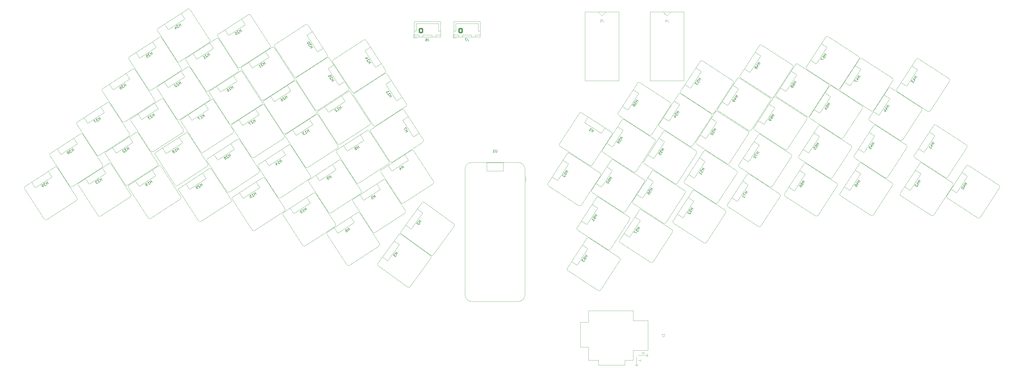
<source format=gbo>
%TF.GenerationSoftware,KiCad,Pcbnew,7.0.10-148-g62bb553460*%
%TF.CreationDate,2024-03-27T23:52:54+01:00*%
%TF.ProjectId,bandoneon,62616e64-6f6e-4656-9f6e-2e6b69636164,rev?*%
%TF.SameCoordinates,Original*%
%TF.FileFunction,Legend,Bot*%
%TF.FilePolarity,Positive*%
%FSLAX46Y46*%
G04 Gerber Fmt 4.6, Leading zero omitted, Abs format (unit mm)*
G04 Created by KiCad (PCBNEW 7.0.10-148-g62bb553460) date 2024-03-27 23:52:54*
%MOMM*%
%LPD*%
G01*
G04 APERTURE LIST*
G04 Aperture macros list*
%AMRoundRect*
0 Rectangle with rounded corners*
0 $1 Rounding radius*
0 $2 $3 $4 $5 $6 $7 $8 $9 X,Y pos of 4 corners*
0 Add a 4 corners polygon primitive as box body*
4,1,4,$2,$3,$4,$5,$6,$7,$8,$9,$2,$3,0*
0 Add four circle primitives for the rounded corners*
1,1,$1+$1,$2,$3*
1,1,$1+$1,$4,$5*
1,1,$1+$1,$6,$7*
1,1,$1+$1,$8,$9*
0 Add four rect primitives between the rounded corners*
20,1,$1+$1,$2,$3,$4,$5,0*
20,1,$1+$1,$4,$5,$6,$7,0*
20,1,$1+$1,$6,$7,$8,$9,0*
20,1,$1+$1,$8,$9,$2,$3,0*%
G04 Aperture macros list end*
%ADD10C,0.150000*%
%ADD11C,0.100000*%
%ADD12C,0.120000*%
%ADD13C,1.700000*%
%ADD14C,3.200000*%
%ADD15R,1.600000X1.600000*%
%ADD16C,1.600000*%
%ADD17C,2.400000*%
%ADD18C,0.762000*%
%ADD19O,1.800000X3.200000*%
%ADD20C,1.800000*%
%ADD21C,2.000000*%
%ADD22O,2.000000X3.600000*%
%ADD23O,2.000000X3.500000*%
%ADD24RoundRect,0.250000X-0.600000X-0.725000X0.600000X-0.725000X0.600000X0.725000X-0.600000X0.725000X0*%
%ADD25O,1.700000X1.950000*%
G04 APERTURE END LIST*
D10*
X148757852Y-158611271D02*
X148213213Y-157772601D01*
X148472565Y-158171967D02*
X147993325Y-158483190D01*
X148278612Y-158922493D02*
X147733973Y-158083823D01*
X147414479Y-158291304D02*
X146895302Y-158628462D01*
X146895302Y-158628462D02*
X147382341Y-158766409D01*
X147382341Y-158766409D02*
X147262531Y-158844215D01*
X147262531Y-158844215D02*
X147208593Y-158936022D01*
X147208593Y-158936022D02*
X147194591Y-159001894D01*
X147194591Y-159001894D02*
X147206525Y-159107702D01*
X147206525Y-159107702D02*
X147336201Y-159307386D01*
X147336201Y-159307386D02*
X147428008Y-159361324D01*
X147428008Y-159361324D02*
X147493880Y-159375325D01*
X147493880Y-159375325D02*
X147599688Y-159363392D01*
X147599688Y-159363392D02*
X147839308Y-159207781D01*
X147839308Y-159207781D02*
X147893247Y-159115973D01*
X147893247Y-159115973D02*
X147907248Y-159050102D01*
X146615746Y-158810008D02*
X146056632Y-159173101D01*
X146056632Y-159173101D02*
X146960701Y-159778355D01*
X138433952Y-170627371D02*
X137889313Y-169788701D01*
X138148665Y-170188067D02*
X137669425Y-170499290D01*
X137954712Y-170938593D02*
X137410073Y-170099923D01*
X137090579Y-170307404D02*
X136571402Y-170644562D01*
X136571402Y-170644562D02*
X137058441Y-170782509D01*
X137058441Y-170782509D02*
X136938631Y-170860315D01*
X136938631Y-170860315D02*
X136884693Y-170952122D01*
X136884693Y-170952122D02*
X136870691Y-171017994D01*
X136870691Y-171017994D02*
X136882625Y-171123802D01*
X136882625Y-171123802D02*
X137012301Y-171323486D01*
X137012301Y-171323486D02*
X137104108Y-171377424D01*
X137104108Y-171377424D02*
X137169980Y-171391425D01*
X137169980Y-171391425D02*
X137275788Y-171379492D01*
X137275788Y-171379492D02*
X137515408Y-171223881D01*
X137515408Y-171223881D02*
X137569347Y-171132073D01*
X137569347Y-171132073D02*
X137583348Y-171066202D01*
X136325579Y-171315214D02*
X136379517Y-171223407D01*
X136379517Y-171223407D02*
X136393519Y-171157535D01*
X136393519Y-171157535D02*
X136381585Y-171051727D01*
X136381585Y-171051727D02*
X136355650Y-171011790D01*
X136355650Y-171011790D02*
X136263843Y-170957852D01*
X136263843Y-170957852D02*
X136197971Y-170943851D01*
X136197971Y-170943851D02*
X136092162Y-170955784D01*
X136092162Y-170955784D02*
X135932415Y-171059525D01*
X135932415Y-171059525D02*
X135878477Y-171151332D01*
X135878477Y-171151332D02*
X135864476Y-171217204D01*
X135864476Y-171217204D02*
X135876409Y-171323013D01*
X135876409Y-171323013D02*
X135902345Y-171362949D01*
X135902345Y-171362949D02*
X135994152Y-171416887D01*
X135994152Y-171416887D02*
X136060023Y-171430889D01*
X136060023Y-171430889D02*
X136165832Y-171418955D01*
X136165832Y-171418955D02*
X136325579Y-171315214D01*
X136325579Y-171315214D02*
X136431387Y-171303281D01*
X136431387Y-171303281D02*
X136497259Y-171317282D01*
X136497259Y-171317282D02*
X136589066Y-171371220D01*
X136589066Y-171371220D02*
X136692807Y-171530967D01*
X136692807Y-171530967D02*
X136704741Y-171636776D01*
X136704741Y-171636776D02*
X136690739Y-171702648D01*
X136690739Y-171702648D02*
X136636801Y-171794455D01*
X136636801Y-171794455D02*
X136477054Y-171898196D01*
X136477054Y-171898196D02*
X136371246Y-171910129D01*
X136371246Y-171910129D02*
X136305374Y-171896128D01*
X136305374Y-171896128D02*
X136213567Y-171842190D01*
X136213567Y-171842190D02*
X136109826Y-171682443D01*
X136109826Y-171682443D02*
X136097892Y-171576634D01*
X136097892Y-171576634D02*
X136111894Y-171510762D01*
X136111894Y-171510762D02*
X136165832Y-171418955D01*
X462664201Y-142404545D02*
X461825530Y-141859906D01*
X462224897Y-142119258D02*
X461913675Y-142598498D01*
X462352978Y-142883785D02*
X461514308Y-142339146D01*
X461301096Y-143279490D02*
X461860210Y-143642583D01*
X461111278Y-142872325D02*
X461840005Y-143061669D01*
X461840005Y-143061669D02*
X461502847Y-143580846D01*
X460788122Y-143457374D02*
X460450965Y-143976551D01*
X460450965Y-143976551D02*
X460952005Y-143904475D01*
X460952005Y-143904475D02*
X460874199Y-144024286D01*
X460874199Y-144024286D02*
X460862265Y-144130094D01*
X460862265Y-144130094D02*
X460876267Y-144195966D01*
X460876267Y-144195966D02*
X460930205Y-144287773D01*
X460930205Y-144287773D02*
X461129889Y-144417449D01*
X461129889Y-144417449D02*
X461235697Y-144429383D01*
X461235697Y-144429383D02*
X461301569Y-144415381D01*
X461301569Y-144415381D02*
X461393376Y-144361443D01*
X461393376Y-144361443D02*
X461548987Y-144121823D01*
X461548987Y-144121823D02*
X461560921Y-144016014D01*
X461560921Y-144016014D02*
X461546920Y-143950142D01*
X259884428Y-150112252D02*
X260723098Y-149567613D01*
X260323732Y-149826965D02*
X260012509Y-149347725D01*
X259573206Y-149633012D02*
X260411876Y-149088373D01*
X259028567Y-148794341D02*
X259339789Y-149273582D01*
X259184178Y-149033962D02*
X260022848Y-148489323D01*
X260022848Y-148489323D02*
X259954909Y-148647002D01*
X259954909Y-148647002D02*
X259926906Y-148778745D01*
X259926906Y-148778745D02*
X259938839Y-148884554D01*
X258509863Y-147995608D02*
X258821085Y-148474848D01*
X258665474Y-148235228D02*
X259504144Y-147690589D01*
X259504144Y-147690589D02*
X259436205Y-147848268D01*
X259436205Y-147848268D02*
X259408202Y-147980011D01*
X259408202Y-147980011D02*
X259420135Y-148085820D01*
X212085452Y-137335971D02*
X211540813Y-136497301D01*
X211800165Y-136896667D02*
X211320925Y-137207890D01*
X211606212Y-137647193D02*
X211061573Y-136808523D01*
X210742079Y-137016004D02*
X210222902Y-137353162D01*
X210222902Y-137353162D02*
X210709941Y-137491109D01*
X210709941Y-137491109D02*
X210590131Y-137568915D01*
X210590131Y-137568915D02*
X210536193Y-137660722D01*
X210536193Y-137660722D02*
X210522191Y-137726594D01*
X210522191Y-137726594D02*
X210534125Y-137832402D01*
X210534125Y-137832402D02*
X210663801Y-138032086D01*
X210663801Y-138032086D02*
X210755608Y-138086024D01*
X210755608Y-138086024D02*
X210821480Y-138100025D01*
X210821480Y-138100025D02*
X210927288Y-138088092D01*
X210927288Y-138088092D02*
X211166908Y-137932481D01*
X211166908Y-137932481D02*
X211220847Y-137840673D01*
X211220847Y-137840673D02*
X211234848Y-137774802D01*
X209968808Y-138710536D02*
X210448048Y-138399314D01*
X210208428Y-138554925D02*
X209663789Y-137716255D01*
X209663789Y-137716255D02*
X209821468Y-137784194D01*
X209821468Y-137784194D02*
X209953211Y-137812197D01*
X209953211Y-137812197D02*
X210059020Y-137800264D01*
X218440752Y-174915471D02*
X217896113Y-174076801D01*
X218155465Y-174476167D02*
X217676225Y-174787390D01*
X217961512Y-175226693D02*
X217416873Y-174388023D01*
X217122841Y-175771332D02*
X217602082Y-175460110D01*
X217362462Y-175615721D02*
X216817823Y-174777051D01*
X216817823Y-174777051D02*
X216975502Y-174844990D01*
X216975502Y-174844990D02*
X217107245Y-174872993D01*
X217107245Y-174872993D02*
X217213054Y-174861060D01*
X216040888Y-175679052D02*
X216403981Y-176238166D01*
X216033090Y-175229883D02*
X216621802Y-175699257D01*
X216621802Y-175699257D02*
X216102625Y-176036415D01*
X407770201Y-157124545D02*
X406931530Y-156579906D01*
X407330897Y-156839258D02*
X407019675Y-157318498D01*
X407458978Y-157603785D02*
X406620308Y-157059146D01*
X406127539Y-157817944D02*
X406231280Y-157658197D01*
X406231280Y-157658197D02*
X406323087Y-157604259D01*
X406323087Y-157604259D02*
X406388959Y-157590257D01*
X406388959Y-157590257D02*
X406560639Y-157588189D01*
X406560639Y-157588189D02*
X406746321Y-157651993D01*
X406746321Y-157651993D02*
X407065815Y-157859475D01*
X407065815Y-157859475D02*
X407119753Y-157951282D01*
X407119753Y-157951282D02*
X407133754Y-158017154D01*
X407133754Y-158017154D02*
X407121821Y-158122962D01*
X407121821Y-158122962D02*
X407018080Y-158282709D01*
X407018080Y-158282709D02*
X406926273Y-158336647D01*
X406926273Y-158336647D02*
X406860401Y-158350649D01*
X406860401Y-158350649D02*
X406754592Y-158338715D01*
X406754592Y-158338715D02*
X406554909Y-158209039D01*
X406554909Y-158209039D02*
X406500971Y-158117232D01*
X406500971Y-158117232D02*
X406486969Y-158051360D01*
X406486969Y-158051360D02*
X406498903Y-157945552D01*
X406498903Y-157945552D02*
X406602644Y-157785805D01*
X406602644Y-157785805D02*
X406694451Y-157731867D01*
X406694451Y-157731867D02*
X406760323Y-157717865D01*
X406760323Y-157717865D02*
X406866131Y-157729799D01*
X406654987Y-158841823D02*
X406551247Y-159001570D01*
X406551247Y-159001570D02*
X406459439Y-159055508D01*
X406459439Y-159055508D02*
X406393568Y-159069509D01*
X406393568Y-159069509D02*
X406221887Y-159071577D01*
X406221887Y-159071577D02*
X406036205Y-159007773D01*
X406036205Y-159007773D02*
X405716712Y-158800292D01*
X405716712Y-158800292D02*
X405662773Y-158708484D01*
X405662773Y-158708484D02*
X405648772Y-158642613D01*
X405648772Y-158642613D02*
X405660706Y-158536804D01*
X405660706Y-158536804D02*
X405764446Y-158377057D01*
X405764446Y-158377057D02*
X405856253Y-158323119D01*
X405856253Y-158323119D02*
X405922125Y-158309118D01*
X405922125Y-158309118D02*
X406027934Y-158321051D01*
X406027934Y-158321051D02*
X406227617Y-158450727D01*
X406227617Y-158450727D02*
X406281556Y-158542534D01*
X406281556Y-158542534D02*
X406295557Y-158608406D01*
X406295557Y-158608406D02*
X406283623Y-158714215D01*
X406283623Y-158714215D02*
X406179883Y-158873962D01*
X406179883Y-158873962D02*
X406088076Y-158927900D01*
X406088076Y-158927900D02*
X406022204Y-158941901D01*
X406022204Y-158941901D02*
X405916395Y-158929968D01*
X254479886Y-188501823D02*
X253935247Y-187663152D01*
X254194599Y-188062519D02*
X253715358Y-188373741D01*
X254000645Y-188813045D02*
X253456006Y-187974375D01*
X252657273Y-188493078D02*
X253056640Y-188233726D01*
X253056640Y-188233726D02*
X253355928Y-188607158D01*
X253355928Y-188607158D02*
X253290056Y-188593157D01*
X253290056Y-188593157D02*
X253184248Y-188605090D01*
X253184248Y-188605090D02*
X252984564Y-188734766D01*
X252984564Y-188734766D02*
X252930626Y-188826573D01*
X252930626Y-188826573D02*
X252916625Y-188892445D01*
X252916625Y-188892445D02*
X252928558Y-188998254D01*
X252928558Y-188998254D02*
X253058234Y-189197937D01*
X253058234Y-189197937D02*
X253150041Y-189251876D01*
X253150041Y-189251876D02*
X253215913Y-189265877D01*
X253215913Y-189265877D02*
X253321722Y-189253943D01*
X253321722Y-189253943D02*
X253521405Y-189124267D01*
X253521405Y-189124267D02*
X253575343Y-189032460D01*
X253575343Y-189032460D02*
X253589345Y-188966588D01*
X469348401Y-167861445D02*
X468509730Y-167316806D01*
X468909097Y-167576158D02*
X468597875Y-168055398D01*
X469037178Y-168340685D02*
X468198508Y-167796046D01*
X467985296Y-168736390D02*
X468544410Y-169099483D01*
X467795478Y-168329225D02*
X468524205Y-168518569D01*
X468524205Y-168518569D02*
X468187047Y-169037746D01*
X467973835Y-169978090D02*
X468285058Y-169498850D01*
X468129447Y-169738470D02*
X467290776Y-169193831D01*
X467290776Y-169193831D02*
X467462456Y-169191763D01*
X467462456Y-169191763D02*
X467594200Y-169163760D01*
X467594200Y-169163760D02*
X467686007Y-169109822D01*
X339687601Y-195646345D02*
X338848930Y-195101706D01*
X339248297Y-195361058D02*
X338937075Y-195840298D01*
X339376378Y-196125585D02*
X338537708Y-195580946D01*
X338044939Y-196339744D02*
X338148680Y-196179997D01*
X338148680Y-196179997D02*
X338240487Y-196126059D01*
X338240487Y-196126059D02*
X338306359Y-196112057D01*
X338306359Y-196112057D02*
X338478039Y-196109989D01*
X338478039Y-196109989D02*
X338663721Y-196173793D01*
X338663721Y-196173793D02*
X338983215Y-196381275D01*
X338983215Y-196381275D02*
X339037153Y-196473082D01*
X339037153Y-196473082D02*
X339051154Y-196538954D01*
X339051154Y-196538954D02*
X339039221Y-196644762D01*
X339039221Y-196644762D02*
X338935480Y-196804509D01*
X338935480Y-196804509D02*
X338843673Y-196858447D01*
X338843673Y-196858447D02*
X338777801Y-196872449D01*
X338777801Y-196872449D02*
X338671992Y-196860515D01*
X338671992Y-196860515D02*
X338472309Y-196730839D01*
X338472309Y-196730839D02*
X338418371Y-196639032D01*
X338418371Y-196639032D02*
X338404369Y-196573160D01*
X338404369Y-196573160D02*
X338416303Y-196467352D01*
X338416303Y-196467352D02*
X338520044Y-196307605D01*
X338520044Y-196307605D02*
X338611851Y-196253667D01*
X338611851Y-196253667D02*
X338677723Y-196239665D01*
X338677723Y-196239665D02*
X338783531Y-196251599D01*
X338313035Y-197762990D02*
X338624258Y-197283750D01*
X338468647Y-197523370D02*
X337629976Y-196978731D01*
X337629976Y-196978731D02*
X337801656Y-196976663D01*
X337801656Y-196976663D02*
X337933400Y-196948660D01*
X337933400Y-196948660D02*
X338025207Y-196894722D01*
X416229301Y-144391345D02*
X415390630Y-143846706D01*
X415789997Y-144106058D02*
X415478775Y-144585298D01*
X415918078Y-144870585D02*
X415079408Y-144325946D01*
X414586639Y-145084744D02*
X414690380Y-144924997D01*
X414690380Y-144924997D02*
X414782187Y-144871059D01*
X414782187Y-144871059D02*
X414848059Y-144857057D01*
X414848059Y-144857057D02*
X415019739Y-144854989D01*
X415019739Y-144854989D02*
X415205421Y-144918793D01*
X415205421Y-144918793D02*
X415524915Y-145126275D01*
X415524915Y-145126275D02*
X415578853Y-145218082D01*
X415578853Y-145218082D02*
X415592854Y-145283954D01*
X415592854Y-145283954D02*
X415580921Y-145389762D01*
X415580921Y-145389762D02*
X415477180Y-145549509D01*
X415477180Y-145549509D02*
X415385373Y-145603447D01*
X415385373Y-145603447D02*
X415319501Y-145617449D01*
X415319501Y-145617449D02*
X415213692Y-145605515D01*
X415213692Y-145605515D02*
X415014009Y-145475839D01*
X415014009Y-145475839D02*
X414960071Y-145384032D01*
X414960071Y-145384032D02*
X414946069Y-145318160D01*
X414946069Y-145318160D02*
X414958003Y-145212352D01*
X414958003Y-145212352D02*
X415061744Y-145052605D01*
X415061744Y-145052605D02*
X415153551Y-144998667D01*
X415153551Y-144998667D02*
X415219423Y-144984665D01*
X415219423Y-144984665D02*
X415325231Y-144996599D01*
X414582977Y-145877274D02*
X414594910Y-145771465D01*
X414594910Y-145771465D02*
X414580909Y-145705594D01*
X414580909Y-145705594D02*
X414526971Y-145613786D01*
X414526971Y-145613786D02*
X414487034Y-145587851D01*
X414487034Y-145587851D02*
X414381225Y-145575918D01*
X414381225Y-145575918D02*
X414315353Y-145589919D01*
X414315353Y-145589919D02*
X414223546Y-145643857D01*
X414223546Y-145643857D02*
X414119806Y-145803604D01*
X414119806Y-145803604D02*
X414107872Y-145909413D01*
X414107872Y-145909413D02*
X414121873Y-145975284D01*
X414121873Y-145975284D02*
X414175812Y-146067092D01*
X414175812Y-146067092D02*
X414215748Y-146093027D01*
X414215748Y-146093027D02*
X414321557Y-146104960D01*
X414321557Y-146104960D02*
X414387429Y-146090959D01*
X414387429Y-146090959D02*
X414479236Y-146037021D01*
X414479236Y-146037021D02*
X414582977Y-145877274D01*
X414582977Y-145877274D02*
X414674784Y-145823336D01*
X414674784Y-145823336D02*
X414740656Y-145809334D01*
X414740656Y-145809334D02*
X414846464Y-145821268D01*
X414846464Y-145821268D02*
X415006211Y-145925009D01*
X415006211Y-145925009D02*
X415060149Y-146016816D01*
X415060149Y-146016816D02*
X415074151Y-146082688D01*
X415074151Y-146082688D02*
X415062217Y-146188496D01*
X415062217Y-146188496D02*
X414958476Y-146348243D01*
X414958476Y-146348243D02*
X414866669Y-146402181D01*
X414866669Y-146402181D02*
X414800797Y-146416183D01*
X414800797Y-146416183D02*
X414694989Y-146404249D01*
X414694989Y-146404249D02*
X414535242Y-146300508D01*
X414535242Y-146300508D02*
X414481304Y-146208701D01*
X414481304Y-146208701D02*
X414467302Y-146142829D01*
X414467302Y-146142829D02*
X414479236Y-146037021D01*
X187909252Y-184022471D02*
X187364613Y-183183801D01*
X187623965Y-183583167D02*
X187144725Y-183894390D01*
X187430012Y-184333693D02*
X186885373Y-183495023D01*
X186577813Y-183808313D02*
X186511941Y-183794311D01*
X186511941Y-183794311D02*
X186406133Y-183806245D01*
X186406133Y-183806245D02*
X186206449Y-183935921D01*
X186206449Y-183935921D02*
X186152511Y-184027728D01*
X186152511Y-184027728D02*
X186138510Y-184093600D01*
X186138510Y-184093600D02*
X186150443Y-184199409D01*
X186150443Y-184199409D02*
X186202314Y-184279282D01*
X186202314Y-184279282D02*
X186320056Y-184373157D01*
X186320056Y-184373157D02*
X187110519Y-184541175D01*
X187110519Y-184541175D02*
X186591341Y-184878332D01*
X186191975Y-185137684D02*
X186032228Y-185241425D01*
X186032228Y-185241425D02*
X185926419Y-185253359D01*
X185926419Y-185253359D02*
X185860547Y-185239357D01*
X185860547Y-185239357D02*
X185702868Y-185171418D01*
X185702868Y-185171418D02*
X185559191Y-185037606D01*
X185559191Y-185037606D02*
X185351709Y-184718113D01*
X185351709Y-184718113D02*
X185339776Y-184612304D01*
X185339776Y-184612304D02*
X185353777Y-184546432D01*
X185353777Y-184546432D02*
X185407715Y-184454625D01*
X185407715Y-184454625D02*
X185567462Y-184350884D01*
X185567462Y-184350884D02*
X185673271Y-184338951D01*
X185673271Y-184338951D02*
X185739143Y-184352952D01*
X185739143Y-184352952D02*
X185830950Y-184406890D01*
X185830950Y-184406890D02*
X185960626Y-184606574D01*
X185960626Y-184606574D02*
X185972559Y-184712382D01*
X185972559Y-184712382D02*
X185958558Y-184778254D01*
X185958558Y-184778254D02*
X185904620Y-184870061D01*
X185904620Y-184870061D02*
X185744873Y-184973802D01*
X185744873Y-184973802D02*
X185639064Y-184985736D01*
X185639064Y-184985736D02*
X185573192Y-184971734D01*
X185573192Y-184971734D02*
X185481385Y-184917796D01*
X199771952Y-146532471D02*
X199227313Y-145693801D01*
X199486665Y-146093167D02*
X199007425Y-146404390D01*
X199292712Y-146843693D02*
X198748073Y-146005023D01*
X198454041Y-147388332D02*
X198933282Y-147077110D01*
X198693662Y-147232721D02*
X198149023Y-146394051D01*
X198149023Y-146394051D02*
X198306702Y-146461990D01*
X198306702Y-146461990D02*
X198438445Y-146489993D01*
X198438445Y-146489993D02*
X198544254Y-146478060D01*
X197190542Y-147016495D02*
X197350289Y-146912755D01*
X197350289Y-146912755D02*
X197456097Y-146900821D01*
X197456097Y-146900821D02*
X197521969Y-146914822D01*
X197521969Y-146914822D02*
X197679648Y-146982762D01*
X197679648Y-146982762D02*
X197823326Y-147116574D01*
X197823326Y-147116574D02*
X198030807Y-147436067D01*
X198030807Y-147436067D02*
X198042741Y-147541876D01*
X198042741Y-147541876D02*
X198028739Y-147607748D01*
X198028739Y-147607748D02*
X197974801Y-147699555D01*
X197974801Y-147699555D02*
X197815054Y-147803296D01*
X197815054Y-147803296D02*
X197709246Y-147815229D01*
X197709246Y-147815229D02*
X197643374Y-147801228D01*
X197643374Y-147801228D02*
X197551567Y-147747290D01*
X197551567Y-147747290D02*
X197421891Y-147547606D01*
X197421891Y-147547606D02*
X197409957Y-147441797D01*
X197409957Y-147441797D02*
X197423959Y-147375926D01*
X197423959Y-147375926D02*
X197477897Y-147284119D01*
X197477897Y-147284119D02*
X197637644Y-147180378D01*
X197637644Y-147180378D02*
X197743452Y-147168444D01*
X197743452Y-147168444D02*
X197809324Y-147182446D01*
X197809324Y-147182446D02*
X197901131Y-147236384D01*
X178882252Y-170245571D02*
X178337613Y-169406901D01*
X178596965Y-169806267D02*
X178117725Y-170117490D01*
X178403012Y-170556793D02*
X177858373Y-169718123D01*
X177564341Y-171101432D02*
X178043582Y-170790210D01*
X177803962Y-170945821D02*
X177259323Y-170107151D01*
X177259323Y-170107151D02*
X177417002Y-170175090D01*
X177417002Y-170175090D02*
X177548745Y-170203093D01*
X177548745Y-170203093D02*
X177654554Y-170191160D01*
X176773879Y-170933414D02*
X176827817Y-170841607D01*
X176827817Y-170841607D02*
X176841819Y-170775735D01*
X176841819Y-170775735D02*
X176829885Y-170669927D01*
X176829885Y-170669927D02*
X176803950Y-170629990D01*
X176803950Y-170629990D02*
X176712143Y-170576052D01*
X176712143Y-170576052D02*
X176646271Y-170562051D01*
X176646271Y-170562051D02*
X176540462Y-170573984D01*
X176540462Y-170573984D02*
X176380715Y-170677725D01*
X176380715Y-170677725D02*
X176326777Y-170769532D01*
X176326777Y-170769532D02*
X176312776Y-170835404D01*
X176312776Y-170835404D02*
X176324709Y-170941213D01*
X176324709Y-170941213D02*
X176350645Y-170981149D01*
X176350645Y-170981149D02*
X176442452Y-171035087D01*
X176442452Y-171035087D02*
X176508323Y-171049089D01*
X176508323Y-171049089D02*
X176614132Y-171037155D01*
X176614132Y-171037155D02*
X176773879Y-170933414D01*
X176773879Y-170933414D02*
X176879687Y-170921481D01*
X176879687Y-170921481D02*
X176945559Y-170935482D01*
X176945559Y-170935482D02*
X177037366Y-170989420D01*
X177037366Y-170989420D02*
X177141107Y-171149167D01*
X177141107Y-171149167D02*
X177153041Y-171254976D01*
X177153041Y-171254976D02*
X177139039Y-171320848D01*
X177139039Y-171320848D02*
X177085101Y-171412655D01*
X177085101Y-171412655D02*
X176925354Y-171516396D01*
X176925354Y-171516396D02*
X176819546Y-171528329D01*
X176819546Y-171528329D02*
X176753674Y-171514328D01*
X176753674Y-171514328D02*
X176661867Y-171460390D01*
X176661867Y-171460390D02*
X176558126Y-171300643D01*
X176558126Y-171300643D02*
X176546192Y-171194834D01*
X176546192Y-171194834D02*
X176560194Y-171128962D01*
X176560194Y-171128962D02*
X176614132Y-171037155D01*
X355470201Y-151564545D02*
X354631530Y-151019906D01*
X355030897Y-151279258D02*
X354719675Y-151758498D01*
X355158978Y-152043785D02*
X354320308Y-151499146D01*
X353801604Y-152297880D02*
X354060956Y-151898513D01*
X354060956Y-151898513D02*
X354486258Y-152117928D01*
X354486258Y-152117928D02*
X354420386Y-152131930D01*
X354420386Y-152131930D02*
X354328579Y-152185868D01*
X354328579Y-152185868D02*
X354198903Y-152385552D01*
X354198903Y-152385552D02*
X354186969Y-152491360D01*
X354186969Y-152491360D02*
X354200971Y-152557232D01*
X354200971Y-152557232D02*
X354254909Y-152649039D01*
X354254909Y-152649039D02*
X354454592Y-152778715D01*
X354454592Y-152778715D02*
X354560401Y-152790649D01*
X354560401Y-152790649D02*
X354626273Y-152776647D01*
X354626273Y-152776647D02*
X354718080Y-152722709D01*
X354718080Y-152722709D02*
X354847756Y-152523026D01*
X354847756Y-152523026D02*
X354859690Y-152417217D01*
X354859690Y-152417217D02*
X354845688Y-152351345D01*
X353823877Y-153050474D02*
X353835810Y-152944665D01*
X353835810Y-152944665D02*
X353821809Y-152878794D01*
X353821809Y-152878794D02*
X353767871Y-152786986D01*
X353767871Y-152786986D02*
X353727934Y-152761051D01*
X353727934Y-152761051D02*
X353622125Y-152749118D01*
X353622125Y-152749118D02*
X353556253Y-152763119D01*
X353556253Y-152763119D02*
X353464446Y-152817057D01*
X353464446Y-152817057D02*
X353360706Y-152976804D01*
X353360706Y-152976804D02*
X353348772Y-153082613D01*
X353348772Y-153082613D02*
X353362773Y-153148484D01*
X353362773Y-153148484D02*
X353416712Y-153240292D01*
X353416712Y-153240292D02*
X353456648Y-153266227D01*
X353456648Y-153266227D02*
X353562457Y-153278160D01*
X353562457Y-153278160D02*
X353628329Y-153264159D01*
X353628329Y-153264159D02*
X353720136Y-153210221D01*
X353720136Y-153210221D02*
X353823877Y-153050474D01*
X353823877Y-153050474D02*
X353915684Y-152996536D01*
X353915684Y-152996536D02*
X353981556Y-152982534D01*
X353981556Y-152982534D02*
X354087364Y-152994468D01*
X354087364Y-152994468D02*
X354247111Y-153098209D01*
X354247111Y-153098209D02*
X354301049Y-153190016D01*
X354301049Y-153190016D02*
X354315051Y-153255888D01*
X354315051Y-153255888D02*
X354303117Y-153361696D01*
X354303117Y-153361696D02*
X354199376Y-153521443D01*
X354199376Y-153521443D02*
X354107569Y-153575381D01*
X354107569Y-153575381D02*
X354041697Y-153589383D01*
X354041697Y-153589383D02*
X353935889Y-153577449D01*
X353935889Y-153577449D02*
X353776142Y-153473708D01*
X353776142Y-153473708D02*
X353722204Y-153381901D01*
X353722204Y-153381901D02*
X353708202Y-153316029D01*
X353708202Y-153316029D02*
X353720136Y-153210221D01*
X237490186Y-180978323D02*
X236945547Y-180139652D01*
X237204899Y-180539019D02*
X236725658Y-180850241D01*
X237010945Y-181289545D02*
X236466306Y-180450875D01*
X236571642Y-181574832D02*
X236411895Y-181678573D01*
X236411895Y-181678573D02*
X236306087Y-181690507D01*
X236306087Y-181690507D02*
X236240215Y-181676505D01*
X236240215Y-181676505D02*
X236082536Y-181608565D01*
X236082536Y-181608565D02*
X235938858Y-181474754D01*
X235938858Y-181474754D02*
X235731377Y-181155260D01*
X235731377Y-181155260D02*
X235719443Y-181049452D01*
X235719443Y-181049452D02*
X235733444Y-180983580D01*
X235733444Y-180983580D02*
X235787383Y-180891773D01*
X235787383Y-180891773D02*
X235947129Y-180788032D01*
X235947129Y-180788032D02*
X236052938Y-180776098D01*
X236052938Y-180776098D02*
X236118810Y-180790100D01*
X236118810Y-180790100D02*
X236210617Y-180844038D01*
X236210617Y-180844038D02*
X236340293Y-181043721D01*
X236340293Y-181043721D02*
X236352227Y-181149530D01*
X236352227Y-181149530D02*
X236338225Y-181215402D01*
X236338225Y-181215402D02*
X236284287Y-181307209D01*
X236284287Y-181307209D02*
X236124540Y-181410950D01*
X236124540Y-181410950D02*
X236018732Y-181422883D01*
X236018732Y-181422883D02*
X235952860Y-181408882D01*
X235952860Y-181408882D02*
X235861053Y-181354944D01*
X228959252Y-163257471D02*
X228414613Y-162418801D01*
X228673965Y-162818167D02*
X228194725Y-163129390D01*
X228480012Y-163568693D02*
X227935373Y-162730023D01*
X227641341Y-164113332D02*
X228120582Y-163802110D01*
X227880962Y-163957721D02*
X227336323Y-163119051D01*
X227336323Y-163119051D02*
X227494002Y-163186990D01*
X227494002Y-163186990D02*
X227625745Y-163214993D01*
X227625745Y-163214993D02*
X227731554Y-163203060D01*
X226817146Y-163456208D02*
X226297969Y-163793366D01*
X226297969Y-163793366D02*
X226785007Y-163931313D01*
X226785007Y-163931313D02*
X226665197Y-164009119D01*
X226665197Y-164009119D02*
X226611259Y-164100926D01*
X226611259Y-164100926D02*
X226597257Y-164166797D01*
X226597257Y-164166797D02*
X226609191Y-164272606D01*
X226609191Y-164272606D02*
X226738867Y-164472290D01*
X226738867Y-164472290D02*
X226830674Y-164526228D01*
X226830674Y-164526228D02*
X226896546Y-164540229D01*
X226896546Y-164540229D02*
X227002354Y-164528296D01*
X227002354Y-164528296D02*
X227241975Y-164372684D01*
X227241975Y-164372684D02*
X227295913Y-164280877D01*
X227295913Y-164280877D02*
X227309914Y-164215005D01*
X393839201Y-149810545D02*
X393000530Y-149265906D01*
X393399897Y-149525258D02*
X393088675Y-150004498D01*
X393527978Y-150289785D02*
X392689308Y-149745146D01*
X392476096Y-150685490D02*
X393035210Y-151048583D01*
X392286278Y-150278325D02*
X393015005Y-150467669D01*
X393015005Y-150467669D02*
X392677847Y-150986846D01*
X392723987Y-151527823D02*
X392620247Y-151687570D01*
X392620247Y-151687570D02*
X392528439Y-151741508D01*
X392528439Y-151741508D02*
X392462568Y-151755509D01*
X392462568Y-151755509D02*
X392290887Y-151757577D01*
X392290887Y-151757577D02*
X392105205Y-151693773D01*
X392105205Y-151693773D02*
X391785712Y-151486292D01*
X391785712Y-151486292D02*
X391731773Y-151394484D01*
X391731773Y-151394484D02*
X391717772Y-151328613D01*
X391717772Y-151328613D02*
X391729706Y-151222804D01*
X391729706Y-151222804D02*
X391833446Y-151063057D01*
X391833446Y-151063057D02*
X391925253Y-151009119D01*
X391925253Y-151009119D02*
X391991125Y-150995118D01*
X391991125Y-150995118D02*
X392096934Y-151007051D01*
X392096934Y-151007051D02*
X392296617Y-151136727D01*
X392296617Y-151136727D02*
X392350556Y-151228534D01*
X392350556Y-151228534D02*
X392364557Y-151294406D01*
X392364557Y-151294406D02*
X392352623Y-151400215D01*
X392352623Y-151400215D02*
X392248883Y-151559962D01*
X392248883Y-151559962D02*
X392157076Y-151613900D01*
X392157076Y-151613900D02*
X392091204Y-151627901D01*
X392091204Y-151627901D02*
X391985395Y-151615968D01*
X402391801Y-137110545D02*
X401553130Y-136565906D01*
X401952497Y-136825258D02*
X401641275Y-137304498D01*
X402080578Y-137589785D02*
X401241908Y-137045146D01*
X401028696Y-137985490D02*
X401587810Y-138348583D01*
X400838878Y-137578325D02*
X401567605Y-137767669D01*
X401567605Y-137767669D02*
X401230447Y-138286846D01*
X400745477Y-138596474D02*
X400757410Y-138490665D01*
X400757410Y-138490665D02*
X400743409Y-138424794D01*
X400743409Y-138424794D02*
X400689471Y-138332986D01*
X400689471Y-138332986D02*
X400649534Y-138307051D01*
X400649534Y-138307051D02*
X400543725Y-138295118D01*
X400543725Y-138295118D02*
X400477853Y-138309119D01*
X400477853Y-138309119D02*
X400386046Y-138363057D01*
X400386046Y-138363057D02*
X400282306Y-138522804D01*
X400282306Y-138522804D02*
X400270372Y-138628613D01*
X400270372Y-138628613D02*
X400284373Y-138694484D01*
X400284373Y-138694484D02*
X400338312Y-138786292D01*
X400338312Y-138786292D02*
X400378248Y-138812227D01*
X400378248Y-138812227D02*
X400484057Y-138824160D01*
X400484057Y-138824160D02*
X400549929Y-138810159D01*
X400549929Y-138810159D02*
X400641736Y-138756221D01*
X400641736Y-138756221D02*
X400745477Y-138596474D01*
X400745477Y-138596474D02*
X400837284Y-138542536D01*
X400837284Y-138542536D02*
X400903156Y-138528534D01*
X400903156Y-138528534D02*
X401008964Y-138540468D01*
X401008964Y-138540468D02*
X401168711Y-138644209D01*
X401168711Y-138644209D02*
X401222649Y-138736016D01*
X401222649Y-138736016D02*
X401236651Y-138801888D01*
X401236651Y-138801888D02*
X401224717Y-138907696D01*
X401224717Y-138907696D02*
X401120976Y-139067443D01*
X401120976Y-139067443D02*
X401029169Y-139121381D01*
X401029169Y-139121381D02*
X400963297Y-139135383D01*
X400963297Y-139135383D02*
X400857489Y-139123449D01*
X400857489Y-139123449D02*
X400697742Y-139019708D01*
X400697742Y-139019708D02*
X400643804Y-138927901D01*
X400643804Y-138927901D02*
X400629802Y-138862029D01*
X400629802Y-138862029D02*
X400641736Y-138756221D01*
X263009347Y-210201183D02*
X262200330Y-209613397D01*
X262585576Y-209893295D02*
X262249699Y-210355590D01*
X262673470Y-210663478D02*
X261864453Y-210075693D01*
X261640535Y-210383890D02*
X261276668Y-210884710D01*
X261276668Y-210884710D02*
X261780793Y-210838956D01*
X261780793Y-210838956D02*
X261696824Y-210954529D01*
X261696824Y-210954529D02*
X261679369Y-211059568D01*
X261679369Y-211059568D02*
X261689904Y-211126083D01*
X261689904Y-211126083D02*
X261738963Y-211220587D01*
X261738963Y-211220587D02*
X261931586Y-211360536D01*
X261931586Y-211360536D02*
X262036625Y-211377991D01*
X262036625Y-211377991D02*
X262103140Y-211367456D01*
X262103140Y-211367456D02*
X262197644Y-211318396D01*
X262197644Y-211318396D02*
X262365582Y-211087249D01*
X262365582Y-211087249D02*
X262383037Y-210982210D01*
X262383037Y-210982210D02*
X262372503Y-210915695D01*
X371205601Y-155881345D02*
X370366930Y-155336706D01*
X370766297Y-155596058D02*
X370455075Y-156075298D01*
X370894378Y-156360585D02*
X370055708Y-155815946D01*
X369537004Y-156614680D02*
X369796356Y-156215313D01*
X369796356Y-156215313D02*
X370221658Y-156434728D01*
X370221658Y-156434728D02*
X370155786Y-156448730D01*
X370155786Y-156448730D02*
X370063979Y-156502668D01*
X370063979Y-156502668D02*
X369934303Y-156702352D01*
X369934303Y-156702352D02*
X369922369Y-156808160D01*
X369922369Y-156808160D02*
X369936371Y-156874032D01*
X369936371Y-156874032D02*
X369990309Y-156965839D01*
X369990309Y-156965839D02*
X370189992Y-157095515D01*
X370189992Y-157095515D02*
X370295801Y-157107449D01*
X370295801Y-157107449D02*
X370361673Y-157093447D01*
X370361673Y-157093447D02*
X370453480Y-157039509D01*
X370453480Y-157039509D02*
X370583156Y-156839826D01*
X370583156Y-156839826D02*
X370595090Y-156734017D01*
X370595090Y-156734017D02*
X370581088Y-156668145D01*
X369323792Y-157555024D02*
X369882906Y-157918116D01*
X369133974Y-157147859D02*
X369862701Y-157337203D01*
X369862701Y-157337203D02*
X369525543Y-157856380D01*
X335952701Y-211300445D02*
X335114030Y-210755806D01*
X335513397Y-211015158D02*
X335202175Y-211494398D01*
X335641478Y-211779685D02*
X334802808Y-211235046D01*
X334310039Y-211993844D02*
X334413780Y-211834097D01*
X334413780Y-211834097D02*
X334505587Y-211780159D01*
X334505587Y-211780159D02*
X334571459Y-211766157D01*
X334571459Y-211766157D02*
X334743139Y-211764089D01*
X334743139Y-211764089D02*
X334928821Y-211827893D01*
X334928821Y-211827893D02*
X335248315Y-212035375D01*
X335248315Y-212035375D02*
X335302253Y-212127182D01*
X335302253Y-212127182D02*
X335316254Y-212193054D01*
X335316254Y-212193054D02*
X335304321Y-212298862D01*
X335304321Y-212298862D02*
X335200580Y-212458609D01*
X335200580Y-212458609D02*
X335108773Y-212512547D01*
X335108773Y-212512547D02*
X335042901Y-212526549D01*
X335042901Y-212526549D02*
X334937092Y-212514615D01*
X334937092Y-212514615D02*
X334737409Y-212384939D01*
X334737409Y-212384939D02*
X334683471Y-212293132D01*
X334683471Y-212293132D02*
X334669469Y-212227260D01*
X334669469Y-212227260D02*
X334681403Y-212121452D01*
X334681403Y-212121452D02*
X334785144Y-211961705D01*
X334785144Y-211961705D02*
X334876951Y-211907767D01*
X334876951Y-211907767D02*
X334942823Y-211893765D01*
X334942823Y-211893765D02*
X335048631Y-211905699D01*
X334076622Y-212353274D02*
X333739465Y-212872451D01*
X333739465Y-212872451D02*
X334240505Y-212800375D01*
X334240505Y-212800375D02*
X334162699Y-212920186D01*
X334162699Y-212920186D02*
X334150765Y-213025994D01*
X334150765Y-213025994D02*
X334164767Y-213091866D01*
X334164767Y-213091866D02*
X334218705Y-213183673D01*
X334218705Y-213183673D02*
X334418389Y-213313349D01*
X334418389Y-213313349D02*
X334524197Y-213325283D01*
X334524197Y-213325283D02*
X334590069Y-213311281D01*
X334590069Y-213311281D02*
X334681876Y-213257343D01*
X334681876Y-213257343D02*
X334837487Y-213017723D01*
X334837487Y-213017723D02*
X334849421Y-212911914D01*
X334849421Y-212911914D02*
X334835420Y-212846042D01*
X237660428Y-144058852D02*
X238499098Y-143514213D01*
X238099732Y-143773565D02*
X237788509Y-143294325D01*
X237349206Y-143579612D02*
X238187876Y-143034973D01*
X237874586Y-142727413D02*
X237888588Y-142661541D01*
X237888588Y-142661541D02*
X237876654Y-142555733D01*
X237876654Y-142555733D02*
X237746978Y-142356049D01*
X237746978Y-142356049D02*
X237655171Y-142302111D01*
X237655171Y-142302111D02*
X237589299Y-142288110D01*
X237589299Y-142288110D02*
X237483490Y-142300043D01*
X237483490Y-142300043D02*
X237403617Y-142351914D01*
X237403617Y-142351914D02*
X237309742Y-142469656D01*
X237309742Y-142469656D02*
X237141724Y-143260119D01*
X237141724Y-143260119D02*
X236804567Y-142740941D01*
X237150468Y-141437505D02*
X237409820Y-141836872D01*
X237409820Y-141836872D02*
X237036389Y-142136161D01*
X237036389Y-142136161D02*
X237050390Y-142070289D01*
X237050390Y-142070289D02*
X237038456Y-141964480D01*
X237038456Y-141964480D02*
X236908780Y-141764797D01*
X236908780Y-141764797D02*
X236816973Y-141710859D01*
X236816973Y-141710859D02*
X236751102Y-141696857D01*
X236751102Y-141696857D02*
X236645293Y-141708791D01*
X236645293Y-141708791D02*
X236445609Y-141838467D01*
X236445609Y-141838467D02*
X236391671Y-141930274D01*
X236391671Y-141930274D02*
X236377670Y-141996146D01*
X236377670Y-141996146D02*
X236389603Y-142101954D01*
X236389603Y-142101954D02*
X236519279Y-142301638D01*
X236519279Y-142301638D02*
X236611087Y-142355576D01*
X236611087Y-142355576D02*
X236676958Y-142369578D01*
X397543001Y-186724445D02*
X396704330Y-186179806D01*
X397103697Y-186439158D02*
X396792475Y-186918398D01*
X397231778Y-187203685D02*
X396393108Y-186659046D01*
X396185626Y-186978540D02*
X395822534Y-187537654D01*
X395822534Y-187537654D02*
X396894621Y-187722862D01*
X396168435Y-188841090D02*
X396479658Y-188361850D01*
X396324047Y-188601470D02*
X395485376Y-188056831D01*
X395485376Y-188056831D02*
X395657056Y-188054763D01*
X395657056Y-188054763D02*
X395788800Y-188026760D01*
X395788800Y-188026760D02*
X395880607Y-187972822D01*
X385419701Y-162596245D02*
X384581030Y-162051606D01*
X384980397Y-162310958D02*
X384669175Y-162790198D01*
X385108478Y-163075485D02*
X384269808Y-162530846D01*
X383751104Y-163329580D02*
X384010456Y-162930213D01*
X384010456Y-162930213D02*
X384435758Y-163149628D01*
X384435758Y-163149628D02*
X384369886Y-163163630D01*
X384369886Y-163163630D02*
X384278079Y-163217568D01*
X384278079Y-163217568D02*
X384148403Y-163417252D01*
X384148403Y-163417252D02*
X384136469Y-163523060D01*
X384136469Y-163523060D02*
X384150471Y-163588932D01*
X384150471Y-163588932D02*
X384204409Y-163680739D01*
X384204409Y-163680739D02*
X384404092Y-163810415D01*
X384404092Y-163810415D02*
X384509901Y-163822349D01*
X384509901Y-163822349D02*
X384575773Y-163808347D01*
X384575773Y-163808347D02*
X384667580Y-163754409D01*
X384667580Y-163754409D02*
X384797256Y-163554726D01*
X384797256Y-163554726D02*
X384809190Y-163448917D01*
X384809190Y-163448917D02*
X384795188Y-163383045D01*
X383388011Y-163888694D02*
X383336141Y-163968567D01*
X383336141Y-163968567D02*
X383324207Y-164074376D01*
X383324207Y-164074376D02*
X383338209Y-164140248D01*
X383338209Y-164140248D02*
X383392147Y-164232055D01*
X383392147Y-164232055D02*
X383525958Y-164375732D01*
X383525958Y-164375732D02*
X383725642Y-164505408D01*
X383725642Y-164505408D02*
X383911324Y-164569212D01*
X383911324Y-164569212D02*
X384017132Y-164581146D01*
X384017132Y-164581146D02*
X384083004Y-164567145D01*
X384083004Y-164567145D02*
X384174811Y-164513206D01*
X384174811Y-164513206D02*
X384226682Y-164433333D01*
X384226682Y-164433333D02*
X384238615Y-164327524D01*
X384238615Y-164327524D02*
X384224614Y-164261653D01*
X384224614Y-164261653D02*
X384170676Y-164169845D01*
X384170676Y-164169845D02*
X384036864Y-164026168D01*
X384036864Y-164026168D02*
X383837181Y-163896492D01*
X383837181Y-163896492D02*
X383651499Y-163832688D01*
X383651499Y-163832688D02*
X383545690Y-163820754D01*
X383545690Y-163820754D02*
X383479818Y-163834756D01*
X383479818Y-163834756D02*
X383388011Y-163888694D01*
X464031901Y-182481345D02*
X463193230Y-181936706D01*
X463592597Y-182196058D02*
X463281375Y-182675298D01*
X463720678Y-182960585D02*
X462882008Y-182415946D01*
X462668796Y-183356290D02*
X463227910Y-183719383D01*
X462478978Y-182949125D02*
X463207705Y-183138469D01*
X463207705Y-183138469D02*
X462870547Y-183657646D01*
X462209761Y-183625981D02*
X462143889Y-183639982D01*
X462143889Y-183639982D02*
X462052082Y-183693921D01*
X462052082Y-183693921D02*
X461922406Y-183893604D01*
X461922406Y-183893604D02*
X461910472Y-183999413D01*
X461910472Y-183999413D02*
X461924473Y-184065284D01*
X461924473Y-184065284D02*
X461978412Y-184157092D01*
X461978412Y-184157092D02*
X462058285Y-184208962D01*
X462058285Y-184208962D02*
X462204030Y-184246831D01*
X462204030Y-184246831D02*
X462994493Y-184078813D01*
X462994493Y-184078813D02*
X462657335Y-184597990D01*
X149312252Y-182018271D02*
X148767613Y-181179601D01*
X149026965Y-181578967D02*
X148547725Y-181890190D01*
X148833012Y-182329493D02*
X148288373Y-181490823D01*
X147968879Y-181698304D02*
X147449702Y-182035462D01*
X147449702Y-182035462D02*
X147936741Y-182173409D01*
X147936741Y-182173409D02*
X147816931Y-182251215D01*
X147816931Y-182251215D02*
X147762993Y-182343022D01*
X147762993Y-182343022D02*
X147748991Y-182408894D01*
X147748991Y-182408894D02*
X147760925Y-182514702D01*
X147760925Y-182514702D02*
X147890601Y-182714386D01*
X147890601Y-182714386D02*
X147982408Y-182768324D01*
X147982408Y-182768324D02*
X148048280Y-182782325D01*
X148048280Y-182782325D02*
X148154088Y-182770392D01*
X148154088Y-182770392D02*
X148393708Y-182614781D01*
X148393708Y-182614781D02*
X148447647Y-182522973D01*
X148447647Y-182522973D02*
X148461648Y-182457102D01*
X147170146Y-182217008D02*
X146650969Y-182554166D01*
X146650969Y-182554166D02*
X147138007Y-182692113D01*
X147138007Y-182692113D02*
X147018197Y-182769919D01*
X147018197Y-182769919D02*
X146964259Y-182861726D01*
X146964259Y-182861726D02*
X146950257Y-182927597D01*
X146950257Y-182927597D02*
X146962191Y-183033406D01*
X146962191Y-183033406D02*
X147091867Y-183233090D01*
X147091867Y-183233090D02*
X147183674Y-183287028D01*
X147183674Y-183287028D02*
X147249546Y-183301029D01*
X147249546Y-183301029D02*
X147355354Y-183289096D01*
X147355354Y-183289096D02*
X147594975Y-183133484D01*
X147594975Y-183133484D02*
X147648913Y-183041677D01*
X147648913Y-183041677D02*
X147662914Y-182975805D01*
X337844287Y-163596249D02*
X338388926Y-162757578D01*
X338129575Y-163156945D02*
X337650334Y-162845723D01*
X337365047Y-163285027D02*
X337909686Y-162446356D01*
X336526377Y-162740388D02*
X337005617Y-163051610D01*
X336765997Y-162895999D02*
X337310636Y-162057328D01*
X337310636Y-162057328D02*
X337312704Y-162229009D01*
X337312704Y-162229009D02*
X337340707Y-162360752D01*
X337340707Y-162360752D02*
X337394645Y-162452560D01*
X244529886Y-201181823D02*
X243985247Y-200343152D01*
X244244599Y-200742519D02*
X243765358Y-201053741D01*
X244050645Y-201493045D02*
X243506006Y-200654375D01*
X242747209Y-201147143D02*
X242906956Y-201043402D01*
X242906956Y-201043402D02*
X243012765Y-201031469D01*
X243012765Y-201031469D02*
X243078637Y-201045470D01*
X243078637Y-201045470D02*
X243236316Y-201113410D01*
X243236316Y-201113410D02*
X243379993Y-201247221D01*
X243379993Y-201247221D02*
X243587475Y-201566715D01*
X243587475Y-201566715D02*
X243599408Y-201672524D01*
X243599408Y-201672524D02*
X243585407Y-201738395D01*
X243585407Y-201738395D02*
X243531469Y-201830203D01*
X243531469Y-201830203D02*
X243371722Y-201933943D01*
X243371722Y-201933943D02*
X243265913Y-201945877D01*
X243265913Y-201945877D02*
X243200041Y-201931876D01*
X243200041Y-201931876D02*
X243108234Y-201877937D01*
X243108234Y-201877937D02*
X242978558Y-201678254D01*
X242978558Y-201678254D02*
X242966625Y-201572445D01*
X242966625Y-201572445D02*
X242980626Y-201506573D01*
X242980626Y-201506573D02*
X243034564Y-201414766D01*
X243034564Y-201414766D02*
X243194311Y-201311026D01*
X243194311Y-201311026D02*
X243300120Y-201299092D01*
X243300120Y-201299092D02*
X243365991Y-201313093D01*
X243365991Y-201313093D02*
X243457799Y-201367032D01*
X202944052Y-124775971D02*
X202399413Y-123937301D01*
X202658765Y-124336667D02*
X202179525Y-124647890D01*
X202464812Y-125087193D02*
X201920173Y-124248523D01*
X201612613Y-124561813D02*
X201546741Y-124547811D01*
X201546741Y-124547811D02*
X201440933Y-124559745D01*
X201440933Y-124559745D02*
X201241249Y-124689421D01*
X201241249Y-124689421D02*
X201187311Y-124781228D01*
X201187311Y-124781228D02*
X201173310Y-124847100D01*
X201173310Y-124847100D02*
X201185243Y-124952909D01*
X201185243Y-124952909D02*
X201237114Y-125032782D01*
X201237114Y-125032782D02*
X201354856Y-125126657D01*
X201354856Y-125126657D02*
X202145319Y-125294675D01*
X202145319Y-125294675D02*
X201626141Y-125631832D01*
X200562325Y-125130319D02*
X200482452Y-125182190D01*
X200482452Y-125182190D02*
X200428514Y-125273997D01*
X200428514Y-125273997D02*
X200414512Y-125339869D01*
X200414512Y-125339869D02*
X200426446Y-125445677D01*
X200426446Y-125445677D02*
X200490250Y-125631359D01*
X200490250Y-125631359D02*
X200619926Y-125831043D01*
X200619926Y-125831043D02*
X200763604Y-125964854D01*
X200763604Y-125964854D02*
X200855411Y-126018793D01*
X200855411Y-126018793D02*
X200921282Y-126032794D01*
X200921282Y-126032794D02*
X201027091Y-126020860D01*
X201027091Y-126020860D02*
X201106964Y-125968990D01*
X201106964Y-125968990D02*
X201160903Y-125877183D01*
X201160903Y-125877183D02*
X201174904Y-125811311D01*
X201174904Y-125811311D02*
X201162970Y-125705502D01*
X201162970Y-125705502D02*
X201099166Y-125519820D01*
X201099166Y-125519820D02*
X200969490Y-125320137D01*
X200969490Y-125320137D02*
X200825813Y-125186325D01*
X200825813Y-125186325D02*
X200734006Y-125132387D01*
X200734006Y-125132387D02*
X200668134Y-125118386D01*
X200668134Y-125118386D02*
X200562325Y-125130319D01*
X159712252Y-170065571D02*
X159167613Y-169226901D01*
X159426965Y-169626267D02*
X158947725Y-169937490D01*
X159233012Y-170376793D02*
X158688373Y-169538123D01*
X158368879Y-169745604D02*
X157849702Y-170082762D01*
X157849702Y-170082762D02*
X158336741Y-170220709D01*
X158336741Y-170220709D02*
X158216931Y-170298515D01*
X158216931Y-170298515D02*
X158162993Y-170390322D01*
X158162993Y-170390322D02*
X158148991Y-170456194D01*
X158148991Y-170456194D02*
X158160925Y-170562002D01*
X158160925Y-170562002D02*
X158290601Y-170761686D01*
X158290601Y-170761686D02*
X158382408Y-170815624D01*
X158382408Y-170815624D02*
X158448280Y-170829625D01*
X158448280Y-170829625D02*
X158554088Y-170817692D01*
X158554088Y-170817692D02*
X158793708Y-170662081D01*
X158793708Y-170662081D02*
X158847647Y-170570273D01*
X158847647Y-170570273D02*
X158861648Y-170504402D01*
X157582079Y-170370117D02*
X157516207Y-170356115D01*
X157516207Y-170356115D02*
X157410399Y-170368049D01*
X157410399Y-170368049D02*
X157210715Y-170497725D01*
X157210715Y-170497725D02*
X157156777Y-170589532D01*
X157156777Y-170589532D02*
X157142776Y-170655404D01*
X157142776Y-170655404D02*
X157154709Y-170761213D01*
X157154709Y-170761213D02*
X157206580Y-170841086D01*
X157206580Y-170841086D02*
X157324322Y-170934961D01*
X157324322Y-170934961D02*
X158114785Y-171102979D01*
X158114785Y-171102979D02*
X157595608Y-171440136D01*
X190694052Y-133925971D02*
X190149413Y-133087301D01*
X190408765Y-133486667D02*
X189929525Y-133797890D01*
X190214812Y-134237193D02*
X189670173Y-133398523D01*
X189362613Y-133711813D02*
X189296741Y-133697811D01*
X189296741Y-133697811D02*
X189190933Y-133709745D01*
X189190933Y-133709745D02*
X188991249Y-133839421D01*
X188991249Y-133839421D02*
X188937311Y-133931228D01*
X188937311Y-133931228D02*
X188923310Y-133997100D01*
X188923310Y-133997100D02*
X188935243Y-134102909D01*
X188935243Y-134102909D02*
X188987114Y-134182782D01*
X188987114Y-134182782D02*
X189104856Y-134276657D01*
X189104856Y-134276657D02*
X189895319Y-134444675D01*
X189895319Y-134444675D02*
X189376141Y-134781832D01*
X188577408Y-135300536D02*
X189056648Y-134989314D01*
X188817028Y-135144925D02*
X188272389Y-134306255D01*
X188272389Y-134306255D02*
X188430068Y-134374194D01*
X188430068Y-134374194D02*
X188561811Y-134402197D01*
X188561811Y-134402197D02*
X188667620Y-134390264D01*
X241359252Y-154332471D02*
X240814613Y-153493801D01*
X241073965Y-153893167D02*
X240594725Y-154204390D01*
X240880012Y-154643693D02*
X240335373Y-153805023D01*
X240041341Y-155188332D02*
X240520582Y-154877110D01*
X240280962Y-155032721D02*
X239736323Y-154194051D01*
X239736323Y-154194051D02*
X239894002Y-154261990D01*
X239894002Y-154261990D02*
X240025745Y-154289993D01*
X240025745Y-154289993D02*
X240131554Y-154278060D01*
X239229079Y-154637017D02*
X239163207Y-154623015D01*
X239163207Y-154623015D02*
X239057399Y-154634949D01*
X239057399Y-154634949D02*
X238857715Y-154764625D01*
X238857715Y-154764625D02*
X238803777Y-154856432D01*
X238803777Y-154856432D02*
X238789776Y-154922304D01*
X238789776Y-154922304D02*
X238801709Y-155028113D01*
X238801709Y-155028113D02*
X238853580Y-155107986D01*
X238853580Y-155107986D02*
X238971322Y-155201861D01*
X238971322Y-155201861D02*
X239761785Y-155369879D01*
X239761785Y-155369879D02*
X239242608Y-155707036D01*
X220504352Y-150296471D02*
X219959713Y-149457801D01*
X220219065Y-149857167D02*
X219739825Y-150168390D01*
X220025112Y-150607693D02*
X219480473Y-149769023D01*
X219172913Y-150082313D02*
X219107041Y-150068311D01*
X219107041Y-150068311D02*
X219001233Y-150080245D01*
X219001233Y-150080245D02*
X218801549Y-150209921D01*
X218801549Y-150209921D02*
X218747611Y-150301728D01*
X218747611Y-150301728D02*
X218733610Y-150367600D01*
X218733610Y-150367600D02*
X218745543Y-150473409D01*
X218745543Y-150473409D02*
X218797414Y-150553282D01*
X218797414Y-150553282D02*
X218915156Y-150647157D01*
X218915156Y-150647157D02*
X219705619Y-150815175D01*
X219705619Y-150815175D02*
X219186441Y-151152332D01*
X217922942Y-150780495D02*
X218082689Y-150676755D01*
X218082689Y-150676755D02*
X218188497Y-150664821D01*
X218188497Y-150664821D02*
X218254369Y-150678822D01*
X218254369Y-150678822D02*
X218412048Y-150746762D01*
X218412048Y-150746762D02*
X218555726Y-150880574D01*
X218555726Y-150880574D02*
X218763207Y-151200067D01*
X218763207Y-151200067D02*
X218775141Y-151305876D01*
X218775141Y-151305876D02*
X218761139Y-151371748D01*
X218761139Y-151371748D02*
X218707201Y-151463555D01*
X218707201Y-151463555D02*
X218547454Y-151567296D01*
X218547454Y-151567296D02*
X218441646Y-151579229D01*
X218441646Y-151579229D02*
X218375774Y-151565228D01*
X218375774Y-151565228D02*
X218283967Y-151511290D01*
X218283967Y-151511290D02*
X218154291Y-151311606D01*
X218154291Y-151311606D02*
X218142357Y-151205797D01*
X218142357Y-151205797D02*
X218156359Y-151139926D01*
X218156359Y-151139926D02*
X218210297Y-151048119D01*
X218210297Y-151048119D02*
X218370044Y-150944378D01*
X218370044Y-150944378D02*
X218475852Y-150932444D01*
X218475852Y-150932444D02*
X218541724Y-150946446D01*
X218541724Y-150946446D02*
X218633531Y-151000384D01*
X376617301Y-193039145D02*
X375778630Y-192494506D01*
X376177997Y-192753858D02*
X375866775Y-193233098D01*
X376306078Y-193518385D02*
X375467408Y-192973746D01*
X374948704Y-193772480D02*
X375208056Y-193373113D01*
X375208056Y-193373113D02*
X375633358Y-193592528D01*
X375633358Y-193592528D02*
X375567486Y-193606530D01*
X375567486Y-193606530D02*
X375475679Y-193660468D01*
X375475679Y-193660468D02*
X375346003Y-193860152D01*
X375346003Y-193860152D02*
X375334069Y-193965960D01*
X375334069Y-193965960D02*
X375348071Y-194031832D01*
X375348071Y-194031832D02*
X375402009Y-194123639D01*
X375402009Y-194123639D02*
X375601692Y-194253315D01*
X375601692Y-194253315D02*
X375707501Y-194265249D01*
X375707501Y-194265249D02*
X375773373Y-194251247D01*
X375773373Y-194251247D02*
X375865180Y-194197309D01*
X375865180Y-194197309D02*
X375994856Y-193997626D01*
X375994856Y-193997626D02*
X376006790Y-193891817D01*
X376006790Y-193891817D02*
X375992788Y-193825945D01*
X374795161Y-194183781D02*
X374729289Y-194197782D01*
X374729289Y-194197782D02*
X374637482Y-194251721D01*
X374637482Y-194251721D02*
X374507806Y-194451404D01*
X374507806Y-194451404D02*
X374495872Y-194557213D01*
X374495872Y-194557213D02*
X374509873Y-194623084D01*
X374509873Y-194623084D02*
X374563812Y-194714892D01*
X374563812Y-194714892D02*
X374643685Y-194766762D01*
X374643685Y-194766762D02*
X374789430Y-194804631D01*
X374789430Y-194804631D02*
X375579893Y-194636613D01*
X375579893Y-194636613D02*
X375242735Y-195155790D01*
X451994201Y-153585545D02*
X451155530Y-153040906D01*
X451554897Y-153300258D02*
X451243675Y-153779498D01*
X451682978Y-154064785D02*
X450844308Y-153520146D01*
X450631096Y-154460490D02*
X451190210Y-154823583D01*
X450441278Y-154053325D02*
X451170005Y-154242669D01*
X451170005Y-154242669D02*
X450832847Y-154761846D01*
X450112392Y-155259224D02*
X450671506Y-155622316D01*
X449922574Y-154852059D02*
X450651301Y-155041403D01*
X450651301Y-155041403D02*
X450314143Y-155560580D01*
X168532652Y-182878771D02*
X167988013Y-182040101D01*
X168247365Y-182439467D02*
X167768125Y-182750690D01*
X168053412Y-183189993D02*
X167508773Y-182351323D01*
X167214741Y-183734632D02*
X167693982Y-183423410D01*
X167454362Y-183579021D02*
X166909723Y-182740351D01*
X166909723Y-182740351D02*
X167067402Y-182808290D01*
X167067402Y-182808290D02*
X167199145Y-182836293D01*
X167199145Y-182836293D02*
X167304954Y-182824360D01*
X166815375Y-183993984D02*
X166655628Y-184097725D01*
X166655628Y-184097725D02*
X166549819Y-184109659D01*
X166549819Y-184109659D02*
X166483947Y-184095657D01*
X166483947Y-184095657D02*
X166326268Y-184027718D01*
X166326268Y-184027718D02*
X166182591Y-183893906D01*
X166182591Y-183893906D02*
X165975109Y-183574413D01*
X165975109Y-183574413D02*
X165963176Y-183468604D01*
X165963176Y-183468604D02*
X165977177Y-183402732D01*
X165977177Y-183402732D02*
X166031115Y-183310925D01*
X166031115Y-183310925D02*
X166190862Y-183207184D01*
X166190862Y-183207184D02*
X166296671Y-183195251D01*
X166296671Y-183195251D02*
X166362543Y-183209252D01*
X166362543Y-183209252D02*
X166454350Y-183263190D01*
X166454350Y-183263190D02*
X166584026Y-183462874D01*
X166584026Y-183462874D02*
X166595959Y-183568682D01*
X166595959Y-183568682D02*
X166581958Y-183634554D01*
X166581958Y-183634554D02*
X166528020Y-183726361D01*
X166528020Y-183726361D02*
X166368273Y-183830102D01*
X166368273Y-183830102D02*
X166262464Y-183842036D01*
X166262464Y-183842036D02*
X166196592Y-183828034D01*
X166196592Y-183828034D02*
X166104785Y-183774096D01*
X379557001Y-143191045D02*
X378718330Y-142646406D01*
X379117697Y-142905758D02*
X378806475Y-143384998D01*
X379245778Y-143670285D02*
X378407108Y-143125646D01*
X377888404Y-143924380D02*
X378147756Y-143525013D01*
X378147756Y-143525013D02*
X378573058Y-143744428D01*
X378573058Y-143744428D02*
X378507186Y-143758430D01*
X378507186Y-143758430D02*
X378415379Y-143812368D01*
X378415379Y-143812368D02*
X378285703Y-144012052D01*
X378285703Y-144012052D02*
X378273769Y-144117860D01*
X378273769Y-144117860D02*
X378287771Y-144183732D01*
X378287771Y-144183732D02*
X378341709Y-144275539D01*
X378341709Y-144275539D02*
X378541392Y-144405215D01*
X378541392Y-144405215D02*
X378647201Y-144417149D01*
X378647201Y-144417149D02*
X378713073Y-144403147D01*
X378713073Y-144403147D02*
X378804880Y-144349209D01*
X378804880Y-144349209D02*
X378934556Y-144149526D01*
X378934556Y-144149526D02*
X378946490Y-144043717D01*
X378946490Y-144043717D02*
X378932488Y-143977845D01*
X377680922Y-144243874D02*
X377343765Y-144763051D01*
X377343765Y-144763051D02*
X377844805Y-144690975D01*
X377844805Y-144690975D02*
X377766999Y-144810786D01*
X377766999Y-144810786D02*
X377755065Y-144916594D01*
X377755065Y-144916594D02*
X377769067Y-144982466D01*
X377769067Y-144982466D02*
X377823005Y-145074273D01*
X377823005Y-145074273D02*
X378022689Y-145203949D01*
X378022689Y-145203949D02*
X378128497Y-145215883D01*
X378128497Y-145215883D02*
X378194369Y-145201881D01*
X378194369Y-145201881D02*
X378286176Y-145147943D01*
X378286176Y-145147943D02*
X378441787Y-144908323D01*
X378441787Y-144908323D02*
X378453721Y-144802514D01*
X378453721Y-144802514D02*
X378439720Y-144736642D01*
X349477901Y-165789945D02*
X348639230Y-165245306D01*
X349038597Y-165504658D02*
X348727375Y-165983898D01*
X349166678Y-166269185D02*
X348328008Y-165724546D01*
X347809304Y-166523280D02*
X348068656Y-166123913D01*
X348068656Y-166123913D02*
X348493958Y-166343328D01*
X348493958Y-166343328D02*
X348428086Y-166357330D01*
X348428086Y-166357330D02*
X348336279Y-166411268D01*
X348336279Y-166411268D02*
X348206603Y-166610952D01*
X348206603Y-166610952D02*
X348194669Y-166716760D01*
X348194669Y-166716760D02*
X348208671Y-166782632D01*
X348208671Y-166782632D02*
X348262609Y-166874439D01*
X348262609Y-166874439D02*
X348462292Y-167004115D01*
X348462292Y-167004115D02*
X348568101Y-167016049D01*
X348568101Y-167016049D02*
X348633973Y-167002047D01*
X348633973Y-167002047D02*
X348725780Y-166948109D01*
X348725780Y-166948109D02*
X348855456Y-166748426D01*
X348855456Y-166748426D02*
X348867390Y-166642617D01*
X348867390Y-166642617D02*
X348853388Y-166576745D01*
X348362687Y-167507223D02*
X348258947Y-167666970D01*
X348258947Y-167666970D02*
X348167139Y-167720908D01*
X348167139Y-167720908D02*
X348101268Y-167734909D01*
X348101268Y-167734909D02*
X347929587Y-167736977D01*
X347929587Y-167736977D02*
X347743905Y-167673173D01*
X347743905Y-167673173D02*
X347424412Y-167465692D01*
X347424412Y-167465692D02*
X347370473Y-167373884D01*
X347370473Y-167373884D02*
X347356472Y-167308013D01*
X347356472Y-167308013D02*
X347368406Y-167202204D01*
X347368406Y-167202204D02*
X347472146Y-167042457D01*
X347472146Y-167042457D02*
X347563953Y-166988519D01*
X347563953Y-166988519D02*
X347629825Y-166974518D01*
X347629825Y-166974518D02*
X347735634Y-166986451D01*
X347735634Y-166986451D02*
X347935317Y-167116127D01*
X347935317Y-167116127D02*
X347989256Y-167207934D01*
X347989256Y-167207934D02*
X348003257Y-167273806D01*
X348003257Y-167273806D02*
X347991323Y-167379615D01*
X347991323Y-167379615D02*
X347887583Y-167539362D01*
X347887583Y-167539362D02*
X347795776Y-167593300D01*
X347795776Y-167593300D02*
X347729904Y-167607301D01*
X347729904Y-167607301D02*
X347624095Y-167595368D01*
X179658652Y-144878871D02*
X179114013Y-144040201D01*
X179373365Y-144439567D02*
X178894125Y-144750790D01*
X179179412Y-145190093D02*
X178634773Y-144351423D01*
X178327213Y-144664713D02*
X178261341Y-144650711D01*
X178261341Y-144650711D02*
X178155533Y-144662645D01*
X178155533Y-144662645D02*
X177955849Y-144792321D01*
X177955849Y-144792321D02*
X177901911Y-144884128D01*
X177901911Y-144884128D02*
X177887910Y-144950000D01*
X177887910Y-144950000D02*
X177899843Y-145055809D01*
X177899843Y-145055809D02*
X177951714Y-145135682D01*
X177951714Y-145135682D02*
X178069456Y-145229557D01*
X178069456Y-145229557D02*
X178859919Y-145397575D01*
X178859919Y-145397575D02*
X178340741Y-145734732D01*
X177528479Y-145183417D02*
X177462607Y-145169415D01*
X177462607Y-145169415D02*
X177356799Y-145181349D01*
X177356799Y-145181349D02*
X177157115Y-145311025D01*
X177157115Y-145311025D02*
X177103177Y-145402832D01*
X177103177Y-145402832D02*
X177089176Y-145468704D01*
X177089176Y-145468704D02*
X177101109Y-145574513D01*
X177101109Y-145574513D02*
X177152980Y-145654386D01*
X177152980Y-145654386D02*
X177270722Y-145748261D01*
X177270722Y-145748261D02*
X178061185Y-145916279D01*
X178061185Y-145916279D02*
X177542008Y-146253436D01*
X208533052Y-187481971D02*
X207988413Y-186643301D01*
X208247765Y-187042667D02*
X207768525Y-187353890D01*
X208053812Y-187793193D02*
X207509173Y-186954523D01*
X207215141Y-188337832D02*
X207694382Y-188026610D01*
X207454762Y-188182221D02*
X206910123Y-187343551D01*
X206910123Y-187343551D02*
X207067802Y-187411490D01*
X207067802Y-187411490D02*
X207199545Y-187439493D01*
X207199545Y-187439493D02*
X207305354Y-187427560D01*
X205911705Y-187991931D02*
X206311072Y-187732579D01*
X206311072Y-187732579D02*
X206610361Y-188106010D01*
X206610361Y-188106010D02*
X206544489Y-188092009D01*
X206544489Y-188092009D02*
X206438680Y-188103943D01*
X206438680Y-188103943D02*
X206238997Y-188233619D01*
X206238997Y-188233619D02*
X206185059Y-188325426D01*
X206185059Y-188325426D02*
X206171057Y-188391297D01*
X206171057Y-188391297D02*
X206182991Y-188497106D01*
X206182991Y-188497106D02*
X206312667Y-188696790D01*
X206312667Y-188696790D02*
X206404474Y-188750728D01*
X206404474Y-188750728D02*
X206470346Y-188764729D01*
X206470346Y-188764729D02*
X206576154Y-188752796D01*
X206576154Y-188752796D02*
X206775838Y-188623120D01*
X206775838Y-188623120D02*
X206829776Y-188531312D01*
X206829776Y-188531312D02*
X206843778Y-188465441D01*
X248158686Y-169566323D02*
X247614047Y-168727652D01*
X247873399Y-169127019D02*
X247394158Y-169438241D01*
X247679445Y-169877545D02*
X247134806Y-169038875D01*
X246849046Y-169735462D02*
X246902984Y-169643655D01*
X246902984Y-169643655D02*
X246916986Y-169577783D01*
X246916986Y-169577783D02*
X246905052Y-169471975D01*
X246905052Y-169471975D02*
X246879117Y-169432038D01*
X246879117Y-169432038D02*
X246787310Y-169378100D01*
X246787310Y-169378100D02*
X246721438Y-169364098D01*
X246721438Y-169364098D02*
X246615629Y-169376032D01*
X246615629Y-169376032D02*
X246455883Y-169479773D01*
X246455883Y-169479773D02*
X246401944Y-169571580D01*
X246401944Y-169571580D02*
X246387943Y-169637452D01*
X246387943Y-169637452D02*
X246399877Y-169743260D01*
X246399877Y-169743260D02*
X246425812Y-169783197D01*
X246425812Y-169783197D02*
X246517619Y-169837135D01*
X246517619Y-169837135D02*
X246583491Y-169851137D01*
X246583491Y-169851137D02*
X246689299Y-169839203D01*
X246689299Y-169839203D02*
X246849046Y-169735462D01*
X246849046Y-169735462D02*
X246954855Y-169723529D01*
X246954855Y-169723529D02*
X247020727Y-169737530D01*
X247020727Y-169737530D02*
X247112534Y-169791468D01*
X247112534Y-169791468D02*
X247216275Y-169951215D01*
X247216275Y-169951215D02*
X247228208Y-170057024D01*
X247228208Y-170057024D02*
X247214207Y-170122895D01*
X247214207Y-170122895D02*
X247160269Y-170214703D01*
X247160269Y-170214703D02*
X247000522Y-170318443D01*
X247000522Y-170318443D02*
X246894713Y-170330377D01*
X246894713Y-170330377D02*
X246828841Y-170316376D01*
X246828841Y-170316376D02*
X246737034Y-170262437D01*
X246737034Y-170262437D02*
X246633293Y-170102691D01*
X246633293Y-170102691D02*
X246621360Y-169996882D01*
X246621360Y-169996882D02*
X246635361Y-169931010D01*
X246635361Y-169931010D02*
X246689299Y-169839203D01*
X401908501Y-171480745D02*
X401069830Y-170936106D01*
X401469197Y-171195458D02*
X401157975Y-171674698D01*
X401597278Y-171959985D02*
X400758608Y-171415346D01*
X400551126Y-171734840D02*
X400188034Y-172293954D01*
X400188034Y-172293954D02*
X401260121Y-172479162D01*
X399876811Y-172773194D02*
X399824941Y-172853067D01*
X399824941Y-172853067D02*
X399813007Y-172958876D01*
X399813007Y-172958876D02*
X399827009Y-173024748D01*
X399827009Y-173024748D02*
X399880947Y-173116555D01*
X399880947Y-173116555D02*
X400014758Y-173260232D01*
X400014758Y-173260232D02*
X400214442Y-173389908D01*
X400214442Y-173389908D02*
X400400124Y-173453712D01*
X400400124Y-173453712D02*
X400505932Y-173465646D01*
X400505932Y-173465646D02*
X400571804Y-173451645D01*
X400571804Y-173451645D02*
X400663611Y-173397706D01*
X400663611Y-173397706D02*
X400715482Y-173317833D01*
X400715482Y-173317833D02*
X400727415Y-173212024D01*
X400727415Y-173212024D02*
X400713414Y-173146153D01*
X400713414Y-173146153D02*
X400659476Y-173054345D01*
X400659476Y-173054345D02*
X400525664Y-172910668D01*
X400525664Y-172910668D02*
X400325981Y-172780992D01*
X400325981Y-172780992D02*
X400140299Y-172717188D01*
X400140299Y-172717188D02*
X400034490Y-172705254D01*
X400034490Y-172705254D02*
X399968618Y-172719256D01*
X399968618Y-172719256D02*
X399876811Y-172773194D01*
X440857901Y-142249945D02*
X440019230Y-141705306D01*
X440418597Y-141964658D02*
X440107375Y-142443898D01*
X440546678Y-142729185D02*
X439708008Y-142184546D01*
X439494796Y-143124890D02*
X440053910Y-143487983D01*
X439304978Y-142717725D02*
X440033705Y-142907069D01*
X440033705Y-142907069D02*
X439696547Y-143426246D01*
X438981822Y-143302774D02*
X438618730Y-143861887D01*
X438618730Y-143861887D02*
X439690817Y-144047096D01*
X446265101Y-167963045D02*
X445426430Y-167418406D01*
X445825797Y-167677758D02*
X445514575Y-168156998D01*
X445953878Y-168442285D02*
X445115208Y-167897646D01*
X444901996Y-168837990D02*
X445461110Y-169201083D01*
X444712178Y-168430825D02*
X445440905Y-168620169D01*
X445440905Y-168620169D02*
X445103747Y-169139346D01*
X444077800Y-169495114D02*
X444337152Y-169095747D01*
X444337152Y-169095747D02*
X444762454Y-169315162D01*
X444762454Y-169315162D02*
X444696582Y-169329164D01*
X444696582Y-169329164D02*
X444604775Y-169383102D01*
X444604775Y-169383102D02*
X444475099Y-169582786D01*
X444475099Y-169582786D02*
X444463165Y-169688594D01*
X444463165Y-169688594D02*
X444477167Y-169754466D01*
X444477167Y-169754466D02*
X444531105Y-169846273D01*
X444531105Y-169846273D02*
X444730789Y-169975949D01*
X444730789Y-169975949D02*
X444836597Y-169987883D01*
X444836597Y-169987883D02*
X444902469Y-169973881D01*
X444902469Y-169973881D02*
X444994276Y-169919943D01*
X444994276Y-169919943D02*
X445123952Y-169720260D01*
X445123952Y-169720260D02*
X445135886Y-169614451D01*
X445135886Y-169614451D02*
X445121884Y-169548579D01*
X271963847Y-197977383D02*
X271154830Y-197389597D01*
X271540076Y-197669495D02*
X271204199Y-198131790D01*
X271627970Y-198439678D02*
X270818953Y-197851893D01*
X270644094Y-198254594D02*
X270577580Y-198265129D01*
X270577580Y-198265129D02*
X270483076Y-198314188D01*
X270483076Y-198314188D02*
X270343127Y-198506811D01*
X270343127Y-198506811D02*
X270325672Y-198611850D01*
X270325672Y-198611850D02*
X270336207Y-198678365D01*
X270336207Y-198678365D02*
X270385266Y-198772869D01*
X270385266Y-198772869D02*
X270462315Y-198828848D01*
X270462315Y-198828848D02*
X270605879Y-198874293D01*
X270605879Y-198874293D02*
X271404052Y-198747875D01*
X271404052Y-198747875D02*
X271040185Y-199248695D01*
X179709252Y-122582471D02*
X179164613Y-121743801D01*
X179423965Y-122143167D02*
X178944725Y-122454390D01*
X179230012Y-122893693D02*
X178685373Y-122055023D01*
X178365879Y-122262504D02*
X177846702Y-122599662D01*
X177846702Y-122599662D02*
X178333741Y-122737609D01*
X178333741Y-122737609D02*
X178213931Y-122815415D01*
X178213931Y-122815415D02*
X178159993Y-122907222D01*
X178159993Y-122907222D02*
X178145991Y-122973094D01*
X178145991Y-122973094D02*
X178157925Y-123078902D01*
X178157925Y-123078902D02*
X178287601Y-123278586D01*
X178287601Y-123278586D02*
X178379408Y-123332524D01*
X178379408Y-123332524D02*
X178445280Y-123346525D01*
X178445280Y-123346525D02*
X178551088Y-123334592D01*
X178551088Y-123334592D02*
X178790708Y-123178981D01*
X178790708Y-123178981D02*
X178844647Y-123087173D01*
X178844647Y-123087173D02*
X178858648Y-123021302D01*
X177309388Y-123346052D02*
X177672481Y-123905166D01*
X177301590Y-122896883D02*
X177890302Y-123366257D01*
X177890302Y-123366257D02*
X177371125Y-123703415D01*
X380950201Y-177774545D02*
X380111530Y-177229906D01*
X380510897Y-177489258D02*
X380199675Y-177968498D01*
X380638978Y-178253785D02*
X379800308Y-177709146D01*
X379281604Y-178507880D02*
X379540956Y-178108513D01*
X379540956Y-178108513D02*
X379966258Y-178327928D01*
X379966258Y-178327928D02*
X379900386Y-178341930D01*
X379900386Y-178341930D02*
X379808579Y-178395868D01*
X379808579Y-178395868D02*
X379678903Y-178595552D01*
X379678903Y-178595552D02*
X379666969Y-178701360D01*
X379666969Y-178701360D02*
X379680971Y-178767232D01*
X379680971Y-178767232D02*
X379734909Y-178859039D01*
X379734909Y-178859039D02*
X379934592Y-178988715D01*
X379934592Y-178988715D02*
X380040401Y-179000649D01*
X380040401Y-179000649D02*
X380106273Y-178986647D01*
X380106273Y-178986647D02*
X380198080Y-178932709D01*
X380198080Y-178932709D02*
X380327756Y-178733026D01*
X380327756Y-178733026D02*
X380339690Y-178627217D01*
X380339690Y-178627217D02*
X380325688Y-178561345D01*
X379575635Y-179891190D02*
X379886858Y-179411950D01*
X379731247Y-179651570D02*
X378892576Y-179106931D01*
X378892576Y-179106931D02*
X379064256Y-179104863D01*
X379064256Y-179104863D02*
X379196000Y-179076860D01*
X379196000Y-179076860D02*
X379287807Y-179022922D01*
X158518652Y-145718271D02*
X157974013Y-144879601D01*
X158233365Y-145278967D02*
X157754125Y-145590190D01*
X158039412Y-146029493D02*
X157494773Y-145190823D01*
X157175279Y-145398304D02*
X156656102Y-145735462D01*
X156656102Y-145735462D02*
X157143141Y-145873409D01*
X157143141Y-145873409D02*
X157023331Y-145951215D01*
X157023331Y-145951215D02*
X156969393Y-146043022D01*
X156969393Y-146043022D02*
X156955391Y-146108894D01*
X156955391Y-146108894D02*
X156967325Y-146214702D01*
X156967325Y-146214702D02*
X157097001Y-146414386D01*
X157097001Y-146414386D02*
X157188808Y-146468324D01*
X157188808Y-146468324D02*
X157254680Y-146482325D01*
X157254680Y-146482325D02*
X157360488Y-146470392D01*
X157360488Y-146470392D02*
X157600108Y-146314781D01*
X157600108Y-146314781D02*
X157654047Y-146222973D01*
X157654047Y-146222973D02*
X157668048Y-146157102D01*
X155937242Y-146202295D02*
X156096989Y-146098555D01*
X156096989Y-146098555D02*
X156202797Y-146086621D01*
X156202797Y-146086621D02*
X156268669Y-146100622D01*
X156268669Y-146100622D02*
X156426348Y-146168562D01*
X156426348Y-146168562D02*
X156570026Y-146302374D01*
X156570026Y-146302374D02*
X156777507Y-146621867D01*
X156777507Y-146621867D02*
X156789441Y-146727676D01*
X156789441Y-146727676D02*
X156775439Y-146793548D01*
X156775439Y-146793548D02*
X156721501Y-146885355D01*
X156721501Y-146885355D02*
X156561754Y-146989096D01*
X156561754Y-146989096D02*
X156455946Y-147001029D01*
X156455946Y-147001029D02*
X156390074Y-146987028D01*
X156390074Y-146987028D02*
X156298267Y-146933090D01*
X156298267Y-146933090D02*
X156168591Y-146733406D01*
X156168591Y-146733406D02*
X156156657Y-146627597D01*
X156156657Y-146627597D02*
X156170659Y-146561726D01*
X156170659Y-146561726D02*
X156224597Y-146469919D01*
X156224597Y-146469919D02*
X156384344Y-146366178D01*
X156384344Y-146366178D02*
X156490152Y-146354244D01*
X156490152Y-146354244D02*
X156556024Y-146368246D01*
X156556024Y-146368246D02*
X156647831Y-146422184D01*
X356101101Y-200500645D02*
X355262430Y-199956006D01*
X355661797Y-200215358D02*
X355350575Y-200694598D01*
X355789878Y-200979885D02*
X354951208Y-200435246D01*
X354432504Y-201233980D02*
X354691856Y-200834613D01*
X354691856Y-200834613D02*
X355117158Y-201054028D01*
X355117158Y-201054028D02*
X355051286Y-201068030D01*
X355051286Y-201068030D02*
X354959479Y-201121968D01*
X354959479Y-201121968D02*
X354829803Y-201321652D01*
X354829803Y-201321652D02*
X354817869Y-201427460D01*
X354817869Y-201427460D02*
X354831871Y-201493332D01*
X354831871Y-201493332D02*
X354885809Y-201585139D01*
X354885809Y-201585139D02*
X355085492Y-201714815D01*
X355085492Y-201714815D02*
X355191301Y-201726749D01*
X355191301Y-201726749D02*
X355257173Y-201712747D01*
X355257173Y-201712747D02*
X355348980Y-201658809D01*
X355348980Y-201658809D02*
X355478656Y-201459126D01*
X355478656Y-201459126D02*
X355490590Y-201353317D01*
X355490590Y-201353317D02*
X355476588Y-201287445D01*
X354225022Y-201553474D02*
X353861930Y-202112587D01*
X353861930Y-202112587D02*
X354934017Y-202297796D01*
X427860201Y-133844545D02*
X427021530Y-133299906D01*
X427420897Y-133559258D02*
X427109675Y-134038498D01*
X427548978Y-134323785D02*
X426710308Y-133779146D01*
X426217539Y-134537944D02*
X426321280Y-134378197D01*
X426321280Y-134378197D02*
X426413087Y-134324259D01*
X426413087Y-134324259D02*
X426478959Y-134310257D01*
X426478959Y-134310257D02*
X426650639Y-134308189D01*
X426650639Y-134308189D02*
X426836321Y-134371993D01*
X426836321Y-134371993D02*
X427155815Y-134579475D01*
X427155815Y-134579475D02*
X427209753Y-134671282D01*
X427209753Y-134671282D02*
X427223754Y-134737154D01*
X427223754Y-134737154D02*
X427211821Y-134842962D01*
X427211821Y-134842962D02*
X427108080Y-135002709D01*
X427108080Y-135002709D02*
X427016273Y-135056647D01*
X427016273Y-135056647D02*
X426950401Y-135070649D01*
X426950401Y-135070649D02*
X426844592Y-135058715D01*
X426844592Y-135058715D02*
X426644909Y-134929039D01*
X426644909Y-134929039D02*
X426590971Y-134837232D01*
X426590971Y-134837232D02*
X426576969Y-134771360D01*
X426576969Y-134771360D02*
X426588903Y-134665552D01*
X426588903Y-134665552D02*
X426692644Y-134505805D01*
X426692644Y-134505805D02*
X426784451Y-134451867D01*
X426784451Y-134451867D02*
X426850323Y-134437865D01*
X426850323Y-134437865D02*
X426956131Y-134449799D01*
X425984122Y-134897374D02*
X425621030Y-135456487D01*
X425621030Y-135456487D02*
X426693117Y-135641696D01*
X429210201Y-152794545D02*
X428371530Y-152249906D01*
X428770897Y-152509258D02*
X428459675Y-152988498D01*
X428898978Y-153273785D02*
X428060308Y-152729146D01*
X427567539Y-153487944D02*
X427671280Y-153328197D01*
X427671280Y-153328197D02*
X427763087Y-153274259D01*
X427763087Y-153274259D02*
X427828959Y-153260257D01*
X427828959Y-153260257D02*
X428000639Y-153258189D01*
X428000639Y-153258189D02*
X428186321Y-153321993D01*
X428186321Y-153321993D02*
X428505815Y-153529475D01*
X428505815Y-153529475D02*
X428559753Y-153621282D01*
X428559753Y-153621282D02*
X428573754Y-153687154D01*
X428573754Y-153687154D02*
X428561821Y-153792962D01*
X428561821Y-153792962D02*
X428458080Y-153952709D01*
X428458080Y-153952709D02*
X428366273Y-154006647D01*
X428366273Y-154006647D02*
X428300401Y-154020649D01*
X428300401Y-154020649D02*
X428194592Y-154008715D01*
X428194592Y-154008715D02*
X427994909Y-153879039D01*
X427994909Y-153879039D02*
X427940971Y-153787232D01*
X427940971Y-153787232D02*
X427926969Y-153721360D01*
X427926969Y-153721360D02*
X427938903Y-153615552D01*
X427938903Y-153615552D02*
X428042644Y-153455805D01*
X428042644Y-153455805D02*
X428134451Y-153401867D01*
X428134451Y-153401867D02*
X428200323Y-153387865D01*
X428200323Y-153387865D02*
X428306131Y-153399799D01*
X427328392Y-154468224D02*
X427887506Y-154831316D01*
X427138574Y-154061059D02*
X427867301Y-154250403D01*
X427867301Y-154250403D02*
X427530143Y-154769580D01*
X168722652Y-133498771D02*
X168178013Y-132660101D01*
X168437365Y-133059467D02*
X167958125Y-133370690D01*
X168243412Y-133809993D02*
X167698773Y-132971323D01*
X167379279Y-133178804D02*
X166860102Y-133515962D01*
X166860102Y-133515962D02*
X167347141Y-133653909D01*
X167347141Y-133653909D02*
X167227331Y-133731715D01*
X167227331Y-133731715D02*
X167173393Y-133823522D01*
X167173393Y-133823522D02*
X167159391Y-133889394D01*
X167159391Y-133889394D02*
X167171325Y-133995202D01*
X167171325Y-133995202D02*
X167301001Y-134194886D01*
X167301001Y-134194886D02*
X167392808Y-134248824D01*
X167392808Y-134248824D02*
X167458680Y-134262825D01*
X167458680Y-134262825D02*
X167564488Y-134250892D01*
X167564488Y-134250892D02*
X167804108Y-134095281D01*
X167804108Y-134095281D02*
X167858047Y-134003473D01*
X167858047Y-134003473D02*
X167872048Y-133937602D01*
X166101305Y-134008731D02*
X166500672Y-133749379D01*
X166500672Y-133749379D02*
X166799961Y-134122810D01*
X166799961Y-134122810D02*
X166734089Y-134108809D01*
X166734089Y-134108809D02*
X166628280Y-134120743D01*
X166628280Y-134120743D02*
X166428597Y-134250419D01*
X166428597Y-134250419D02*
X166374659Y-134342226D01*
X166374659Y-134342226D02*
X166360657Y-134408097D01*
X166360657Y-134408097D02*
X166372591Y-134513906D01*
X166372591Y-134513906D02*
X166502267Y-134713590D01*
X166502267Y-134713590D02*
X166594074Y-134767528D01*
X166594074Y-134767528D02*
X166659946Y-134781529D01*
X166659946Y-134781529D02*
X166765754Y-134769596D01*
X166765754Y-134769596D02*
X166965438Y-134639920D01*
X166965438Y-134639920D02*
X167019376Y-134548112D01*
X167019376Y-134548112D02*
X167033378Y-134482241D01*
X198772252Y-172715571D02*
X198227613Y-171876901D01*
X198486965Y-172276267D02*
X198007725Y-172587490D01*
X198293012Y-173026793D02*
X197748373Y-172188123D01*
X197440813Y-172501413D02*
X197374941Y-172487411D01*
X197374941Y-172487411D02*
X197269133Y-172499345D01*
X197269133Y-172499345D02*
X197069449Y-172629021D01*
X197069449Y-172629021D02*
X197015511Y-172720828D01*
X197015511Y-172720828D02*
X197001510Y-172786700D01*
X197001510Y-172786700D02*
X197013443Y-172892509D01*
X197013443Y-172892509D02*
X197065314Y-172972382D01*
X197065314Y-172972382D02*
X197183056Y-173066257D01*
X197183056Y-173066257D02*
X197973519Y-173234275D01*
X197973519Y-173234275D02*
X197454341Y-173571432D01*
X196663879Y-173403414D02*
X196717817Y-173311607D01*
X196717817Y-173311607D02*
X196731819Y-173245735D01*
X196731819Y-173245735D02*
X196719885Y-173139927D01*
X196719885Y-173139927D02*
X196693950Y-173099990D01*
X196693950Y-173099990D02*
X196602143Y-173046052D01*
X196602143Y-173046052D02*
X196536271Y-173032051D01*
X196536271Y-173032051D02*
X196430462Y-173043984D01*
X196430462Y-173043984D02*
X196270715Y-173147725D01*
X196270715Y-173147725D02*
X196216777Y-173239532D01*
X196216777Y-173239532D02*
X196202776Y-173305404D01*
X196202776Y-173305404D02*
X196214709Y-173411213D01*
X196214709Y-173411213D02*
X196240645Y-173451149D01*
X196240645Y-173451149D02*
X196332452Y-173505087D01*
X196332452Y-173505087D02*
X196398323Y-173519089D01*
X196398323Y-173519089D02*
X196504132Y-173507155D01*
X196504132Y-173507155D02*
X196663879Y-173403414D01*
X196663879Y-173403414D02*
X196769687Y-173391481D01*
X196769687Y-173391481D02*
X196835559Y-173405482D01*
X196835559Y-173405482D02*
X196927366Y-173459420D01*
X196927366Y-173459420D02*
X197031107Y-173619167D01*
X197031107Y-173619167D02*
X197043041Y-173724976D01*
X197043041Y-173724976D02*
X197029039Y-173790848D01*
X197029039Y-173790848D02*
X196975101Y-173882655D01*
X196975101Y-173882655D02*
X196815354Y-173986396D01*
X196815354Y-173986396D02*
X196709546Y-173998329D01*
X196709546Y-173998329D02*
X196643674Y-173984328D01*
X196643674Y-173984328D02*
X196551867Y-173930390D01*
X196551867Y-173930390D02*
X196448126Y-173770643D01*
X196448126Y-173770643D02*
X196436192Y-173664834D01*
X196436192Y-173664834D02*
X196450194Y-173598962D01*
X196450194Y-173598962D02*
X196504132Y-173507155D01*
X481904201Y-183434845D02*
X481065530Y-182890206D01*
X481464897Y-183149558D02*
X481153675Y-183628798D01*
X481592978Y-183914085D02*
X480754308Y-183369446D01*
X480541096Y-184309790D02*
X481100210Y-184672883D01*
X480351278Y-183902625D02*
X481080005Y-184091969D01*
X481080005Y-184091969D02*
X480742847Y-184611146D01*
X479872511Y-184727294D02*
X479820641Y-184807167D01*
X479820641Y-184807167D02*
X479808707Y-184912976D01*
X479808707Y-184912976D02*
X479822709Y-184978848D01*
X479822709Y-184978848D02*
X479876647Y-185070655D01*
X479876647Y-185070655D02*
X480010458Y-185214332D01*
X480010458Y-185214332D02*
X480210142Y-185344008D01*
X480210142Y-185344008D02*
X480395824Y-185407812D01*
X480395824Y-185407812D02*
X480501632Y-185419746D01*
X480501632Y-185419746D02*
X480567504Y-185405745D01*
X480567504Y-185405745D02*
X480659311Y-185351806D01*
X480659311Y-185351806D02*
X480711182Y-185271933D01*
X480711182Y-185271933D02*
X480723115Y-185166124D01*
X480723115Y-185166124D02*
X480709114Y-185100253D01*
X480709114Y-185100253D02*
X480655176Y-185008445D01*
X480655176Y-185008445D02*
X480521364Y-184864768D01*
X480521364Y-184864768D02*
X480321681Y-184735092D01*
X480321681Y-184735092D02*
X480135999Y-184671288D01*
X480135999Y-184671288D02*
X480030190Y-184659354D01*
X480030190Y-184659354D02*
X479964318Y-184673356D01*
X479964318Y-184673356D02*
X479872511Y-184727294D01*
X419489101Y-182653245D02*
X418650430Y-182108606D01*
X419049797Y-182367958D02*
X418738575Y-182847198D01*
X419177878Y-183132485D02*
X418339208Y-182587846D01*
X417846439Y-183346644D02*
X417950180Y-183186897D01*
X417950180Y-183186897D02*
X418041987Y-183132959D01*
X418041987Y-183132959D02*
X418107859Y-183118957D01*
X418107859Y-183118957D02*
X418279539Y-183116889D01*
X418279539Y-183116889D02*
X418465221Y-183180693D01*
X418465221Y-183180693D02*
X418784715Y-183388175D01*
X418784715Y-183388175D02*
X418838653Y-183479982D01*
X418838653Y-183479982D02*
X418852654Y-183545854D01*
X418852654Y-183545854D02*
X418840721Y-183651662D01*
X418840721Y-183651662D02*
X418736980Y-183811409D01*
X418736980Y-183811409D02*
X418645173Y-183865347D01*
X418645173Y-183865347D02*
X418579301Y-183879349D01*
X418579301Y-183879349D02*
X418473492Y-183867415D01*
X418473492Y-183867415D02*
X418273809Y-183737739D01*
X418273809Y-183737739D02*
X418219871Y-183645932D01*
X418219871Y-183645932D02*
X418205869Y-183580060D01*
X418205869Y-183580060D02*
X418217803Y-183474252D01*
X418217803Y-183474252D02*
X418321544Y-183314505D01*
X418321544Y-183314505D02*
X418413351Y-183260567D01*
X418413351Y-183260567D02*
X418479223Y-183246565D01*
X418479223Y-183246565D02*
X418585031Y-183258499D01*
X417327735Y-184145377D02*
X417431476Y-183985631D01*
X417431476Y-183985631D02*
X417523283Y-183931692D01*
X417523283Y-183931692D02*
X417589155Y-183917691D01*
X417589155Y-183917691D02*
X417760835Y-183915623D01*
X417760835Y-183915623D02*
X417946517Y-183979427D01*
X417946517Y-183979427D02*
X418266011Y-184186909D01*
X418266011Y-184186909D02*
X418319949Y-184278716D01*
X418319949Y-184278716D02*
X418333951Y-184344588D01*
X418333951Y-184344588D02*
X418322017Y-184450396D01*
X418322017Y-184450396D02*
X418218276Y-184610143D01*
X418218276Y-184610143D02*
X418126469Y-184664081D01*
X418126469Y-184664081D02*
X418060597Y-184678083D01*
X418060597Y-184678083D02*
X417954789Y-184666149D01*
X417954789Y-184666149D02*
X417755105Y-184536473D01*
X417755105Y-184536473D02*
X417701167Y-184444666D01*
X417701167Y-184444666D02*
X417687165Y-184378794D01*
X417687165Y-184378794D02*
X417699099Y-184272986D01*
X417699099Y-184272986D02*
X417802840Y-184113239D01*
X417802840Y-184113239D02*
X417894647Y-184059301D01*
X417894647Y-184059301D02*
X417960519Y-184045299D01*
X417960519Y-184045299D02*
X418066327Y-184057233D01*
X128620952Y-183365671D02*
X128076313Y-182527001D01*
X128335665Y-182926367D02*
X127856425Y-183237590D01*
X128141712Y-183676893D02*
X127597073Y-182838223D01*
X127277579Y-183045704D02*
X126758402Y-183382862D01*
X126758402Y-183382862D02*
X127245441Y-183520809D01*
X127245441Y-183520809D02*
X127125631Y-183598615D01*
X127125631Y-183598615D02*
X127071693Y-183690422D01*
X127071693Y-183690422D02*
X127057691Y-183756294D01*
X127057691Y-183756294D02*
X127069625Y-183862102D01*
X127069625Y-183862102D02*
X127199301Y-184061786D01*
X127199301Y-184061786D02*
X127291108Y-184115724D01*
X127291108Y-184115724D02*
X127356980Y-184129725D01*
X127356980Y-184129725D02*
X127462788Y-184117792D01*
X127462788Y-184117792D02*
X127702408Y-183962181D01*
X127702408Y-183962181D02*
X127756347Y-183870373D01*
X127756347Y-183870373D02*
X127770348Y-183804502D01*
X126903675Y-184480884D02*
X126743928Y-184584625D01*
X126743928Y-184584625D02*
X126638119Y-184596559D01*
X126638119Y-184596559D02*
X126572247Y-184582557D01*
X126572247Y-184582557D02*
X126414568Y-184514618D01*
X126414568Y-184514618D02*
X126270891Y-184380806D01*
X126270891Y-184380806D02*
X126063409Y-184061313D01*
X126063409Y-184061313D02*
X126051476Y-183955504D01*
X126051476Y-183955504D02*
X126065477Y-183889632D01*
X126065477Y-183889632D02*
X126119415Y-183797825D01*
X126119415Y-183797825D02*
X126279162Y-183694084D01*
X126279162Y-183694084D02*
X126384971Y-183682151D01*
X126384971Y-183682151D02*
X126450843Y-183696152D01*
X126450843Y-183696152D02*
X126542650Y-183750090D01*
X126542650Y-183750090D02*
X126672326Y-183949774D01*
X126672326Y-183949774D02*
X126684259Y-184055582D01*
X126684259Y-184055582D02*
X126670258Y-184121454D01*
X126670258Y-184121454D02*
X126616320Y-184213261D01*
X126616320Y-184213261D02*
X126456573Y-184317002D01*
X126456573Y-184317002D02*
X126350764Y-184328936D01*
X126350764Y-184328936D02*
X126284892Y-184314934D01*
X126284892Y-184314934D02*
X126193085Y-184260996D01*
X328480601Y-178706345D02*
X327641930Y-178161706D01*
X328041297Y-178421058D02*
X327730075Y-178900298D01*
X328169378Y-179185585D02*
X327330708Y-178640946D01*
X326837939Y-179399744D02*
X326941680Y-179239997D01*
X326941680Y-179239997D02*
X327033487Y-179186059D01*
X327033487Y-179186059D02*
X327099359Y-179172057D01*
X327099359Y-179172057D02*
X327271039Y-179169989D01*
X327271039Y-179169989D02*
X327456721Y-179233793D01*
X327456721Y-179233793D02*
X327776215Y-179441275D01*
X327776215Y-179441275D02*
X327830153Y-179533082D01*
X327830153Y-179533082D02*
X327844154Y-179598954D01*
X327844154Y-179598954D02*
X327832221Y-179704762D01*
X327832221Y-179704762D02*
X327728480Y-179864509D01*
X327728480Y-179864509D02*
X327636673Y-179918447D01*
X327636673Y-179918447D02*
X327570801Y-179932449D01*
X327570801Y-179932449D02*
X327464992Y-179920515D01*
X327464992Y-179920515D02*
X327265309Y-179790839D01*
X327265309Y-179790839D02*
X327211371Y-179699032D01*
X327211371Y-179699032D02*
X327197369Y-179633160D01*
X327197369Y-179633160D02*
X327209303Y-179527352D01*
X327209303Y-179527352D02*
X327313044Y-179367605D01*
X327313044Y-179367605D02*
X327404851Y-179313667D01*
X327404851Y-179313667D02*
X327470723Y-179299665D01*
X327470723Y-179299665D02*
X327576531Y-179311599D01*
X326658461Y-179850981D02*
X326592589Y-179864982D01*
X326592589Y-179864982D02*
X326500782Y-179918921D01*
X326500782Y-179918921D02*
X326371106Y-180118604D01*
X326371106Y-180118604D02*
X326359172Y-180224413D01*
X326359172Y-180224413D02*
X326373173Y-180290284D01*
X326373173Y-180290284D02*
X326427112Y-180382092D01*
X326427112Y-180382092D02*
X326506985Y-180433962D01*
X326506985Y-180433962D02*
X326652730Y-180471831D01*
X326652730Y-180471831D02*
X327443193Y-180303813D01*
X327443193Y-180303813D02*
X327106035Y-180822990D01*
X361021901Y-185460145D02*
X360183230Y-184915506D01*
X360582597Y-185174858D02*
X360271375Y-185654098D01*
X360710678Y-185939385D02*
X359872008Y-185394746D01*
X359353304Y-186193480D02*
X359612656Y-185794113D01*
X359612656Y-185794113D02*
X360037958Y-186013528D01*
X360037958Y-186013528D02*
X359972086Y-186027530D01*
X359972086Y-186027530D02*
X359880279Y-186081468D01*
X359880279Y-186081468D02*
X359750603Y-186281152D01*
X359750603Y-186281152D02*
X359738669Y-186386960D01*
X359738669Y-186386960D02*
X359752671Y-186452832D01*
X359752671Y-186452832D02*
X359806609Y-186544639D01*
X359806609Y-186544639D02*
X360006292Y-186674315D01*
X360006292Y-186674315D02*
X360112101Y-186686249D01*
X360112101Y-186686249D02*
X360177973Y-186672247D01*
X360177973Y-186672247D02*
X360269780Y-186618309D01*
X360269780Y-186618309D02*
X360399456Y-186418626D01*
X360399456Y-186418626D02*
X360411390Y-186312817D01*
X360411390Y-186312817D02*
X360397388Y-186246945D01*
X358860535Y-186952277D02*
X358964276Y-186792531D01*
X358964276Y-186792531D02*
X359056083Y-186738592D01*
X359056083Y-186738592D02*
X359121955Y-186724591D01*
X359121955Y-186724591D02*
X359293635Y-186722523D01*
X359293635Y-186722523D02*
X359479317Y-186786327D01*
X359479317Y-186786327D02*
X359798811Y-186993809D01*
X359798811Y-186993809D02*
X359852749Y-187085616D01*
X359852749Y-187085616D02*
X359866751Y-187151488D01*
X359866751Y-187151488D02*
X359854817Y-187257296D01*
X359854817Y-187257296D02*
X359751076Y-187417043D01*
X359751076Y-187417043D02*
X359659269Y-187470981D01*
X359659269Y-187470981D02*
X359593397Y-187484983D01*
X359593397Y-187484983D02*
X359487589Y-187473049D01*
X359487589Y-187473049D02*
X359287905Y-187343373D01*
X359287905Y-187343373D02*
X359233967Y-187251566D01*
X359233967Y-187251566D02*
X359219965Y-187185694D01*
X359219965Y-187185694D02*
X359231899Y-187079886D01*
X359231899Y-187079886D02*
X359335640Y-186920139D01*
X359335640Y-186920139D02*
X359427447Y-186866201D01*
X359427447Y-186866201D02*
X359493319Y-186852199D01*
X359493319Y-186852199D02*
X359599127Y-186864133D01*
X345319801Y-181232445D02*
X344481130Y-180687806D01*
X344880497Y-180947158D02*
X344569275Y-181426398D01*
X345008578Y-181711685D02*
X344169908Y-181167046D01*
X343677139Y-181925844D02*
X343780880Y-181766097D01*
X343780880Y-181766097D02*
X343872687Y-181712159D01*
X343872687Y-181712159D02*
X343938559Y-181698157D01*
X343938559Y-181698157D02*
X344110239Y-181696089D01*
X344110239Y-181696089D02*
X344295921Y-181759893D01*
X344295921Y-181759893D02*
X344615415Y-181967375D01*
X344615415Y-181967375D02*
X344669353Y-182059182D01*
X344669353Y-182059182D02*
X344683354Y-182125054D01*
X344683354Y-182125054D02*
X344671421Y-182230862D01*
X344671421Y-182230862D02*
X344567680Y-182390609D01*
X344567680Y-182390609D02*
X344475873Y-182444547D01*
X344475873Y-182444547D02*
X344410001Y-182458549D01*
X344410001Y-182458549D02*
X344304192Y-182446615D01*
X344304192Y-182446615D02*
X344104509Y-182316939D01*
X344104509Y-182316939D02*
X344050571Y-182225132D01*
X344050571Y-182225132D02*
X344036569Y-182159260D01*
X344036569Y-182159260D02*
X344048503Y-182053452D01*
X344048503Y-182053452D02*
X344152244Y-181893705D01*
X344152244Y-181893705D02*
X344244051Y-181839767D01*
X344244051Y-181839767D02*
X344309923Y-181825765D01*
X344309923Y-181825765D02*
X344415731Y-181837699D01*
X343288111Y-182524894D02*
X343236241Y-182604767D01*
X343236241Y-182604767D02*
X343224307Y-182710576D01*
X343224307Y-182710576D02*
X343238309Y-182776448D01*
X343238309Y-182776448D02*
X343292247Y-182868255D01*
X343292247Y-182868255D02*
X343426058Y-183011932D01*
X343426058Y-183011932D02*
X343625742Y-183141608D01*
X343625742Y-183141608D02*
X343811424Y-183205412D01*
X343811424Y-183205412D02*
X343917232Y-183217346D01*
X343917232Y-183217346D02*
X343983104Y-183203345D01*
X343983104Y-183203345D02*
X344074911Y-183149406D01*
X344074911Y-183149406D02*
X344126782Y-183069533D01*
X344126782Y-183069533D02*
X344138715Y-182963724D01*
X344138715Y-182963724D02*
X344124714Y-182897853D01*
X344124714Y-182897853D02*
X344070776Y-182806045D01*
X344070776Y-182806045D02*
X343936964Y-182662368D01*
X343936964Y-182662368D02*
X343737281Y-182532692D01*
X343737281Y-182532692D02*
X343551599Y-182468888D01*
X343551599Y-182468888D02*
X343445790Y-182456954D01*
X343445790Y-182456954D02*
X343379918Y-182470956D01*
X343379918Y-182470956D02*
X343288111Y-182524894D01*
X227992252Y-193395571D02*
X227447613Y-192556901D01*
X227706965Y-192956267D02*
X227227725Y-193267490D01*
X227513012Y-193706793D02*
X226968373Y-192868123D01*
X226674341Y-194251432D02*
X227153582Y-193940210D01*
X226913962Y-194095821D02*
X226369323Y-193257151D01*
X226369323Y-193257151D02*
X226527002Y-193325090D01*
X226527002Y-193325090D02*
X226658745Y-193353093D01*
X226658745Y-193353093D02*
X226764554Y-193341160D01*
X225610525Y-193749919D02*
X225530652Y-193801790D01*
X225530652Y-193801790D02*
X225476714Y-193893597D01*
X225476714Y-193893597D02*
X225462712Y-193959469D01*
X225462712Y-193959469D02*
X225474646Y-194065277D01*
X225474646Y-194065277D02*
X225538450Y-194250959D01*
X225538450Y-194250959D02*
X225668126Y-194450643D01*
X225668126Y-194450643D02*
X225811804Y-194584454D01*
X225811804Y-194584454D02*
X225903611Y-194638393D01*
X225903611Y-194638393D02*
X225969482Y-194652394D01*
X225969482Y-194652394D02*
X226075291Y-194640460D01*
X226075291Y-194640460D02*
X226155164Y-194588590D01*
X226155164Y-194588590D02*
X226209103Y-194496783D01*
X226209103Y-194496783D02*
X226223104Y-194430911D01*
X226223104Y-194430911D02*
X226211170Y-194325102D01*
X226211170Y-194325102D02*
X226147366Y-194139420D01*
X226147366Y-194139420D02*
X226017690Y-193939737D01*
X226017690Y-193939737D02*
X225874013Y-193805925D01*
X225874013Y-193805925D02*
X225782206Y-193751987D01*
X225782206Y-193751987D02*
X225716334Y-193737986D01*
X225716334Y-193737986D02*
X225610525Y-193749919D01*
X188769252Y-157442471D02*
X188224613Y-156603801D01*
X188483965Y-157003167D02*
X188004725Y-157314390D01*
X188290012Y-157753693D02*
X187745373Y-156915023D01*
X187451341Y-158298332D02*
X187930582Y-157987110D01*
X187690962Y-158142721D02*
X187146323Y-157304051D01*
X187146323Y-157304051D02*
X187304002Y-157371990D01*
X187304002Y-157371990D02*
X187435745Y-157399993D01*
X187435745Y-157399993D02*
X187541554Y-157388060D01*
X186627146Y-157641208D02*
X186068032Y-158004301D01*
X186068032Y-158004301D02*
X186972101Y-158609555D01*
X266099076Y-163580786D02*
X266937747Y-163036147D01*
X266538380Y-163295499D02*
X266227158Y-162816258D01*
X265787854Y-163101545D02*
X266626524Y-162556906D01*
X266419043Y-162237413D02*
X266055950Y-161678299D01*
X266055950Y-161678299D02*
X265450696Y-162582369D01*
X251834428Y-137212252D02*
X252673098Y-136667613D01*
X252273732Y-136926965D02*
X251962509Y-136447725D01*
X251523206Y-136733012D02*
X252361876Y-136188373D01*
X252048586Y-135880813D02*
X252062588Y-135814941D01*
X252062588Y-135814941D02*
X252050654Y-135709133D01*
X252050654Y-135709133D02*
X251920978Y-135509449D01*
X251920978Y-135509449D02*
X251829171Y-135455511D01*
X251829171Y-135455511D02*
X251763299Y-135441510D01*
X251763299Y-135441510D02*
X251657490Y-135453443D01*
X251657490Y-135453443D02*
X251577617Y-135505314D01*
X251577617Y-135505314D02*
X251483742Y-135623056D01*
X251483742Y-135623056D02*
X251315724Y-136413519D01*
X251315724Y-136413519D02*
X250978567Y-135894341D01*
X251070847Y-134812388D02*
X250511733Y-135175481D01*
X251520016Y-134804590D02*
X251050642Y-135393302D01*
X251050642Y-135393302D02*
X250713484Y-134874125D01*
X265309886Y-177241823D02*
X264765247Y-176403152D01*
X265024599Y-176802519D02*
X264545358Y-177113741D01*
X264830645Y-177553045D02*
X264286006Y-176714375D01*
X263708756Y-177486700D02*
X264071848Y-178045814D01*
X263700958Y-177037530D02*
X264289669Y-177506905D01*
X264289669Y-177506905D02*
X263770492Y-177844062D01*
X440800201Y-182485445D02*
X439961530Y-181940806D01*
X440360897Y-182200158D02*
X440049675Y-182679398D01*
X440488978Y-182964685D02*
X439650308Y-182420046D01*
X439437096Y-183360390D02*
X439996210Y-183723483D01*
X439247278Y-182953225D02*
X439976005Y-183142569D01*
X439976005Y-183142569D02*
X439638847Y-183661746D01*
X438638835Y-183977577D02*
X438742576Y-183817831D01*
X438742576Y-183817831D02*
X438834383Y-183763892D01*
X438834383Y-183763892D02*
X438900255Y-183749891D01*
X438900255Y-183749891D02*
X439071935Y-183747823D01*
X439071935Y-183747823D02*
X439257617Y-183811627D01*
X439257617Y-183811627D02*
X439577111Y-184019109D01*
X439577111Y-184019109D02*
X439631049Y-184110916D01*
X439631049Y-184110916D02*
X439645051Y-184176788D01*
X439645051Y-184176788D02*
X439633117Y-184282596D01*
X439633117Y-184282596D02*
X439529376Y-184442343D01*
X439529376Y-184442343D02*
X439437569Y-184496281D01*
X439437569Y-184496281D02*
X439371697Y-184510283D01*
X439371697Y-184510283D02*
X439265889Y-184498349D01*
X439265889Y-184498349D02*
X439066205Y-184368673D01*
X439066205Y-184368673D02*
X439012267Y-184276866D01*
X439012267Y-184276866D02*
X438998265Y-184210994D01*
X438998265Y-184210994D02*
X439010199Y-184105186D01*
X439010199Y-184105186D02*
X439113940Y-183945439D01*
X439113940Y-183945439D02*
X439205747Y-183891501D01*
X439205747Y-183891501D02*
X439271619Y-183877499D01*
X439271619Y-183877499D02*
X439377427Y-183889433D01*
X229480228Y-131290652D02*
X230318898Y-130746013D01*
X229919532Y-131005365D02*
X229608309Y-130526125D01*
X229169006Y-130811412D02*
X230007676Y-130266773D01*
X229800195Y-129947279D02*
X229463037Y-129428102D01*
X229463037Y-129428102D02*
X229325090Y-129915141D01*
X229325090Y-129915141D02*
X229247284Y-129795331D01*
X229247284Y-129795331D02*
X229155477Y-129741393D01*
X229155477Y-129741393D02*
X229089605Y-129727391D01*
X229089605Y-129727391D02*
X228983797Y-129739325D01*
X228983797Y-129739325D02*
X228784113Y-129869001D01*
X228784113Y-129869001D02*
X228730175Y-129960808D01*
X228730175Y-129960808D02*
X228716174Y-130026680D01*
X228716174Y-130026680D02*
X228728107Y-130132488D01*
X228728107Y-130132488D02*
X228883718Y-130372108D01*
X228883718Y-130372108D02*
X228975526Y-130426047D01*
X228975526Y-130426047D02*
X229041397Y-130440048D01*
X229125880Y-128908925D02*
X229074009Y-128829052D01*
X229074009Y-128829052D02*
X228982202Y-128775114D01*
X228982202Y-128775114D02*
X228916330Y-128761112D01*
X228916330Y-128761112D02*
X228810522Y-128773046D01*
X228810522Y-128773046D02*
X228624840Y-128836850D01*
X228624840Y-128836850D02*
X228425156Y-128966526D01*
X228425156Y-128966526D02*
X228291345Y-129110204D01*
X228291345Y-129110204D02*
X228237406Y-129202011D01*
X228237406Y-129202011D02*
X228223405Y-129267882D01*
X228223405Y-129267882D02*
X228235339Y-129373691D01*
X228235339Y-129373691D02*
X228287209Y-129453564D01*
X228287209Y-129453564D02*
X228379016Y-129507503D01*
X228379016Y-129507503D02*
X228444888Y-129521504D01*
X228444888Y-129521504D02*
X228550697Y-129509570D01*
X228550697Y-129509570D02*
X228736379Y-129445766D01*
X228736379Y-129445766D02*
X228936062Y-129316090D01*
X228936062Y-129316090D02*
X229069874Y-129172413D01*
X229069874Y-129172413D02*
X229123812Y-129080606D01*
X229123812Y-129080606D02*
X229137813Y-129014734D01*
X229137813Y-129014734D02*
X229125880Y-128908925D01*
X208283052Y-159431971D02*
X207738413Y-158593301D01*
X207997765Y-158992667D02*
X207518525Y-159303890D01*
X207803812Y-159743193D02*
X207259173Y-158904523D01*
X206951613Y-159217813D02*
X206885741Y-159203811D01*
X206885741Y-159203811D02*
X206779933Y-159215745D01*
X206779933Y-159215745D02*
X206580249Y-159345421D01*
X206580249Y-159345421D02*
X206526311Y-159437228D01*
X206526311Y-159437228D02*
X206512310Y-159503100D01*
X206512310Y-159503100D02*
X206524243Y-159608909D01*
X206524243Y-159608909D02*
X206576114Y-159688782D01*
X206576114Y-159688782D02*
X206693856Y-159782657D01*
X206693856Y-159782657D02*
X207484319Y-159950675D01*
X207484319Y-159950675D02*
X206965141Y-160287832D01*
X206140946Y-159630708D02*
X205581832Y-159993801D01*
X205581832Y-159993801D02*
X206485901Y-160599055D01*
X169509252Y-157182471D02*
X168964613Y-156343801D01*
X169223965Y-156743167D02*
X168744725Y-157054390D01*
X169030012Y-157493693D02*
X168485373Y-156655023D01*
X168177813Y-156968313D02*
X168111941Y-156954311D01*
X168111941Y-156954311D02*
X168006133Y-156966245D01*
X168006133Y-156966245D02*
X167806449Y-157095921D01*
X167806449Y-157095921D02*
X167752511Y-157187728D01*
X167752511Y-157187728D02*
X167738510Y-157253600D01*
X167738510Y-157253600D02*
X167750443Y-157359409D01*
X167750443Y-157359409D02*
X167802314Y-157439282D01*
X167802314Y-157439282D02*
X167920056Y-157533157D01*
X167920056Y-157533157D02*
X168710519Y-157701175D01*
X168710519Y-157701175D02*
X168191341Y-158038332D01*
X167367146Y-157381208D02*
X166847969Y-157718366D01*
X166847969Y-157718366D02*
X167335007Y-157856313D01*
X167335007Y-157856313D02*
X167215197Y-157934119D01*
X167215197Y-157934119D02*
X167161259Y-158025926D01*
X167161259Y-158025926D02*
X167147257Y-158091797D01*
X167147257Y-158091797D02*
X167159191Y-158197606D01*
X167159191Y-158197606D02*
X167288867Y-158397290D01*
X167288867Y-158397290D02*
X167380674Y-158451228D01*
X167380674Y-158451228D02*
X167446546Y-158465229D01*
X167446546Y-158465229D02*
X167552354Y-158453296D01*
X167552354Y-158453296D02*
X167791975Y-158297684D01*
X167791975Y-158297684D02*
X167845913Y-158205877D01*
X167845913Y-158205877D02*
X167859914Y-158140005D01*
X365399401Y-170224045D02*
X364560730Y-169679406D01*
X364960097Y-169938758D02*
X364648875Y-170417998D01*
X365088178Y-170703285D02*
X364249508Y-170158646D01*
X363730804Y-170957380D02*
X363990156Y-170558013D01*
X363990156Y-170558013D02*
X364415458Y-170777428D01*
X364415458Y-170777428D02*
X364349586Y-170791430D01*
X364349586Y-170791430D02*
X364257779Y-170845368D01*
X364257779Y-170845368D02*
X364128103Y-171045052D01*
X364128103Y-171045052D02*
X364116169Y-171150860D01*
X364116169Y-171150860D02*
X364130171Y-171216732D01*
X364130171Y-171216732D02*
X364184109Y-171308539D01*
X364184109Y-171308539D02*
X364383792Y-171438215D01*
X364383792Y-171438215D02*
X364489601Y-171450149D01*
X364489601Y-171450149D02*
X364555473Y-171436147D01*
X364555473Y-171436147D02*
X364647280Y-171382209D01*
X364647280Y-171382209D02*
X364776956Y-171182526D01*
X364776956Y-171182526D02*
X364788890Y-171076717D01*
X364788890Y-171076717D02*
X364774888Y-171010845D01*
X363212100Y-171756114D02*
X363471452Y-171356747D01*
X363471452Y-171356747D02*
X363896754Y-171576162D01*
X363896754Y-171576162D02*
X363830882Y-171590164D01*
X363830882Y-171590164D02*
X363739075Y-171644102D01*
X363739075Y-171644102D02*
X363609399Y-171843786D01*
X363609399Y-171843786D02*
X363597465Y-171949594D01*
X363597465Y-171949594D02*
X363611467Y-172015466D01*
X363611467Y-172015466D02*
X363665405Y-172107273D01*
X363665405Y-172107273D02*
X363865089Y-172236949D01*
X363865089Y-172236949D02*
X363970897Y-172248883D01*
X363970897Y-172248883D02*
X364036769Y-172234881D01*
X364036769Y-172234881D02*
X364128576Y-172180943D01*
X364128576Y-172180943D02*
X364258252Y-171981260D01*
X364258252Y-171981260D02*
X364270186Y-171875451D01*
X364270186Y-171875451D02*
X364256184Y-171809579D01*
X424980601Y-168131345D02*
X424141930Y-167586706D01*
X424541297Y-167846058D02*
X424230075Y-168325298D01*
X424669378Y-168610585D02*
X423830708Y-168065946D01*
X423337939Y-168824744D02*
X423441680Y-168664997D01*
X423441680Y-168664997D02*
X423533487Y-168611059D01*
X423533487Y-168611059D02*
X423599359Y-168597057D01*
X423599359Y-168597057D02*
X423771039Y-168594989D01*
X423771039Y-168594989D02*
X423956721Y-168658793D01*
X423956721Y-168658793D02*
X424276215Y-168866275D01*
X424276215Y-168866275D02*
X424330153Y-168958082D01*
X424330153Y-168958082D02*
X424344154Y-169023954D01*
X424344154Y-169023954D02*
X424332221Y-169129762D01*
X424332221Y-169129762D02*
X424228480Y-169289509D01*
X424228480Y-169289509D02*
X424136673Y-169343447D01*
X424136673Y-169343447D02*
X424070801Y-169357449D01*
X424070801Y-169357449D02*
X423964992Y-169345515D01*
X423964992Y-169345515D02*
X423765309Y-169215839D01*
X423765309Y-169215839D02*
X423711371Y-169124032D01*
X423711371Y-169124032D02*
X423697369Y-169058160D01*
X423697369Y-169058160D02*
X423709303Y-168952352D01*
X423709303Y-168952352D02*
X423813044Y-168792605D01*
X423813044Y-168792605D02*
X423904851Y-168738667D01*
X423904851Y-168738667D02*
X423970723Y-168724665D01*
X423970723Y-168724665D02*
X424076531Y-168736599D01*
X422793300Y-169663414D02*
X423052652Y-169264047D01*
X423052652Y-169264047D02*
X423477954Y-169483462D01*
X423477954Y-169483462D02*
X423412082Y-169497464D01*
X423412082Y-169497464D02*
X423320275Y-169551402D01*
X423320275Y-169551402D02*
X423190599Y-169751086D01*
X423190599Y-169751086D02*
X423178665Y-169856894D01*
X423178665Y-169856894D02*
X423192667Y-169922766D01*
X423192667Y-169922766D02*
X423246605Y-170014573D01*
X423246605Y-170014573D02*
X423446289Y-170144249D01*
X423446289Y-170144249D02*
X423552097Y-170156183D01*
X423552097Y-170156183D02*
X423617969Y-170142181D01*
X423617969Y-170142181D02*
X423709776Y-170088243D01*
X423709776Y-170088243D02*
X423839452Y-169888560D01*
X423839452Y-169888560D02*
X423851386Y-169782751D01*
X423851386Y-169782751D02*
X423837384Y-169716879D01*
X301116904Y-170269819D02*
X301116904Y-171079342D01*
X301116904Y-171079342D02*
X301069285Y-171174580D01*
X301069285Y-171174580D02*
X301021666Y-171222200D01*
X301021666Y-171222200D02*
X300926428Y-171269819D01*
X300926428Y-171269819D02*
X300735952Y-171269819D01*
X300735952Y-171269819D02*
X300640714Y-171222200D01*
X300640714Y-171222200D02*
X300593095Y-171174580D01*
X300593095Y-171174580D02*
X300545476Y-171079342D01*
X300545476Y-171079342D02*
X300545476Y-170269819D01*
X299545476Y-171269819D02*
X300116904Y-171269819D01*
X299831190Y-171269819D02*
X299831190Y-170269819D01*
X299831190Y-170269819D02*
X299926428Y-170412676D01*
X299926428Y-170412676D02*
X300021666Y-170507914D01*
X300021666Y-170507914D02*
X300116904Y-170555533D01*
D11*
X365722580Y-242058333D02*
X365008295Y-242058333D01*
X365008295Y-242058333D02*
X364865438Y-242105952D01*
X364865438Y-242105952D02*
X364770200Y-242201190D01*
X364770200Y-242201190D02*
X364722580Y-242344047D01*
X364722580Y-242344047D02*
X364722580Y-242439285D01*
X364722580Y-241058333D02*
X364722580Y-241629761D01*
X364722580Y-241344047D02*
X365722580Y-241344047D01*
X365722580Y-241344047D02*
X365579723Y-241439285D01*
X365579723Y-241439285D02*
X365484485Y-241534523D01*
X365484485Y-241534523D02*
X365436866Y-241629761D01*
X356028771Y-251390639D02*
X355552580Y-251390639D01*
X356552580Y-251723972D02*
X356028771Y-251390639D01*
X356028771Y-251390639D02*
X356552580Y-251057306D01*
X357857470Y-248836298D02*
X356857470Y-248169632D01*
X357857470Y-248169632D02*
X356857470Y-248836298D01*
X341833333Y-120173419D02*
X341833333Y-120887704D01*
X341833333Y-120887704D02*
X341880952Y-121030561D01*
X341880952Y-121030561D02*
X341976190Y-121125800D01*
X341976190Y-121125800D02*
X342119047Y-121173419D01*
X342119047Y-121173419D02*
X342214285Y-121173419D01*
X340880952Y-120173419D02*
X341357142Y-120173419D01*
X341357142Y-120173419D02*
X341404761Y-120649609D01*
X341404761Y-120649609D02*
X341357142Y-120601990D01*
X341357142Y-120601990D02*
X341261904Y-120554371D01*
X341261904Y-120554371D02*
X341023809Y-120554371D01*
X341023809Y-120554371D02*
X340928571Y-120601990D01*
X340928571Y-120601990D02*
X340880952Y-120649609D01*
X340880952Y-120649609D02*
X340833333Y-120744847D01*
X340833333Y-120744847D02*
X340833333Y-120982942D01*
X340833333Y-120982942D02*
X340880952Y-121078180D01*
X340880952Y-121078180D02*
X340928571Y-121125800D01*
X340928571Y-121125800D02*
X341023809Y-121173419D01*
X341023809Y-121173419D02*
X341261904Y-121173419D01*
X341261904Y-121173419D02*
X341357142Y-121125800D01*
X341357142Y-121125800D02*
X341404761Y-121078180D01*
X366833333Y-120173419D02*
X366833333Y-120887704D01*
X366833333Y-120887704D02*
X366880952Y-121030561D01*
X366880952Y-121030561D02*
X366976190Y-121125800D01*
X366976190Y-121125800D02*
X367119047Y-121173419D01*
X367119047Y-121173419D02*
X367214285Y-121173419D01*
X365928571Y-120506752D02*
X365928571Y-121173419D01*
X366166666Y-120125800D02*
X366404761Y-120840085D01*
X366404761Y-120840085D02*
X365785714Y-120840085D01*
D10*
X274693333Y-127464819D02*
X274693333Y-128179104D01*
X274693333Y-128179104D02*
X274740952Y-128321961D01*
X274740952Y-128321961D02*
X274836190Y-128417200D01*
X274836190Y-128417200D02*
X274979047Y-128464819D01*
X274979047Y-128464819D02*
X275074285Y-128464819D01*
X273788571Y-127464819D02*
X273979047Y-127464819D01*
X273979047Y-127464819D02*
X274074285Y-127512438D01*
X274074285Y-127512438D02*
X274121904Y-127560057D01*
X274121904Y-127560057D02*
X274217142Y-127702914D01*
X274217142Y-127702914D02*
X274264761Y-127893390D01*
X274264761Y-127893390D02*
X274264761Y-128274342D01*
X274264761Y-128274342D02*
X274217142Y-128369580D01*
X274217142Y-128369580D02*
X274169523Y-128417200D01*
X274169523Y-128417200D02*
X274074285Y-128464819D01*
X274074285Y-128464819D02*
X273883809Y-128464819D01*
X273883809Y-128464819D02*
X273788571Y-128417200D01*
X273788571Y-128417200D02*
X273740952Y-128369580D01*
X273740952Y-128369580D02*
X273693333Y-128274342D01*
X273693333Y-128274342D02*
X273693333Y-128036247D01*
X273693333Y-128036247D02*
X273740952Y-127941009D01*
X273740952Y-127941009D02*
X273788571Y-127893390D01*
X273788571Y-127893390D02*
X273883809Y-127845771D01*
X273883809Y-127845771D02*
X274074285Y-127845771D01*
X274074285Y-127845771D02*
X274169523Y-127893390D01*
X274169523Y-127893390D02*
X274217142Y-127941009D01*
X274217142Y-127941009D02*
X274264761Y-128036247D01*
X289933333Y-127464819D02*
X289933333Y-128179104D01*
X289933333Y-128179104D02*
X289980952Y-128321961D01*
X289980952Y-128321961D02*
X290076190Y-128417200D01*
X290076190Y-128417200D02*
X290219047Y-128464819D01*
X290219047Y-128464819D02*
X290314285Y-128464819D01*
X289552380Y-127464819D02*
X288885714Y-127464819D01*
X288885714Y-127464819D02*
X289314285Y-128464819D01*
D11*
%TO.C,H37*%
X139582697Y-160526599D02*
X147207644Y-172267987D01*
X148106795Y-172459107D02*
X159596582Y-164997552D01*
X143723099Y-160127128D02*
X142339716Y-157996905D01*
X148730385Y-153846756D02*
X150113769Y-155976979D01*
X150113769Y-155976979D02*
X143723099Y-160127128D01*
X151263605Y-152165893D02*
X139773818Y-159627448D01*
X159787703Y-164098401D02*
X152162756Y-152357013D01*
X139773818Y-159627448D02*
G75*
G03*
X139582697Y-160526599I354017J-545136D01*
G01*
X147207645Y-172267986D02*
G75*
G03*
X148106795Y-172459106I545135J354016D01*
G01*
X152162755Y-152357014D02*
G75*
G03*
X151263605Y-152165894I-545135J-354015D01*
G01*
X159596583Y-164997553D02*
G75*
G03*
X159787703Y-164098401I-354016J545136D01*
G01*
%TO.C,H38*%
X129258797Y-172542699D02*
X136883744Y-184284087D01*
X137782895Y-184475207D02*
X149272682Y-177013652D01*
X133399199Y-172143228D02*
X132015816Y-170013005D01*
X138406485Y-165862856D02*
X139789869Y-167993079D01*
X139789869Y-167993079D02*
X133399199Y-172143228D01*
X140939705Y-164181993D02*
X129449918Y-171643548D01*
X149463803Y-176114501D02*
X141838856Y-164373113D01*
X129449918Y-171643548D02*
G75*
G03*
X129258797Y-172542699I354017J-545136D01*
G01*
X136883745Y-184284086D02*
G75*
G03*
X137782895Y-184475206I545135J354016D01*
G01*
X141838855Y-164373114D02*
G75*
G03*
X140939705Y-164181994I-545135J-354015D01*
G01*
X149272683Y-177013653D02*
G75*
G03*
X149463803Y-176114501I-354016J545136D01*
G01*
%TO.C,H43*%
X455061313Y-147886156D02*
X466802701Y-155511103D01*
X467701852Y-155319982D02*
X475163407Y-143830195D01*
X458681279Y-145837169D02*
X456551056Y-144453785D01*
X460701205Y-138063116D02*
X462831428Y-139446499D01*
X462831428Y-139446499D02*
X458681279Y-145837169D01*
X462331748Y-135497218D02*
X454870193Y-146987005D01*
X474972287Y-142931044D02*
X463230899Y-135306097D01*
X454870194Y-146987005D02*
G75*
G03*
X455061314Y-147886155I545136J-354015D01*
G01*
X466802702Y-155511102D02*
G75*
G03*
X467701851Y-155319981I354014J545137D01*
G01*
X463230898Y-135306098D02*
G75*
G03*
X462331748Y-135497218I-354015J-545135D01*
G01*
X475163407Y-143830195D02*
G75*
G03*
X474972287Y-142931044I-545136J354015D01*
G01*
%TO.C,H11*%
X257969101Y-140937097D02*
X246227713Y-148562044D01*
X246036593Y-149461195D02*
X253498148Y-160950982D01*
X258368572Y-145077499D02*
X260498795Y-143694116D01*
X264648944Y-150084785D02*
X262518721Y-151468169D01*
X262518721Y-151468169D02*
X258368572Y-145077499D01*
X266329807Y-152618005D02*
X258868252Y-141128218D01*
X254397299Y-161142103D02*
X266138687Y-153517156D01*
X258868252Y-141128218D02*
G75*
G03*
X257969101Y-140937097I-545136J-354017D01*
G01*
X246227714Y-148562045D02*
G75*
G03*
X246036594Y-149461195I354016J-545135D01*
G01*
X266138686Y-153517155D02*
G75*
G03*
X266329806Y-152618005I-354015J545135D01*
G01*
X253498147Y-160950983D02*
G75*
G03*
X254397299Y-161142103I545136J354016D01*
G01*
%TO.C,H31*%
X202910297Y-139251299D02*
X210535244Y-150992687D01*
X211434395Y-151183807D02*
X222924182Y-143722252D01*
X207050699Y-138851828D02*
X205667316Y-136721605D01*
X212057985Y-132571456D02*
X213441369Y-134701679D01*
X213441369Y-134701679D02*
X207050699Y-138851828D01*
X214591205Y-130890593D02*
X203101418Y-138352148D01*
X223115303Y-142823101D02*
X215490356Y-131081713D01*
X203101418Y-138352148D02*
G75*
G03*
X202910297Y-139251299I354017J-545136D01*
G01*
X210535245Y-150992686D02*
G75*
G03*
X211434395Y-151183806I545135J354016D01*
G01*
X215490355Y-131081714D02*
G75*
G03*
X214591205Y-130890594I-545135J-354015D01*
G01*
X222924183Y-143722253D02*
G75*
G03*
X223115303Y-142823101I-354016J545136D01*
G01*
%TO.C,H14*%
X209265597Y-176830799D02*
X216890544Y-188572187D01*
X217789695Y-188763307D02*
X229279482Y-181301752D01*
X213405999Y-176431328D02*
X212022616Y-174301105D01*
X218413285Y-170150956D02*
X219796669Y-172281179D01*
X219796669Y-172281179D02*
X213405999Y-176431328D01*
X220946505Y-168470093D02*
X209456718Y-175931648D01*
X229470603Y-180402601D02*
X221845656Y-168661213D01*
X209456718Y-175931648D02*
G75*
G03*
X209265597Y-176830799I354017J-545136D01*
G01*
X216890545Y-188572186D02*
G75*
G03*
X217789695Y-188763306I545135J354016D01*
G01*
X221845655Y-168661214D02*
G75*
G03*
X220946505Y-168470094I-545135J-354015D01*
G01*
X229279483Y-181301753D02*
G75*
G03*
X229470603Y-180402601I-354016J545136D01*
G01*
%TO.C,H69*%
X400167313Y-162606156D02*
X411908701Y-170231103D01*
X412807852Y-170039982D02*
X420269407Y-158550195D01*
X403787279Y-160557169D02*
X401657056Y-159173785D01*
X405807205Y-152783116D02*
X407937428Y-154166499D01*
X407937428Y-154166499D02*
X403787279Y-160557169D01*
X407437748Y-150217218D02*
X399976193Y-161707005D01*
X420078287Y-157651044D02*
X408336899Y-150026097D01*
X399976194Y-161707005D02*
G75*
G03*
X400167314Y-162606155I545136J-354015D01*
G01*
X411908702Y-170231102D02*
G75*
G03*
X412807851Y-170039981I354014J545137D01*
G01*
X408336898Y-150026098D02*
G75*
G03*
X407437748Y-150217218I-354015J-545135D01*
G01*
X420269407Y-158550195D02*
G75*
G03*
X420078287Y-157651044I-545136J354015D01*
G01*
%TO.C,H5*%
X245704097Y-190157799D02*
X253329044Y-201899187D01*
X254228195Y-202090307D02*
X265717982Y-194628752D01*
X249844499Y-189758328D02*
X248461116Y-187628105D01*
X254851785Y-183477956D02*
X256235169Y-185608179D01*
X256235169Y-185608179D02*
X249844499Y-189758328D01*
X257385005Y-181797093D02*
X245895218Y-189258648D01*
X265909103Y-193729601D02*
X258284156Y-181988213D01*
X245895218Y-189258648D02*
G75*
G03*
X245704097Y-190157799I354017J-545136D01*
G01*
X253329045Y-201899186D02*
G75*
G03*
X254228195Y-202090306I545135J354016D01*
G01*
X258284155Y-181988214D02*
G75*
G03*
X257385005Y-181797094I-545135J-354015D01*
G01*
X265717983Y-194628753D02*
G75*
G03*
X265909103Y-193729601I-354016J545136D01*
G01*
%TO.C,H41*%
X461745513Y-173343056D02*
X473486901Y-180968003D01*
X474386052Y-180776882D02*
X481847607Y-169287095D01*
X465365479Y-171294069D02*
X463235256Y-169910685D01*
X467385405Y-163520016D02*
X469515628Y-164903399D01*
X469515628Y-164903399D02*
X465365479Y-171294069D01*
X469015948Y-160954118D02*
X461554393Y-172443905D01*
X481656487Y-168387944D02*
X469915099Y-160762997D01*
X461554394Y-172443905D02*
G75*
G03*
X461745514Y-173343055I545136J-354015D01*
G01*
X473486902Y-180968002D02*
G75*
G03*
X474386051Y-180776881I354014J545137D01*
G01*
X469915098Y-160762998D02*
G75*
G03*
X469015948Y-160954118I-354015J-545135D01*
G01*
X481847607Y-169287095D02*
G75*
G03*
X481656487Y-168387944I-545136J354015D01*
G01*
%TO.C,H61*%
X332084713Y-201127956D02*
X343826101Y-208752903D01*
X344725252Y-208561782D02*
X352186807Y-197071995D01*
X335704679Y-199078969D02*
X333574456Y-197695585D01*
X337724605Y-191304916D02*
X339854828Y-192688299D01*
X339854828Y-192688299D02*
X335704679Y-199078969D01*
X339355148Y-188739018D02*
X331893593Y-200228805D01*
X351995687Y-196172844D02*
X340254299Y-188547897D01*
X331893594Y-200228805D02*
G75*
G03*
X332084714Y-201127955I545136J-354015D01*
G01*
X343826102Y-208752902D02*
G75*
G03*
X344725251Y-208561781I354014J545137D01*
G01*
X340254298Y-188547898D02*
G75*
G03*
X339355148Y-188739018I-354015J-545135D01*
G01*
X352186807Y-197071995D02*
G75*
G03*
X351995687Y-196172844I-545136J354015D01*
G01*
%TO.C,H68*%
X408626413Y-149872956D02*
X420367801Y-157497903D01*
X421266952Y-157306782D02*
X428728507Y-145816995D01*
X412246379Y-147823969D02*
X410116156Y-146440585D01*
X414266305Y-140049916D02*
X416396528Y-141433299D01*
X416396528Y-141433299D02*
X412246379Y-147823969D01*
X415896848Y-137484018D02*
X408435293Y-148973805D01*
X428537387Y-144917844D02*
X416795999Y-137292897D01*
X408435294Y-148973805D02*
G75*
G03*
X408626414Y-149872955I545136J-354015D01*
G01*
X420367802Y-157497902D02*
G75*
G03*
X421266951Y-157306781I354014J545137D01*
G01*
X416795998Y-137292898D02*
G75*
G03*
X415896848Y-137484018I-354015J-545135D01*
G01*
X428728507Y-145816995D02*
G75*
G03*
X428537387Y-144917844I-545136J354015D01*
G01*
%TO.C,H29*%
X178734097Y-185937799D02*
X186359044Y-197679187D01*
X187258195Y-197870307D02*
X198747982Y-190408752D01*
X182874499Y-185538328D02*
X181491116Y-183408105D01*
X187881785Y-179257956D02*
X189265169Y-181388179D01*
X189265169Y-181388179D02*
X182874499Y-185538328D01*
X190415005Y-177577093D02*
X178925218Y-185038648D01*
X198939103Y-189509601D02*
X191314156Y-177768213D01*
X178925218Y-185038648D02*
G75*
G03*
X178734097Y-185937799I354017J-545136D01*
G01*
X186359045Y-197679186D02*
G75*
G03*
X187258195Y-197870306I545135J354016D01*
G01*
X191314155Y-177768214D02*
G75*
G03*
X190415005Y-177577094I-545135J-354015D01*
G01*
X198747983Y-190408753D02*
G75*
G03*
X198939103Y-189509601I-354016J545136D01*
G01*
%TO.C,H16*%
X190596797Y-148447799D02*
X198221744Y-160189187D01*
X199120895Y-160380307D02*
X210610682Y-152918752D01*
X194737199Y-148048328D02*
X193353816Y-145918105D01*
X199744485Y-141767956D02*
X201127869Y-143898179D01*
X201127869Y-143898179D02*
X194737199Y-148048328D01*
X202277705Y-140087093D02*
X190787918Y-147548648D01*
X210801803Y-152019601D02*
X203176856Y-140278213D01*
X190787918Y-147548648D02*
G75*
G03*
X190596797Y-148447799I354017J-545136D01*
G01*
X198221745Y-160189186D02*
G75*
G03*
X199120895Y-160380306I545135J354016D01*
G01*
X203176855Y-140278214D02*
G75*
G03*
X202277705Y-140087094I-545135J-354015D01*
G01*
X210610683Y-152918753D02*
G75*
G03*
X210801803Y-152019601I-354016J545136D01*
G01*
%TO.C,H18*%
X169707097Y-172160899D02*
X177332044Y-183902287D01*
X178231195Y-184093407D02*
X189720982Y-176631852D01*
X173847499Y-171761428D02*
X172464116Y-169631205D01*
X178854785Y-165481056D02*
X180238169Y-167611279D01*
X180238169Y-167611279D02*
X173847499Y-171761428D01*
X181388005Y-163800193D02*
X169898218Y-171261748D01*
X189912103Y-175732701D02*
X182287156Y-163991313D01*
X169898218Y-171261748D02*
G75*
G03*
X169707097Y-172160899I354017J-545136D01*
G01*
X177332045Y-183902286D02*
G75*
G03*
X178231195Y-184093406I545135J354016D01*
G01*
X182287155Y-163991314D02*
G75*
G03*
X181388005Y-163800194I-545135J-354015D01*
G01*
X189720983Y-176631853D02*
G75*
G03*
X189912103Y-175732701I-354016J545136D01*
G01*
%TO.C,H58*%
X347867313Y-157046156D02*
X359608701Y-164671103D01*
X360507852Y-164479982D02*
X367969407Y-152990195D01*
X351487279Y-154997169D02*
X349357056Y-153613785D01*
X353507205Y-147223116D02*
X355637428Y-148606499D01*
X355637428Y-148606499D02*
X351487279Y-154997169D01*
X355137748Y-144657218D02*
X347676193Y-156147005D01*
X367778287Y-152091044D02*
X356036899Y-144466097D01*
X347676194Y-156147005D02*
G75*
G03*
X347867314Y-157046155I545136J-354015D01*
G01*
X359608702Y-164671102D02*
G75*
G03*
X360507851Y-164479981I354014J545137D01*
G01*
X356036898Y-144466098D02*
G75*
G03*
X355137748Y-144657218I-354015J-545135D01*
G01*
X367969407Y-152990195D02*
G75*
G03*
X367778287Y-152091044I-545136J354015D01*
G01*
%TO.C,H9*%
X228714397Y-182634299D02*
X236339344Y-194375687D01*
X237238495Y-194566807D02*
X248728282Y-187105252D01*
X232854799Y-182234828D02*
X231471416Y-180104605D01*
X237862085Y-175954456D02*
X239245469Y-178084679D01*
X239245469Y-178084679D02*
X232854799Y-182234828D01*
X240395305Y-174273593D02*
X228905518Y-181735148D01*
X248919403Y-186206101D02*
X241294456Y-174464713D01*
X228905518Y-181735148D02*
G75*
G03*
X228714397Y-182634299I354017J-545136D01*
G01*
X236339345Y-194375686D02*
G75*
G03*
X237238495Y-194566806I545135J354016D01*
G01*
X241294455Y-174464714D02*
G75*
G03*
X240395305Y-174273594I-545135J-354015D01*
G01*
X248728283Y-187105253D02*
G75*
G03*
X248919403Y-186206101I-354016J545136D01*
G01*
%TO.C,H13*%
X219784097Y-165172799D02*
X227409044Y-176914187D01*
X228308195Y-177105307D02*
X239797982Y-169643752D01*
X223924499Y-164773328D02*
X222541116Y-162643105D01*
X228931785Y-158492956D02*
X230315169Y-160623179D01*
X230315169Y-160623179D02*
X223924499Y-164773328D01*
X231465005Y-156812093D02*
X219975218Y-164273648D01*
X239989103Y-168744601D02*
X232364156Y-157003213D01*
X219975218Y-164273648D02*
G75*
G03*
X219784097Y-165172799I354017J-545136D01*
G01*
X227409045Y-176914186D02*
G75*
G03*
X228308195Y-177105306I545135J354016D01*
G01*
X232364155Y-157003214D02*
G75*
G03*
X231465005Y-156812094I-545135J-354015D01*
G01*
X239797983Y-169643753D02*
G75*
G03*
X239989103Y-168744601I-354016J545136D01*
G01*
%TO.C,H49*%
X386236313Y-155292156D02*
X397977701Y-162917103D01*
X398876852Y-162725982D02*
X406338407Y-151236195D01*
X389856279Y-153243169D02*
X387726056Y-151859785D01*
X391876205Y-145469116D02*
X394006428Y-146852499D01*
X394006428Y-146852499D02*
X389856279Y-153243169D01*
X393506748Y-142903218D02*
X386045193Y-154393005D01*
X406147287Y-150337044D02*
X394405899Y-142712097D01*
X386045194Y-154393005D02*
G75*
G03*
X386236314Y-155292155I545136J-354015D01*
G01*
X397977702Y-162917102D02*
G75*
G03*
X398876851Y-162725981I354014J545137D01*
G01*
X394405898Y-142712098D02*
G75*
G03*
X393506748Y-142903218I-354015J-545135D01*
G01*
X406338407Y-151236195D02*
G75*
G03*
X406147287Y-150337044I-545136J354015D01*
G01*
%TO.C,H48*%
X394788913Y-142592156D02*
X406530301Y-150217103D01*
X407429452Y-150025982D02*
X414891007Y-138536195D01*
X398408879Y-140543169D02*
X396278656Y-139159785D01*
X400428805Y-132769116D02*
X402559028Y-134152499D01*
X402559028Y-134152499D02*
X398408879Y-140543169D01*
X402059348Y-130203218D02*
X394597793Y-141693005D01*
X414699887Y-137637044D02*
X402958499Y-130012097D01*
X394597794Y-141693005D02*
G75*
G03*
X394788914Y-142592155I545136J-354015D01*
G01*
X406530302Y-150217102D02*
G75*
G03*
X407429451Y-150025981I354014J545137D01*
G01*
X402958498Y-130012098D02*
G75*
G03*
X402059348Y-130203218I-354015J-545135D01*
G01*
X414891007Y-138536195D02*
G75*
G03*
X414699887Y-137637044I-545136J354015D01*
G01*
%TO.C,H3*%
X255409892Y-214892131D02*
X266736130Y-223121124D01*
X267644051Y-222977324D02*
X275696709Y-211893791D01*
X259132132Y-213035406D02*
X257077229Y-211542431D01*
X261556152Y-205377722D02*
X263611055Y-206870696D01*
X263611055Y-206870696D02*
X259132132Y-213035406D01*
X263318749Y-202900676D02*
X255266091Y-213984209D01*
X275552908Y-210985869D02*
X264226670Y-202756876D01*
X255266091Y-213984209D02*
G75*
G03*
X255409892Y-214892131I525862J-382060D01*
G01*
X266736130Y-223121124D02*
G75*
G03*
X267644050Y-222977323I382060J525862D01*
G01*
X264226670Y-202756876D02*
G75*
G03*
X263318749Y-202900676I-382060J-525861D01*
G01*
X275696708Y-211893790D02*
G75*
G03*
X275552908Y-210985870I-525860J382060D01*
G01*
%TO.C,H54*%
X363602713Y-161362956D02*
X375344101Y-168987903D01*
X376243252Y-168796782D02*
X383704807Y-157306995D01*
X367222679Y-159313969D02*
X365092456Y-157930585D01*
X369242605Y-151539916D02*
X371372828Y-152923299D01*
X371372828Y-152923299D02*
X367222679Y-159313969D01*
X370873148Y-148974018D02*
X363411593Y-160463805D01*
X383513687Y-156407844D02*
X371772299Y-148782897D01*
X363411594Y-160463805D02*
G75*
G03*
X363602714Y-161362955I545136J-354015D01*
G01*
X375344102Y-168987902D02*
G75*
G03*
X376243251Y-168796781I354014J545137D01*
G01*
X371772298Y-148782898D02*
G75*
G03*
X370873148Y-148974018I-354015J-545135D01*
G01*
X383704807Y-157306995D02*
G75*
G03*
X383513687Y-156407844I-545136J354015D01*
G01*
%TO.C,H63*%
X328349813Y-216782056D02*
X340091201Y-224407003D01*
X340990352Y-224215882D02*
X348451907Y-212726095D01*
X331969779Y-214733069D02*
X329839556Y-213349685D01*
X333989705Y-206959016D02*
X336119928Y-208342399D01*
X336119928Y-208342399D02*
X331969779Y-214733069D01*
X335620248Y-204393118D02*
X328158693Y-215882905D01*
X348260787Y-211826944D02*
X336519399Y-204201997D01*
X328158694Y-215882905D02*
G75*
G03*
X328349814Y-216782055I545136J-354015D01*
G01*
X340091202Y-224407002D02*
G75*
G03*
X340990351Y-224215881I354014J545137D01*
G01*
X336519398Y-204201998D02*
G75*
G03*
X335620248Y-204393118I-354015J-545135D01*
G01*
X348451907Y-212726095D02*
G75*
G03*
X348260787Y-211826944I-545136J354015D01*
G01*
%TO.C,H25*%
X235745101Y-134883697D02*
X224003713Y-142508644D01*
X223812593Y-143407795D02*
X231274148Y-154897582D01*
X236144572Y-139024099D02*
X238274795Y-137640716D01*
X242424944Y-144031385D02*
X240294721Y-145414769D01*
X240294721Y-145414769D02*
X236144572Y-139024099D01*
X244105807Y-146564605D02*
X236644252Y-135074818D01*
X232173299Y-155088703D02*
X243914687Y-147463756D01*
X236644252Y-135074818D02*
G75*
G03*
X235745101Y-134883697I-545136J-354017D01*
G01*
X224003714Y-142508645D02*
G75*
G03*
X223812594Y-143407795I354016J-545135D01*
G01*
X243914686Y-147463755D02*
G75*
G03*
X244105806Y-146564605I-354015J545135D01*
G01*
X231274147Y-154897583D02*
G75*
G03*
X232173299Y-155088703I545136J354016D01*
G01*
%TO.C,H71*%
X389940113Y-192206056D02*
X401681501Y-199831003D01*
X402580652Y-199639882D02*
X410042207Y-188150095D01*
X393560079Y-190157069D02*
X391429856Y-188773685D01*
X395580005Y-182383016D02*
X397710228Y-183766399D01*
X397710228Y-183766399D02*
X393560079Y-190157069D01*
X397210548Y-179817118D02*
X389748993Y-191306905D01*
X409851087Y-187250944D02*
X398109699Y-179625997D01*
X389748994Y-191306905D02*
G75*
G03*
X389940114Y-192206055I545136J-354015D01*
G01*
X401681502Y-199831002D02*
G75*
G03*
X402580651Y-199639881I354014J545137D01*
G01*
X398109698Y-179625998D02*
G75*
G03*
X397210548Y-179817118I-354015J-545135D01*
G01*
X410042207Y-188150095D02*
G75*
G03*
X409851087Y-187250944I-545136J354015D01*
G01*
%TO.C,H50*%
X377816813Y-168077856D02*
X389558201Y-175702803D01*
X390457352Y-175511682D02*
X397918907Y-164021895D01*
X381436779Y-166028869D02*
X379306556Y-164645485D01*
X383456705Y-158254816D02*
X385586928Y-159638199D01*
X385586928Y-159638199D02*
X381436779Y-166028869D01*
X385087248Y-155688918D02*
X377625693Y-167178705D01*
X397727787Y-163122744D02*
X385986399Y-155497797D01*
X377625694Y-167178705D02*
G75*
G03*
X377816814Y-168077855I545136J-354015D01*
G01*
X389558202Y-175702802D02*
G75*
G03*
X390457351Y-175511681I354014J545137D01*
G01*
X385986398Y-155497798D02*
G75*
G03*
X385087248Y-155688918I-354015J-545135D01*
G01*
X397918907Y-164021895D02*
G75*
G03*
X397727787Y-163122744I-545136J354015D01*
G01*
%TO.C,H42*%
X456429013Y-187962956D02*
X468170401Y-195587903D01*
X469069552Y-195396782D02*
X476531107Y-183906995D01*
X460048979Y-185913969D02*
X457918756Y-184530585D01*
X462068905Y-178139916D02*
X464199128Y-179523299D01*
X464199128Y-179523299D02*
X460048979Y-185913969D01*
X463699448Y-175574018D02*
X456237893Y-187063805D01*
X476339987Y-183007844D02*
X464598599Y-175382897D01*
X456237894Y-187063805D02*
G75*
G03*
X456429014Y-187962955I545136J-354015D01*
G01*
X468170402Y-195587902D02*
G75*
G03*
X469069551Y-195396781I354014J545137D01*
G01*
X464598598Y-175382898D02*
G75*
G03*
X463699448Y-175574018I-354015J-545135D01*
G01*
X476531107Y-183906995D02*
G75*
G03*
X476339987Y-183007844I-545136J354015D01*
G01*
%TO.C,H33*%
X140137097Y-183933599D02*
X147762044Y-195674987D01*
X148661195Y-195866107D02*
X160150982Y-188404552D01*
X144277499Y-183534128D02*
X142894116Y-181403905D01*
X149284785Y-177253756D02*
X150668169Y-179383979D01*
X150668169Y-179383979D02*
X144277499Y-183534128D01*
X151818005Y-175572893D02*
X140328218Y-183034448D01*
X160342103Y-187505401D02*
X152717156Y-175764013D01*
X140328218Y-183034448D02*
G75*
G03*
X140137097Y-183933599I354017J-545136D01*
G01*
X147762045Y-195674986D02*
G75*
G03*
X148661195Y-195866106I545135J354016D01*
G01*
X152717155Y-175764014D02*
G75*
G03*
X151818005Y-175572894I-545135J-354015D01*
G01*
X160150983Y-188404553D02*
G75*
G03*
X160342103Y-187505401I-354016J545136D01*
G01*
%TO.C,H1*%
X332762044Y-156252713D02*
X325137097Y-167994101D01*
X325328218Y-168893252D02*
X336818005Y-176354807D01*
X334811031Y-159872679D02*
X336194415Y-157742456D01*
X342585084Y-161892605D02*
X341201701Y-164022828D01*
X341201701Y-164022828D02*
X334811031Y-159872679D01*
X345150982Y-163523148D02*
X333661195Y-156061593D01*
X337717156Y-176163687D02*
X345342103Y-164422299D01*
X333661195Y-156061594D02*
G75*
G03*
X332762045Y-156252714I-354015J-545136D01*
G01*
X325137098Y-167994102D02*
G75*
G03*
X325328219Y-168893251I545137J-354014D01*
G01*
X345342102Y-164422298D02*
G75*
G03*
X345150982Y-163523148I-545135J354015D01*
G01*
X336818005Y-176354807D02*
G75*
G03*
X337717156Y-176163687I354015J545136D01*
G01*
%TO.C,H6*%
X235754097Y-202837799D02*
X243379044Y-214579187D01*
X244278195Y-214770307D02*
X255767982Y-207308752D01*
X239894499Y-202438328D02*
X238511116Y-200308105D01*
X244901785Y-196157956D02*
X246285169Y-198288179D01*
X246285169Y-198288179D02*
X239894499Y-202438328D01*
X247435005Y-194477093D02*
X235945218Y-201938648D01*
X255959103Y-206409601D02*
X248334156Y-194668213D01*
X235945218Y-201938648D02*
G75*
G03*
X235754097Y-202837799I354017J-545136D01*
G01*
X243379045Y-214579186D02*
G75*
G03*
X244278195Y-214770306I545135J354016D01*
G01*
X248334155Y-194668214D02*
G75*
G03*
X247435005Y-194477094I-545135J-354015D01*
G01*
X255767983Y-207308753D02*
G75*
G03*
X255959103Y-206409601I-354016J545136D01*
G01*
%TO.C,H20*%
X193768897Y-126691299D02*
X201393844Y-138432687D01*
X202292995Y-138623807D02*
X213782782Y-131162252D01*
X197909299Y-126291828D02*
X196525916Y-124161605D01*
X202916585Y-120011456D02*
X204299969Y-122141679D01*
X204299969Y-122141679D02*
X197909299Y-126291828D01*
X205449805Y-118330593D02*
X193960018Y-125792148D01*
X213973903Y-130263101D02*
X206348956Y-118521713D01*
X193960018Y-125792148D02*
G75*
G03*
X193768897Y-126691299I354017J-545136D01*
G01*
X201393845Y-138432686D02*
G75*
G03*
X202292995Y-138623806I545135J354016D01*
G01*
X206348955Y-118521714D02*
G75*
G03*
X205449805Y-118330594I-545135J-354015D01*
G01*
X213782783Y-131162253D02*
G75*
G03*
X213973903Y-130263101I-354016J545136D01*
G01*
%TO.C,H32*%
X150537097Y-171980899D02*
X158162044Y-183722287D01*
X159061195Y-183913407D02*
X170550982Y-176451852D01*
X154677499Y-171581428D02*
X153294116Y-169451205D01*
X159684785Y-165301056D02*
X161068169Y-167431279D01*
X161068169Y-167431279D02*
X154677499Y-171581428D01*
X162218005Y-163620193D02*
X150728218Y-171081748D01*
X170742103Y-175552701D02*
X163117156Y-163811313D01*
X150728218Y-171081748D02*
G75*
G03*
X150537097Y-171980899I354017J-545136D01*
G01*
X158162045Y-183722286D02*
G75*
G03*
X159061195Y-183913406I545135J354016D01*
G01*
X163117155Y-163811314D02*
G75*
G03*
X162218005Y-163620194I-545135J-354015D01*
G01*
X170550983Y-176451853D02*
G75*
G03*
X170742103Y-175552701I-354016J545136D01*
G01*
%TO.C,H21*%
X181518897Y-135841299D02*
X189143844Y-147582687D01*
X190042995Y-147773807D02*
X201532782Y-140312252D01*
X185659299Y-135441828D02*
X184275916Y-133311605D01*
X190666585Y-129161456D02*
X192049969Y-131291679D01*
X192049969Y-131291679D02*
X185659299Y-135441828D01*
X193199805Y-127480593D02*
X181710018Y-134942148D01*
X201723903Y-139413101D02*
X194098956Y-127671713D01*
X181710018Y-134942148D02*
G75*
G03*
X181518897Y-135841299I354017J-545136D01*
G01*
X189143845Y-147582686D02*
G75*
G03*
X190042995Y-147773806I545135J354016D01*
G01*
X194098955Y-127671714D02*
G75*
G03*
X193199805Y-127480594I-545135J-354015D01*
G01*
X201532783Y-140312253D02*
G75*
G03*
X201723903Y-139413101I-354016J545136D01*
G01*
%TO.C,H12*%
X232184097Y-156247799D02*
X239809044Y-167989187D01*
X240708195Y-168180307D02*
X252197982Y-160718752D01*
X236324499Y-155848328D02*
X234941116Y-153718105D01*
X241331785Y-149567956D02*
X242715169Y-151698179D01*
X242715169Y-151698179D02*
X236324499Y-155848328D01*
X243865005Y-147887093D02*
X232375218Y-155348648D01*
X252389103Y-159819601D02*
X244764156Y-148078213D01*
X232375218Y-155348648D02*
G75*
G03*
X232184097Y-156247799I354017J-545136D01*
G01*
X239809045Y-167989186D02*
G75*
G03*
X240708195Y-168180306I545135J354016D01*
G01*
X244764155Y-148078214D02*
G75*
G03*
X243865005Y-147887094I-545135J-354015D01*
G01*
X252197983Y-160718753D02*
G75*
G03*
X252389103Y-159819601I-354016J545136D01*
G01*
%TO.C,H26*%
X211329197Y-152211799D02*
X218954144Y-163953187D01*
X219853295Y-164144307D02*
X231343082Y-156682752D01*
X215469599Y-151812328D02*
X214086216Y-149682105D01*
X220476885Y-145531956D02*
X221860269Y-147662179D01*
X221860269Y-147662179D02*
X215469599Y-151812328D01*
X223010105Y-143851093D02*
X211520318Y-151312648D01*
X231534203Y-155783601D02*
X223909256Y-144042213D01*
X211520318Y-151312648D02*
G75*
G03*
X211329197Y-152211799I354017J-545136D01*
G01*
X218954145Y-163953186D02*
G75*
G03*
X219853295Y-164144306I545135J354016D01*
G01*
X223909255Y-144042214D02*
G75*
G03*
X223010105Y-143851094I-545135J-354015D01*
G01*
X231343083Y-156682753D02*
G75*
G03*
X231534203Y-155783601I-354016J545136D01*
G01*
%TO.C,H52*%
X369014413Y-198520756D02*
X380755801Y-206145703D01*
X381654952Y-205954582D02*
X389116507Y-194464795D01*
X372634379Y-196471769D02*
X370504156Y-195088385D01*
X374654305Y-188697716D02*
X376784528Y-190081099D01*
X376784528Y-190081099D02*
X372634379Y-196471769D01*
X376284848Y-186131818D02*
X368823293Y-197621605D01*
X388925387Y-193565644D02*
X377183999Y-185940697D01*
X368823294Y-197621605D02*
G75*
G03*
X369014414Y-198520755I545136J-354015D01*
G01*
X380755802Y-206145702D02*
G75*
G03*
X381654951Y-205954581I354014J545137D01*
G01*
X377183998Y-185940698D02*
G75*
G03*
X376284848Y-186131818I-354015J-545135D01*
G01*
X389116507Y-194464795D02*
G75*
G03*
X388925387Y-193565644I-545136J354015D01*
G01*
%TO.C,H44*%
X444391313Y-159067156D02*
X456132701Y-166692103D01*
X457031852Y-166500982D02*
X464493407Y-155011195D01*
X448011279Y-157018169D02*
X445881056Y-155634785D01*
X450031205Y-149244116D02*
X452161428Y-150627499D01*
X452161428Y-150627499D02*
X448011279Y-157018169D01*
X451661748Y-146678218D02*
X444200193Y-158168005D01*
X464302287Y-154112044D02*
X452560899Y-146487097D01*
X444200194Y-158168005D02*
G75*
G03*
X444391314Y-159067155I545136J-354015D01*
G01*
X456132702Y-166692102D02*
G75*
G03*
X457031851Y-166500981I354014J545137D01*
G01*
X452560898Y-146487098D02*
G75*
G03*
X451661748Y-146678218I-354015J-545135D01*
G01*
X464493407Y-155011195D02*
G75*
G03*
X464302287Y-154112044I-545136J354015D01*
G01*
%TO.C,H19*%
X159357497Y-184794099D02*
X166982444Y-196535487D01*
X167881595Y-196726607D02*
X179371382Y-189265052D01*
X163497899Y-184394628D02*
X162114516Y-182264405D01*
X168505185Y-178114256D02*
X169888569Y-180244479D01*
X169888569Y-180244479D02*
X163497899Y-184394628D01*
X171038405Y-176433393D02*
X159548618Y-183894948D01*
X179562503Y-188365901D02*
X171937556Y-176624513D01*
X159548618Y-183894948D02*
G75*
G03*
X159357497Y-184794099I354017J-545136D01*
G01*
X166982445Y-196535486D02*
G75*
G03*
X167881595Y-196726606I545135J354016D01*
G01*
X171937555Y-176624514D02*
G75*
G03*
X171038405Y-176433394I-545135J-354015D01*
G01*
X179371383Y-189265053D02*
G75*
G03*
X179562503Y-188365901I-354016J545136D01*
G01*
%TO.C,H53*%
X371954113Y-148672656D02*
X383695501Y-156297603D01*
X384594652Y-156106482D02*
X392056207Y-144616695D01*
X375574079Y-146623669D02*
X373443856Y-145240285D01*
X377594005Y-138849616D02*
X379724228Y-140232999D01*
X379724228Y-140232999D02*
X375574079Y-146623669D01*
X379224548Y-136283718D02*
X371762993Y-147773505D01*
X391865087Y-143717544D02*
X380123699Y-136092597D01*
X371762994Y-147773505D02*
G75*
G03*
X371954114Y-148672655I545136J-354015D01*
G01*
X383695502Y-156297602D02*
G75*
G03*
X384594651Y-156106481I354014J545137D01*
G01*
X380123698Y-136092598D02*
G75*
G03*
X379224548Y-136283718I-354015J-545135D01*
G01*
X392056207Y-144616695D02*
G75*
G03*
X391865087Y-143717544I-545136J354015D01*
G01*
%TO.C,H59*%
X341875013Y-171271556D02*
X353616401Y-178896503D01*
X354515552Y-178705382D02*
X361977107Y-167215595D01*
X345494979Y-169222569D02*
X343364756Y-167839185D01*
X347514905Y-161448516D02*
X349645128Y-162831899D01*
X349645128Y-162831899D02*
X345494979Y-169222569D01*
X349145448Y-158882618D02*
X341683893Y-170372405D01*
X361785987Y-166316444D02*
X350044599Y-158691497D01*
X341683894Y-170372405D02*
G75*
G03*
X341875014Y-171271555I545136J-354015D01*
G01*
X353616402Y-178896502D02*
G75*
G03*
X354515551Y-178705381I354014J545137D01*
G01*
X350044598Y-158691498D02*
G75*
G03*
X349145448Y-158882618I-354015J-545135D01*
G01*
X361977107Y-167215595D02*
G75*
G03*
X361785987Y-166316444I-545136J354015D01*
G01*
%TO.C,H22*%
X170483497Y-146794199D02*
X178108444Y-158535587D01*
X179007595Y-158726707D02*
X190497382Y-151265152D01*
X174623899Y-146394728D02*
X173240516Y-144264505D01*
X179631185Y-140114356D02*
X181014569Y-142244579D01*
X181014569Y-142244579D02*
X174623899Y-146394728D01*
X182164405Y-138433493D02*
X170674618Y-145895048D01*
X190688503Y-150366001D02*
X183063556Y-138624613D01*
X170674618Y-145895048D02*
G75*
G03*
X170483497Y-146794199I354017J-545136D01*
G01*
X178108445Y-158535586D02*
G75*
G03*
X179007595Y-158726706I545135J354016D01*
G01*
X183063555Y-138624614D02*
G75*
G03*
X182164405Y-138433494I-545135J-354015D01*
G01*
X190497383Y-151265153D02*
G75*
G03*
X190688503Y-150366001I-354016J545136D01*
G01*
%TO.C,H15*%
X199357897Y-189397299D02*
X206982844Y-201138687D01*
X207881995Y-201329807D02*
X219371782Y-193868252D01*
X203498299Y-188997828D02*
X202114916Y-186867605D01*
X208505585Y-182717456D02*
X209888969Y-184847679D01*
X209888969Y-184847679D02*
X203498299Y-188997828D01*
X211038805Y-181036593D02*
X199549018Y-188498148D01*
X219562903Y-192969101D02*
X211937956Y-181227713D01*
X199549018Y-188498148D02*
G75*
G03*
X199357897Y-189397299I354017J-545136D01*
G01*
X206982845Y-201138686D02*
G75*
G03*
X207881995Y-201329806I545135J354016D01*
G01*
X211937955Y-181227714D02*
G75*
G03*
X211038805Y-181036594I-545135J-354015D01*
G01*
X219371783Y-193868253D02*
G75*
G03*
X219562903Y-192969101I-354016J545136D01*
G01*
%TO.C,H8*%
X239382897Y-171222299D02*
X247007844Y-182963687D01*
X247906995Y-183154807D02*
X259396782Y-175693252D01*
X243523299Y-170822828D02*
X242139916Y-168692605D01*
X248530585Y-164542456D02*
X249913969Y-166672679D01*
X249913969Y-166672679D02*
X243523299Y-170822828D01*
X251063805Y-162861593D02*
X239574018Y-170323148D01*
X259587903Y-174794101D02*
X251962956Y-163052713D01*
X239574018Y-170323148D02*
G75*
G03*
X239382897Y-171222299I354017J-545136D01*
G01*
X247007845Y-182963686D02*
G75*
G03*
X247906995Y-183154806I545135J354016D01*
G01*
X251962955Y-163052714D02*
G75*
G03*
X251063805Y-162861594I-545135J-354015D01*
G01*
X259396783Y-175693253D02*
G75*
G03*
X259587903Y-174794101I-354016J545136D01*
G01*
%TO.C,H70*%
X394305613Y-176962356D02*
X406047001Y-184587303D01*
X406946152Y-184396182D02*
X414407707Y-172906395D01*
X397925579Y-174913369D02*
X395795356Y-173529985D01*
X399945505Y-167139316D02*
X402075728Y-168522699D01*
X402075728Y-168522699D02*
X397925579Y-174913369D01*
X401576048Y-164573418D02*
X394114493Y-176063205D01*
X414216587Y-172007244D02*
X402475199Y-164382297D01*
X394114494Y-176063205D02*
G75*
G03*
X394305614Y-176962355I545136J-354015D01*
G01*
X406047002Y-184587302D02*
G75*
G03*
X406946151Y-184396181I354014J545137D01*
G01*
X402475198Y-164382298D02*
G75*
G03*
X401576048Y-164573418I-354015J-545135D01*
G01*
X414407707Y-172906395D02*
G75*
G03*
X414216587Y-172007244I-545136J354015D01*
G01*
%TO.C,H47*%
X433255013Y-147731556D02*
X444996401Y-155356503D01*
X445895552Y-155165382D02*
X453357107Y-143675595D01*
X436874979Y-145682569D02*
X434744756Y-144299185D01*
X438894905Y-137908516D02*
X441025128Y-139291899D01*
X441025128Y-139291899D02*
X436874979Y-145682569D01*
X440525448Y-135342618D02*
X433063893Y-146832405D01*
X453165987Y-142776444D02*
X441424599Y-135151497D01*
X433063894Y-146832405D02*
G75*
G03*
X433255014Y-147731555I545136J-354015D01*
G01*
X444996402Y-155356502D02*
G75*
G03*
X445895551Y-155165381I354014J545137D01*
G01*
X441424598Y-135151498D02*
G75*
G03*
X440525448Y-135342618I-354015J-545135D01*
G01*
X453357107Y-143675595D02*
G75*
G03*
X453165987Y-142776444I-545136J354015D01*
G01*
%TO.C,H45*%
X438662213Y-173444656D02*
X450403601Y-181069603D01*
X451302752Y-180878482D02*
X458764307Y-169388695D01*
X442282179Y-171395669D02*
X440151956Y-170012285D01*
X444302105Y-163621616D02*
X446432328Y-165004999D01*
X446432328Y-165004999D02*
X442282179Y-171395669D01*
X445932648Y-161055718D02*
X438471093Y-172545505D01*
X458573187Y-168489544D02*
X446831799Y-160864597D01*
X438471094Y-172545505D02*
G75*
G03*
X438662214Y-173444655I545136J-354015D01*
G01*
X450403602Y-181069602D02*
G75*
G03*
X451302751Y-180878481I354014J545137D01*
G01*
X446831798Y-160864598D02*
G75*
G03*
X445932648Y-161055718I-354015J-545135D01*
G01*
X458764307Y-169388695D02*
G75*
G03*
X458573187Y-168489544I-545136J354015D01*
G01*
%TO.C,H2*%
X264364392Y-202668331D02*
X275690630Y-210897324D01*
X276598551Y-210753524D02*
X284651209Y-199669991D01*
X268086632Y-200811606D02*
X266031729Y-199318631D01*
X270510652Y-193153922D02*
X272565555Y-194646896D01*
X272565555Y-194646896D02*
X268086632Y-200811606D01*
X272273249Y-190676876D02*
X264220591Y-201760409D01*
X284507408Y-198762069D02*
X273181170Y-190533076D01*
X264220591Y-201760409D02*
G75*
G03*
X264364392Y-202668331I525862J-382060D01*
G01*
X275690630Y-210897324D02*
G75*
G03*
X276598550Y-210753523I382060J525862D01*
G01*
X273181170Y-190533076D02*
G75*
G03*
X272273249Y-190676876I-382060J-525861D01*
G01*
X284651208Y-199669990D02*
G75*
G03*
X284507408Y-198762070I-525860J382060D01*
G01*
%TO.C,H34*%
X170534097Y-124497799D02*
X178159044Y-136239187D01*
X179058195Y-136430307D02*
X190547982Y-128968752D01*
X174674499Y-124098328D02*
X173291116Y-121968105D01*
X179681785Y-117817956D02*
X181065169Y-119948179D01*
X181065169Y-119948179D02*
X174674499Y-124098328D01*
X182215005Y-116137093D02*
X170725218Y-123598648D01*
X190739103Y-128069601D02*
X183114156Y-116328213D01*
X170725218Y-123598648D02*
G75*
G03*
X170534097Y-124497799I354017J-545136D01*
G01*
X178159045Y-136239186D02*
G75*
G03*
X179058195Y-136430306I545135J354016D01*
G01*
X183114155Y-116328214D02*
G75*
G03*
X182215005Y-116137094I-545135J-354015D01*
G01*
X190547983Y-128968753D02*
G75*
G03*
X190739103Y-128069601I-354016J545136D01*
G01*
%TO.C,H51*%
X373347313Y-183256156D02*
X385088701Y-190881103D01*
X385987852Y-190689982D02*
X393449407Y-179200195D01*
X376967279Y-181207169D02*
X374837056Y-179823785D01*
X378987205Y-173433116D02*
X381117428Y-174816499D01*
X381117428Y-174816499D02*
X376967279Y-181207169D01*
X380617748Y-170867218D02*
X373156193Y-182357005D01*
X393258287Y-178301044D02*
X381516899Y-170676097D01*
X373156194Y-182357005D02*
G75*
G03*
X373347314Y-183256155I545136J-354015D01*
G01*
X385088702Y-190881102D02*
G75*
G03*
X385987851Y-190689981I354014J545137D01*
G01*
X381516898Y-170676098D02*
G75*
G03*
X380617748Y-170867218I-354015J-545135D01*
G01*
X393449407Y-179200195D02*
G75*
G03*
X393258287Y-178301044I-545136J354015D01*
G01*
%TO.C,H36*%
X149343497Y-147633599D02*
X156968444Y-159374987D01*
X157867595Y-159566107D02*
X169357382Y-152104552D01*
X153483899Y-147234128D02*
X152100516Y-145103905D01*
X158491185Y-140953756D02*
X159874569Y-143083979D01*
X159874569Y-143083979D02*
X153483899Y-147234128D01*
X161024405Y-139272893D02*
X149534618Y-146734448D01*
X169548503Y-151205401D02*
X161923556Y-139464013D01*
X149534618Y-146734448D02*
G75*
G03*
X149343497Y-147633599I354017J-545136D01*
G01*
X156968445Y-159374986D02*
G75*
G03*
X157867595Y-159566106I545135J354016D01*
G01*
X161923555Y-139464014D02*
G75*
G03*
X161024405Y-139272894I-545135J-354015D01*
G01*
X169357383Y-152104553D02*
G75*
G03*
X169548503Y-151205401I-354016J545136D01*
G01*
%TO.C,H57*%
X348498213Y-205982256D02*
X360239601Y-213607203D01*
X361138752Y-213416082D02*
X368600307Y-201926295D01*
X352118179Y-203933269D02*
X349987956Y-202549885D01*
X354138105Y-196159216D02*
X356268328Y-197542599D01*
X356268328Y-197542599D02*
X352118179Y-203933269D01*
X355768648Y-193593318D02*
X348307093Y-205083105D01*
X368409187Y-201027144D02*
X356667799Y-193402197D01*
X348307094Y-205083105D02*
G75*
G03*
X348498214Y-205982255I545136J-354015D01*
G01*
X360239602Y-213607202D02*
G75*
G03*
X361138751Y-213416081I354014J545137D01*
G01*
X356667798Y-193402198D02*
G75*
G03*
X355768648Y-193593318I-354015J-545135D01*
G01*
X368600307Y-201926295D02*
G75*
G03*
X368409187Y-201027144I-545136J354015D01*
G01*
%TO.C,H67*%
X420257313Y-139326156D02*
X431998701Y-146951103D01*
X432897852Y-146759982D02*
X440359407Y-135270195D01*
X423877279Y-137277169D02*
X421747056Y-135893785D01*
X425897205Y-129503116D02*
X428027428Y-130886499D01*
X428027428Y-130886499D02*
X423877279Y-137277169D01*
X427527748Y-126937218D02*
X420066193Y-138427005D01*
X440168287Y-134371044D02*
X428426899Y-126746097D01*
X420066194Y-138427005D02*
G75*
G03*
X420257314Y-139326155I545136J-354015D01*
G01*
X431998702Y-146951102D02*
G75*
G03*
X432897851Y-146759981I354014J545137D01*
G01*
X428426898Y-126746098D02*
G75*
G03*
X427527748Y-126937218I-354015J-545135D01*
G01*
X440359407Y-135270195D02*
G75*
G03*
X440168287Y-134371044I-545136J354015D01*
G01*
%TO.C,H64*%
X421607313Y-158276156D02*
X433348701Y-165901103D01*
X434247852Y-165709982D02*
X441709407Y-154220195D01*
X425227279Y-156227169D02*
X423097056Y-154843785D01*
X427247205Y-148453116D02*
X429377428Y-149836499D01*
X429377428Y-149836499D02*
X425227279Y-156227169D01*
X428877748Y-145887218D02*
X421416193Y-157377005D01*
X441518287Y-153321044D02*
X429776899Y-145696097D01*
X421416194Y-157377005D02*
G75*
G03*
X421607314Y-158276155I545136J-354015D01*
G01*
X433348702Y-165901102D02*
G75*
G03*
X434247851Y-165709981I354014J545137D01*
G01*
X429776898Y-145696098D02*
G75*
G03*
X428877748Y-145887218I-354015J-545135D01*
G01*
X441709407Y-154220195D02*
G75*
G03*
X441518287Y-153321044I-545136J354015D01*
G01*
%TO.C,H35*%
X159547497Y-135414099D02*
X167172444Y-147155487D01*
X168071595Y-147346607D02*
X179561382Y-139885052D01*
X163687899Y-135014628D02*
X162304516Y-132884405D01*
X168695185Y-128734256D02*
X170078569Y-130864479D01*
X170078569Y-130864479D02*
X163687899Y-135014628D01*
X171228405Y-127053393D02*
X159738618Y-134514948D01*
X179752503Y-138985901D02*
X172127556Y-127244513D01*
X159738618Y-134514948D02*
G75*
G03*
X159547497Y-135414099I354017J-545136D01*
G01*
X167172445Y-147155486D02*
G75*
G03*
X168071595Y-147346606I545135J354016D01*
G01*
X172127555Y-127244514D02*
G75*
G03*
X171228405Y-127053394I-545135J-354015D01*
G01*
X179561383Y-139885053D02*
G75*
G03*
X179752503Y-138985901I-354016J545136D01*
G01*
%TO.C,H28*%
X189597097Y-174630899D02*
X197222044Y-186372287D01*
X198121195Y-186563407D02*
X209610982Y-179101852D01*
X193737499Y-174231428D02*
X192354116Y-172101205D01*
X198744785Y-167951056D02*
X200128169Y-170081279D01*
X200128169Y-170081279D02*
X193737499Y-174231428D01*
X201278005Y-166270193D02*
X189788218Y-173731748D01*
X209802103Y-178202701D02*
X202177156Y-166461313D01*
X189788218Y-173731748D02*
G75*
G03*
X189597097Y-174630899I354017J-545136D01*
G01*
X197222045Y-186372286D02*
G75*
G03*
X198121195Y-186563406I545135J354016D01*
G01*
X202177155Y-166461314D02*
G75*
G03*
X201278005Y-166270194I-545135J-354015D01*
G01*
X209610983Y-179101853D02*
G75*
G03*
X209802103Y-178202701I-354016J545136D01*
G01*
%TO.C,H40*%
X474301313Y-188916456D02*
X486042701Y-196541403D01*
X486941852Y-196350282D02*
X494403407Y-184860495D01*
X477921279Y-186867469D02*
X475791056Y-185484085D01*
X479941205Y-179093416D02*
X482071428Y-180476799D01*
X482071428Y-180476799D02*
X477921279Y-186867469D01*
X481571748Y-176527518D02*
X474110193Y-188017305D01*
X494212287Y-183961344D02*
X482470899Y-176336397D01*
X474110194Y-188017305D02*
G75*
G03*
X474301314Y-188916455I545136J-354015D01*
G01*
X486042702Y-196541402D02*
G75*
G03*
X486941851Y-196350281I354014J545137D01*
G01*
X482470898Y-176336398D02*
G75*
G03*
X481571748Y-176527518I-354015J-545135D01*
G01*
X494403407Y-184860495D02*
G75*
G03*
X494212287Y-183961344I-545136J354015D01*
G01*
%TO.C,H66*%
X411886213Y-188134856D02*
X423627601Y-195759803D01*
X424526752Y-195568682D02*
X431988307Y-184078895D01*
X415506179Y-186085869D02*
X413375956Y-184702485D01*
X417526105Y-178311816D02*
X419656328Y-179695199D01*
X419656328Y-179695199D02*
X415506179Y-186085869D01*
X419156648Y-175745918D02*
X411695093Y-187235705D01*
X431797187Y-183179744D02*
X420055799Y-175554797D01*
X411695094Y-187235705D02*
G75*
G03*
X411886214Y-188134855I545136J-354015D01*
G01*
X423627602Y-195759802D02*
G75*
G03*
X424526751Y-195568681I354014J545137D01*
G01*
X420055798Y-175554798D02*
G75*
G03*
X419156648Y-175745918I-354015J-545135D01*
G01*
X431988307Y-184078895D02*
G75*
G03*
X431797187Y-183179744I-545136J354015D01*
G01*
%TO.C,H39*%
X119445797Y-185280999D02*
X127070744Y-197022387D01*
X127969895Y-197213507D02*
X139459682Y-189751952D01*
X123586199Y-184881528D02*
X122202816Y-182751305D01*
X128593485Y-178601156D02*
X129976869Y-180731379D01*
X129976869Y-180731379D02*
X123586199Y-184881528D01*
X131126705Y-176920293D02*
X119636918Y-184381848D01*
X139650803Y-188852801D02*
X132025856Y-177111413D01*
X119636918Y-184381848D02*
G75*
G03*
X119445797Y-185280999I354017J-545136D01*
G01*
X127070745Y-197022386D02*
G75*
G03*
X127969895Y-197213506I545135J354016D01*
G01*
X132025855Y-177111414D02*
G75*
G03*
X131126705Y-176920294I-545135J-354015D01*
G01*
X139459683Y-189751953D02*
G75*
G03*
X139650803Y-188852801I-354016J545136D01*
G01*
%TO.C,H62*%
X320877713Y-184187956D02*
X332619101Y-191812903D01*
X333518252Y-191621782D02*
X340979807Y-180131995D01*
X324497679Y-182138969D02*
X322367456Y-180755585D01*
X326517605Y-174364916D02*
X328647828Y-175748299D01*
X328647828Y-175748299D02*
X324497679Y-182138969D01*
X328148148Y-171799018D02*
X320686593Y-183288805D01*
X340788687Y-179232844D02*
X329047299Y-171607897D01*
X320686594Y-183288805D02*
G75*
G03*
X320877714Y-184187955I545136J-354015D01*
G01*
X332619102Y-191812902D02*
G75*
G03*
X333518251Y-191621781I354014J545137D01*
G01*
X329047298Y-171607898D02*
G75*
G03*
X328148148Y-171799018I-354015J-545135D01*
G01*
X340979807Y-180131995D02*
G75*
G03*
X340788687Y-179232844I-545136J354015D01*
G01*
%TO.C,H56*%
X353419013Y-190941756D02*
X365160401Y-198566703D01*
X366059552Y-198375582D02*
X373521107Y-186885795D01*
X357038979Y-188892769D02*
X354908756Y-187509385D01*
X359058905Y-181118716D02*
X361189128Y-182502099D01*
X361189128Y-182502099D02*
X357038979Y-188892769D01*
X360689448Y-178552818D02*
X353227893Y-190042605D01*
X373329987Y-185986644D02*
X361588599Y-178361697D01*
X353227894Y-190042605D02*
G75*
G03*
X353419014Y-190941755I545136J-354015D01*
G01*
X365160402Y-198566702D02*
G75*
G03*
X366059551Y-198375581I354014J545137D01*
G01*
X361588598Y-178361698D02*
G75*
G03*
X360689448Y-178552818I-354015J-545135D01*
G01*
X373521107Y-186885795D02*
G75*
G03*
X373329987Y-185986644I-545136J354015D01*
G01*
%TO.C,H60*%
X337716913Y-186714056D02*
X349458301Y-194339003D01*
X350357452Y-194147882D02*
X357819007Y-182658095D01*
X341336879Y-184665069D02*
X339206656Y-183281685D01*
X343356805Y-176891016D02*
X345487028Y-178274399D01*
X345487028Y-178274399D02*
X341336879Y-184665069D01*
X344987348Y-174325118D02*
X337525793Y-185814905D01*
X357627887Y-181758944D02*
X345886499Y-174133997D01*
X337525794Y-185814905D02*
G75*
G03*
X337716914Y-186714055I545136J-354015D01*
G01*
X349458302Y-194339002D02*
G75*
G03*
X350357451Y-194147881I354014J545137D01*
G01*
X345886498Y-174133998D02*
G75*
G03*
X344987348Y-174325118I-354015J-545135D01*
G01*
X357819007Y-182658095D02*
G75*
G03*
X357627887Y-181758944I-545136J354015D01*
G01*
%TO.C,H10*%
X218817097Y-195310899D02*
X226442044Y-207052287D01*
X227341195Y-207243407D02*
X238830982Y-199781852D01*
X222957499Y-194911428D02*
X221574116Y-192781205D01*
X227964785Y-188631056D02*
X229348169Y-190761279D01*
X229348169Y-190761279D02*
X222957499Y-194911428D01*
X230498005Y-186950193D02*
X219008218Y-194411748D01*
X239022103Y-198882701D02*
X231397156Y-187141313D01*
X219008218Y-194411748D02*
G75*
G03*
X218817097Y-195310899I354017J-545136D01*
G01*
X226442045Y-207052286D02*
G75*
G03*
X227341195Y-207243406I545135J354016D01*
G01*
X231397155Y-187141314D02*
G75*
G03*
X230498005Y-186950194I-545135J-354015D01*
G01*
X238830983Y-199781853D02*
G75*
G03*
X239022103Y-198882701I-354016J545136D01*
G01*
%TO.C,H17*%
X179594097Y-159357799D02*
X187219044Y-171099187D01*
X188118195Y-171290307D02*
X199607982Y-163828752D01*
X183734499Y-158958328D02*
X182351116Y-156828105D01*
X188741785Y-152677956D02*
X190125169Y-154808179D01*
X190125169Y-154808179D02*
X183734499Y-158958328D01*
X191275005Y-150997093D02*
X179785218Y-158458648D01*
X199799103Y-162929601D02*
X192174156Y-151188213D01*
X179785218Y-158458648D02*
G75*
G03*
X179594097Y-159357799I354017J-545136D01*
G01*
X187219045Y-171099186D02*
G75*
G03*
X188118195Y-171290306I545135J354016D01*
G01*
X192174155Y-151188214D02*
G75*
G03*
X191275005Y-150997094I-545135J-354015D01*
G01*
X199607983Y-163828753D02*
G75*
G03*
X199799103Y-162929601I-354016J545136D01*
G01*
%TO.C,H7*%
X264443101Y-154804997D02*
X252701713Y-162429944D01*
X252510593Y-163329095D02*
X259972148Y-174818882D01*
X264842572Y-158945399D02*
X266972795Y-157562016D01*
X271122944Y-163952685D02*
X268992721Y-165336069D01*
X268992721Y-165336069D02*
X264842572Y-158945399D01*
X272803807Y-166485905D02*
X265342252Y-154996118D01*
X260871299Y-175010003D02*
X272612687Y-167385056D01*
X265342252Y-154996118D02*
G75*
G03*
X264443101Y-154804997I-545136J-354017D01*
G01*
X252701714Y-162429945D02*
G75*
G03*
X252510594Y-163329095I354016J-545135D01*
G01*
X272612686Y-167385055D02*
G75*
G03*
X272803806Y-166485905I-354015J545135D01*
G01*
X259972147Y-174818883D02*
G75*
G03*
X260871299Y-175010003I545136J354016D01*
G01*
%TO.C,H24*%
X249919101Y-128037097D02*
X238177713Y-135662044D01*
X237986593Y-136561195D02*
X245448148Y-148050982D01*
X250318572Y-132177499D02*
X252448795Y-130794116D01*
X256598944Y-137184785D02*
X254468721Y-138568169D01*
X254468721Y-138568169D02*
X250318572Y-132177499D01*
X258279807Y-139718005D02*
X250818252Y-128228218D01*
X246347299Y-148242103D02*
X258088687Y-140617156D01*
X250818252Y-128228218D02*
G75*
G03*
X249919101Y-128037097I-545136J-354017D01*
G01*
X238177714Y-135662045D02*
G75*
G03*
X237986594Y-136561195I354016J-545135D01*
G01*
X258088686Y-140617155D02*
G75*
G03*
X258279806Y-139718005I-354015J545135D01*
G01*
X245448147Y-148050983D02*
G75*
G03*
X246347299Y-148242103I545136J354016D01*
G01*
%TO.C,H4*%
X256534097Y-178897799D02*
X264159044Y-190639187D01*
X265058195Y-190830307D02*
X276547982Y-183368752D01*
X260674499Y-178498328D02*
X259291116Y-176368105D01*
X265681785Y-172217956D02*
X267065169Y-174348179D01*
X267065169Y-174348179D02*
X260674499Y-178498328D01*
X268215005Y-170537093D02*
X256725218Y-177998648D01*
X276739103Y-182469601D02*
X269114156Y-170728213D01*
X256725218Y-177998648D02*
G75*
G03*
X256534097Y-178897799I354017J-545136D01*
G01*
X264159045Y-190639186D02*
G75*
G03*
X265058195Y-190830306I545135J354016D01*
G01*
X269114155Y-170728214D02*
G75*
G03*
X268215005Y-170537094I-545135J-354015D01*
G01*
X276547983Y-183368753D02*
G75*
G03*
X276739103Y-182469601I-354016J545136D01*
G01*
%TO.C,H46*%
X433197313Y-187967056D02*
X444938701Y-195592003D01*
X445837852Y-195400882D02*
X453299407Y-183911095D01*
X436817279Y-185918069D02*
X434687056Y-184534685D01*
X438837205Y-178144016D02*
X440967428Y-179527399D01*
X440967428Y-179527399D02*
X436817279Y-185918069D01*
X440467748Y-175578118D02*
X433006193Y-187067905D01*
X453108287Y-183011944D02*
X441366899Y-175386997D01*
X433006194Y-187067905D02*
G75*
G03*
X433197314Y-187967055I545136J-354015D01*
G01*
X444938702Y-195592002D02*
G75*
G03*
X445837851Y-195400881I354014J545137D01*
G01*
X441366898Y-175386998D02*
G75*
G03*
X440467748Y-175578118I-354015J-545135D01*
G01*
X453299407Y-183911095D02*
G75*
G03*
X453108287Y-183011944I-545136J354015D01*
G01*
%TO.C,H30*%
X227564901Y-122115497D02*
X215823513Y-129740444D01*
X215632393Y-130639595D02*
X223093948Y-142129382D01*
X227964372Y-126255899D02*
X230094595Y-124872516D01*
X234244744Y-131263185D02*
X232114521Y-132646569D01*
X232114521Y-132646569D02*
X227964372Y-126255899D01*
X235925607Y-133796405D02*
X228464052Y-122306618D01*
X223993099Y-142320503D02*
X235734487Y-134695556D01*
X228464052Y-122306618D02*
G75*
G03*
X227564901Y-122115497I-545136J-354017D01*
G01*
X215823514Y-129740445D02*
G75*
G03*
X215632394Y-130639595I354016J-545135D01*
G01*
X235734486Y-134695555D02*
G75*
G03*
X235925606Y-133796405I-354015J545135D01*
G01*
X223093947Y-142129383D02*
G75*
G03*
X223993099Y-142320503I545136J354016D01*
G01*
%TO.C,H27*%
X199107897Y-161347299D02*
X206732844Y-173088687D01*
X207631995Y-173279807D02*
X219121782Y-165818252D01*
X203248299Y-160947828D02*
X201864916Y-158817605D01*
X208255585Y-154667456D02*
X209638969Y-156797679D01*
X209638969Y-156797679D02*
X203248299Y-160947828D01*
X210788805Y-152986593D02*
X199299018Y-160448148D01*
X219312903Y-164919101D02*
X211687956Y-153177713D01*
X199299018Y-160448148D02*
G75*
G03*
X199107897Y-161347299I354017J-545136D01*
G01*
X206732845Y-173088686D02*
G75*
G03*
X207631995Y-173279806I545135J354016D01*
G01*
X211687955Y-153177714D02*
G75*
G03*
X210788805Y-152986594I-545135J-354015D01*
G01*
X219121783Y-165818253D02*
G75*
G03*
X219312903Y-164919101I-354016J545136D01*
G01*
%TO.C,H23*%
X160334097Y-159097799D02*
X167959044Y-170839187D01*
X168858195Y-171030307D02*
X180347982Y-163568752D01*
X164474499Y-158698328D02*
X163091116Y-156568105D01*
X169481785Y-152417956D02*
X170865169Y-154548179D01*
X170865169Y-154548179D02*
X164474499Y-158698328D01*
X172015005Y-150737093D02*
X160525218Y-158198648D01*
X180539103Y-162669601D02*
X172914156Y-150928213D01*
X160525218Y-158198648D02*
G75*
G03*
X160334097Y-159097799I354017J-545136D01*
G01*
X167959045Y-170839186D02*
G75*
G03*
X168858195Y-171030306I545135J354016D01*
G01*
X172914155Y-150928214D02*
G75*
G03*
X172015005Y-150737094I-545135J-354015D01*
G01*
X180347983Y-163568753D02*
G75*
G03*
X180539103Y-162669601I-354016J545136D01*
G01*
%TO.C,H55*%
X357796513Y-175705656D02*
X369537901Y-183330603D01*
X370437052Y-183139482D02*
X377898607Y-171649695D01*
X361416479Y-173656669D02*
X359286256Y-172273285D01*
X363436405Y-165882616D02*
X365566628Y-167265999D01*
X365566628Y-167265999D02*
X361416479Y-173656669D01*
X365066948Y-163316718D02*
X357605393Y-174806505D01*
X377707487Y-170750544D02*
X365966099Y-163125597D01*
X357605394Y-174806505D02*
G75*
G03*
X357796514Y-175705655I545136J-354015D01*
G01*
X369537902Y-183330602D02*
G75*
G03*
X370437051Y-183139481I354014J545137D01*
G01*
X365966098Y-163125598D02*
G75*
G03*
X365066948Y-163316718I-354015J-545135D01*
G01*
X377898607Y-171649695D02*
G75*
G03*
X377707487Y-170750544I-545136J354015D01*
G01*
%TO.C,H65*%
X417377713Y-173612956D02*
X429119101Y-181237903D01*
X430018252Y-181046782D02*
X437479807Y-169556995D01*
X420997679Y-171563969D02*
X418867456Y-170180585D01*
X423017605Y-163789916D02*
X425147828Y-165173299D01*
X425147828Y-165173299D02*
X420997679Y-171563969D01*
X424648148Y-161224018D02*
X417186593Y-172713805D01*
X437288687Y-168657844D02*
X425547299Y-161032897D01*
X417186594Y-172713805D02*
G75*
G03*
X417377714Y-173612955I545136J-354015D01*
G01*
X429119102Y-181237902D02*
G75*
G03*
X430018251Y-181046781I354014J545137D01*
G01*
X425547298Y-161032898D02*
G75*
G03*
X424648148Y-161224018I-354015J-545135D01*
G01*
X437479807Y-169556995D02*
G75*
G03*
X437288687Y-168657844I-545136J354015D01*
G01*
D12*
%TO.C,U1*%
X312215000Y-182610000D02*
X312215000Y-180610000D01*
X311895000Y-177800000D02*
X311895000Y-226060000D01*
X291465000Y-228710000D02*
X309245000Y-228710000D01*
X291465000Y-175150000D02*
X309245000Y-175150000D01*
X288815000Y-177800000D02*
X288815000Y-226060000D01*
D11*
X303530000Y-175260000D02*
X297180000Y-175260000D01*
X297180000Y-175260000D02*
X297180000Y-178435000D01*
X297180000Y-178435000D02*
X303530000Y-178435000D01*
X303530000Y-178435000D02*
X303530000Y-175260000D01*
D12*
X309245000Y-228710000D02*
G75*
G03*
X311895000Y-226060000I0J2650000D01*
G01*
X311895000Y-177800000D02*
G75*
G03*
X309245000Y-175150000I-2650000J0D01*
G01*
X288815000Y-226060000D02*
G75*
G03*
X291465000Y-228710000I2650000J0D01*
G01*
X291465000Y-175150000D02*
G75*
G03*
X288815000Y-177800000I0J-2650000D01*
G01*
D11*
%TO.C,J1*%
X354790000Y-253472500D02*
X354155000Y-252837500D01*
X354790000Y-253472500D02*
X355425000Y-252837500D01*
X340185000Y-253155000D02*
X350345000Y-253155000D01*
X350345000Y-253155000D02*
X350345000Y-251250000D01*
X336375000Y-251250000D02*
X340185000Y-251250000D01*
X340185000Y-251250000D02*
X340185000Y-253155000D01*
X350345000Y-251250000D02*
X353520000Y-251250000D01*
X353520000Y-251250000D02*
X353520000Y-247440000D01*
X354790000Y-249980000D02*
X354790000Y-253472500D01*
X358600000Y-249980000D02*
X359235000Y-249345000D01*
X355425000Y-249345000D02*
X359235000Y-249345000D01*
X359235000Y-249345000D02*
X358600000Y-249980000D01*
X359235000Y-249345000D02*
X358600000Y-248710000D01*
X353520000Y-247440000D02*
X359235000Y-247440000D01*
X359235000Y-247440000D02*
X359235000Y-236010000D01*
X333200000Y-246170000D02*
X336375000Y-246170000D01*
X336375000Y-246170000D02*
X336375000Y-251250000D01*
X333200000Y-236645000D02*
X333200000Y-246170000D01*
X336375000Y-236645000D02*
X333200000Y-236645000D01*
X353520000Y-236010000D02*
X353520000Y-232200000D01*
X359235000Y-236010000D02*
X353520000Y-236010000D01*
X336375000Y-232200000D02*
X336375000Y-236645000D01*
X353520000Y-232200000D02*
X336375000Y-232200000D01*
%TO.C,J5*%
X341500000Y-118780000D02*
X343000000Y-117280000D01*
X341500000Y-118780000D02*
X340000000Y-117280000D01*
X348000000Y-117280000D02*
X335000000Y-117280000D01*
X335000000Y-117280000D02*
X335000000Y-143780000D01*
X335000000Y-143780000D02*
X348000000Y-143780000D01*
X348000000Y-143780000D02*
X348000000Y-117280000D01*
%TO.C,J4*%
X366500000Y-118780000D02*
X368000000Y-117280000D01*
X366500000Y-118780000D02*
X365000000Y-117280000D01*
X373000000Y-117280000D02*
X360000000Y-117280000D01*
X360000000Y-117280000D02*
X360000000Y-143780000D01*
X360000000Y-143780000D02*
X373000000Y-143780000D01*
X373000000Y-143780000D02*
X373000000Y-117280000D01*
D12*
%TO.C,J6*%
X269010000Y-127210000D02*
X269010000Y-125960000D01*
X269300000Y-120950000D02*
X279420000Y-120950000D01*
X269300000Y-126920000D02*
X269300000Y-120950000D01*
X269310000Y-124660000D02*
X270060000Y-124660000D01*
X269310000Y-126160000D02*
X271110000Y-126160000D01*
X269310000Y-126910000D02*
X269310000Y-126160000D01*
X270060000Y-121710000D02*
X274360000Y-121710000D01*
X270060000Y-124660000D02*
X270060000Y-121710000D01*
X270260000Y-127210000D02*
X269010000Y-127210000D01*
X271110000Y-126160000D02*
X271110000Y-126910000D01*
X271110000Y-126910000D02*
X269310000Y-126910000D01*
X272610000Y-126160000D02*
X276110000Y-126160000D01*
X272610000Y-126910000D02*
X272610000Y-126160000D01*
X276110000Y-126160000D02*
X276110000Y-126910000D01*
X276110000Y-126910000D02*
X272610000Y-126910000D01*
X277610000Y-126160000D02*
X279410000Y-126160000D01*
X277610000Y-126910000D02*
X277610000Y-126160000D01*
X278660000Y-121710000D02*
X274360000Y-121710000D01*
X278660000Y-124660000D02*
X278660000Y-121710000D01*
X279410000Y-124660000D02*
X278660000Y-124660000D01*
X279410000Y-126160000D02*
X279410000Y-126910000D01*
X279410000Y-126910000D02*
X277610000Y-126910000D01*
X279420000Y-120950000D02*
X279420000Y-126920000D01*
X279420000Y-126920000D02*
X269300000Y-126920000D01*
%TO.C,J7*%
X284250000Y-127210000D02*
X284250000Y-125960000D01*
X284540000Y-120950000D02*
X294660000Y-120950000D01*
X284540000Y-126920000D02*
X284540000Y-120950000D01*
X284550000Y-124660000D02*
X285300000Y-124660000D01*
X284550000Y-126160000D02*
X286350000Y-126160000D01*
X284550000Y-126910000D02*
X284550000Y-126160000D01*
X285300000Y-121710000D02*
X289600000Y-121710000D01*
X285300000Y-124660000D02*
X285300000Y-121710000D01*
X285500000Y-127210000D02*
X284250000Y-127210000D01*
X286350000Y-126160000D02*
X286350000Y-126910000D01*
X286350000Y-126910000D02*
X284550000Y-126910000D01*
X287850000Y-126160000D02*
X291350000Y-126160000D01*
X287850000Y-126910000D02*
X287850000Y-126160000D01*
X291350000Y-126160000D02*
X291350000Y-126910000D01*
X291350000Y-126910000D02*
X287850000Y-126910000D01*
X292850000Y-126160000D02*
X294650000Y-126160000D01*
X292850000Y-126910000D02*
X292850000Y-126160000D01*
X293900000Y-121710000D02*
X289600000Y-121710000D01*
X293900000Y-124660000D02*
X293900000Y-121710000D01*
X294650000Y-124660000D02*
X293900000Y-124660000D01*
X294650000Y-126160000D02*
X294650000Y-126910000D01*
X294650000Y-126910000D02*
X292850000Y-126910000D01*
X294660000Y-120950000D02*
X294660000Y-126920000D01*
X294660000Y-126920000D02*
X284540000Y-126920000D01*
%TD*%
%LPC*%
D13*
%TO.C,H37*%
X145424754Y-165079266D03*
X153945646Y-159545734D03*
%TD*%
%TO.C,H38*%
X135100854Y-177095366D03*
X143621746Y-171561834D03*
%TD*%
%TO.C,H43*%
X462250034Y-149669046D03*
X467783566Y-141148154D03*
%TD*%
%TO.C,H11*%
X253416434Y-146779154D03*
X258949966Y-155300046D03*
%TD*%
D14*
%TO.C,MH08*%
X498341000Y-168933000D03*
%TD*%
%TO.C,MH01*%
X239268000Y-126492000D03*
%TD*%
D13*
%TO.C,H31*%
X208752354Y-143803966D03*
X217273246Y-138270434D03*
%TD*%
%TO.C,H14*%
X215107654Y-181383466D03*
X223628546Y-175849934D03*
%TD*%
%TO.C,H69*%
X407356034Y-164389046D03*
X412889566Y-155868154D03*
%TD*%
%TO.C,H5*%
X251546154Y-194710466D03*
X260067046Y-189176934D03*
%TD*%
%TO.C,H41*%
X468934234Y-175125946D03*
X474467766Y-166605054D03*
%TD*%
%TO.C,H61*%
X339273434Y-202910846D03*
X344806966Y-194389954D03*
%TD*%
%TO.C,H68*%
X415815134Y-151655846D03*
X421348666Y-143134954D03*
%TD*%
%TO.C,H29*%
X184576154Y-190490466D03*
X193097046Y-184956934D03*
%TD*%
%TO.C,H16*%
X196438854Y-153000466D03*
X204959746Y-147466934D03*
%TD*%
D14*
%TO.C,MH19*%
X319000000Y-172720000D03*
%TD*%
D13*
%TO.C,H18*%
X175549154Y-176713566D03*
X184070046Y-171180034D03*
%TD*%
D14*
%TO.C,MH22*%
X192603912Y-119089841D03*
%TD*%
%TO.C,MH05*%
X417000000Y-130000000D03*
%TD*%
D13*
%TO.C,H58*%
X355056034Y-158829046D03*
X360589566Y-150308154D03*
%TD*%
D14*
%TO.C,MH12*%
X369000000Y-255000000D03*
%TD*%
D13*
%TO.C,H9*%
X234556454Y-187186966D03*
X243077346Y-181653434D03*
%TD*%
%TO.C,H13*%
X225626154Y-169725466D03*
X234147046Y-164191934D03*
%TD*%
%TO.C,H49*%
X393425034Y-157075046D03*
X398958566Y-148554154D03*
%TD*%
%TO.C,H48*%
X401977634Y-144375046D03*
X407511166Y-135854154D03*
%TD*%
%TO.C,H3*%
X262495451Y-217048806D03*
X268467349Y-208829194D03*
%TD*%
%TO.C,H54*%
X370791434Y-163145846D03*
X376324966Y-154624954D03*
%TD*%
%TO.C,H63*%
X335538534Y-218564946D03*
X341072066Y-210044054D03*
%TD*%
%TO.C,H25*%
X231192434Y-140725754D03*
X236725966Y-149246646D03*
%TD*%
%TO.C,H71*%
X397128834Y-193988946D03*
X402662366Y-185468054D03*
%TD*%
D14*
%TO.C,MH11*%
X497240000Y-227722000D03*
%TD*%
D13*
%TO.C,H50*%
X385005534Y-169860746D03*
X390539066Y-161339854D03*
%TD*%
%TO.C,H42*%
X463617734Y-189745846D03*
X469151266Y-181224954D03*
%TD*%
D14*
%TO.C,MH09*%
X475500000Y-201500000D03*
%TD*%
D13*
%TO.C,H33*%
X145979154Y-188486266D03*
X154500046Y-182952734D03*
%TD*%
D14*
%TO.C,MH17*%
X212725000Y-207010000D03*
%TD*%
D13*
%TO.C,H1*%
X330979154Y-163441434D03*
X339500046Y-168974966D03*
%TD*%
%TO.C,H6*%
X241596154Y-207390466D03*
X250117046Y-201856934D03*
%TD*%
%TO.C,H20*%
X199610954Y-131243966D03*
X208131846Y-125710434D03*
%TD*%
%TO.C,H32*%
X156379154Y-176533566D03*
X164900046Y-171000034D03*
%TD*%
D14*
%TO.C,MH13*%
X370205000Y-213360000D03*
%TD*%
D13*
%TO.C,H21*%
X187360954Y-140393966D03*
X195881846Y-134860434D03*
%TD*%
%TO.C,H12*%
X238026154Y-160800466D03*
X246547046Y-155266934D03*
%TD*%
%TO.C,H26*%
X217171254Y-156764466D03*
X225692146Y-151230934D03*
%TD*%
%TO.C,H52*%
X376203134Y-200303646D03*
X381736666Y-191782754D03*
%TD*%
%TO.C,H44*%
X451580034Y-160850046D03*
X457113566Y-152329154D03*
%TD*%
%TO.C,H19*%
X165199554Y-189346766D03*
X173720446Y-183813234D03*
%TD*%
D14*
%TO.C,MH07*%
X477000000Y-157000000D03*
%TD*%
D13*
%TO.C,H53*%
X379142834Y-150455546D03*
X384676366Y-141934654D03*
%TD*%
%TO.C,H59*%
X349063734Y-173054446D03*
X354597266Y-164533554D03*
%TD*%
%TO.C,H22*%
X176325554Y-151346866D03*
X184846446Y-145813334D03*
%TD*%
D14*
%TO.C,MH21*%
X153354986Y-136757115D03*
%TD*%
D13*
%TO.C,H15*%
X205199954Y-193949966D03*
X213720846Y-188416434D03*
%TD*%
%TO.C,H8*%
X245224954Y-175774966D03*
X253745846Y-170241434D03*
%TD*%
%TO.C,H70*%
X401494334Y-178745246D03*
X407027866Y-170224354D03*
%TD*%
%TO.C,H47*%
X440443734Y-149514446D03*
X445977266Y-140993554D03*
%TD*%
%TO.C,H45*%
X445850934Y-175227546D03*
X451384466Y-166706654D03*
%TD*%
%TO.C,H2*%
X271449951Y-204825006D03*
X277421849Y-196605394D03*
%TD*%
D14*
%TO.C,MH15*%
X283210000Y-234950000D03*
%TD*%
D13*
%TO.C,H34*%
X176376154Y-129050466D03*
X184897046Y-123516934D03*
%TD*%
%TO.C,H51*%
X380536034Y-185039046D03*
X386069566Y-176518154D03*
%TD*%
%TO.C,H36*%
X155185554Y-152186266D03*
X163706446Y-146652734D03*
%TD*%
%TO.C,H57*%
X355686934Y-207765146D03*
X361220466Y-199244254D03*
%TD*%
D14*
%TO.C,MH02*%
X269240000Y-142748000D03*
%TD*%
D13*
%TO.C,H67*%
X427446034Y-141109046D03*
X432979566Y-132588154D03*
%TD*%
D14*
%TO.C,MH03*%
X354000000Y-138000000D03*
%TD*%
D13*
%TO.C,H64*%
X428796034Y-160059046D03*
X434329566Y-151538154D03*
%TD*%
%TO.C,H35*%
X165389554Y-139966766D03*
X173910446Y-134433234D03*
%TD*%
D14*
%TO.C,MH18*%
X156972000Y-199136000D03*
%TD*%
%TO.C,MH20*%
X122619000Y-168933000D03*
%TD*%
D13*
%TO.C,H28*%
X195439154Y-179183566D03*
X203960046Y-173650034D03*
%TD*%
%TO.C,H40*%
X481490034Y-190699346D03*
X487023566Y-182178454D03*
%TD*%
%TO.C,H66*%
X419074934Y-189917746D03*
X424608466Y-181396854D03*
%TD*%
%TO.C,H39*%
X125287854Y-189833666D03*
X133808746Y-184300134D03*
%TD*%
D14*
%TO.C,MH06*%
X452500000Y-134500000D03*
%TD*%
D13*
%TO.C,H62*%
X328066434Y-185970846D03*
X333599966Y-177449954D03*
%TD*%
D14*
%TO.C,MH14*%
X279500000Y-171500000D03*
%TD*%
D13*
%TO.C,H56*%
X360607734Y-192724646D03*
X366141266Y-184203754D03*
%TD*%
D14*
%TO.C,MH39*%
X123720000Y-227722000D03*
%TD*%
D13*
%TO.C,H60*%
X344905634Y-188496946D03*
X350439166Y-179976054D03*
%TD*%
%TO.C,H10*%
X224659154Y-199863566D03*
X233180046Y-194330034D03*
%TD*%
%TO.C,H17*%
X185436154Y-163910466D03*
X193957046Y-158376934D03*
%TD*%
D14*
%TO.C,MH16*%
X250000000Y-255000000D03*
%TD*%
D13*
%TO.C,H7*%
X259890434Y-160647054D03*
X265423966Y-169167946D03*
%TD*%
%TO.C,H24*%
X245366434Y-133879154D03*
X250899966Y-142400046D03*
%TD*%
%TO.C,H4*%
X262376154Y-183450466D03*
X270897046Y-177916934D03*
%TD*%
%TO.C,H46*%
X440386034Y-189749946D03*
X445919566Y-181229054D03*
%TD*%
D14*
%TO.C,MH33*%
X324485000Y-203200000D03*
%TD*%
D13*
%TO.C,H30*%
X223012234Y-127957554D03*
X228545766Y-136478446D03*
%TD*%
%TO.C,H27*%
X204949954Y-165899966D03*
X213470846Y-160366434D03*
%TD*%
%TO.C,H23*%
X166176154Y-163650466D03*
X174697046Y-158116934D03*
%TD*%
D14*
%TO.C,MH10*%
X412750000Y-198628000D03*
%TD*%
D13*
%TO.C,H55*%
X364985234Y-177488546D03*
X370518766Y-168967654D03*
%TD*%
%TO.C,H65*%
X424566434Y-175395846D03*
X430099966Y-166874954D03*
%TD*%
D15*
%TO.C,U1*%
X310515000Y-181610000D03*
D16*
X310515000Y-184150000D03*
X310515000Y-186690000D03*
X310515000Y-189230000D03*
X310515000Y-191770000D03*
X310515000Y-194310000D03*
X310515000Y-196850000D03*
X310515000Y-199390000D03*
X310515000Y-201930000D03*
X310515000Y-204470000D03*
X310515000Y-207010000D03*
X310515000Y-209550000D03*
X310515000Y-212090000D03*
X310515000Y-214630000D03*
X310515000Y-217170000D03*
X310515000Y-219710000D03*
X290195000Y-219710000D03*
X290195000Y-217170000D03*
X290195000Y-214630000D03*
X290195000Y-212090000D03*
X290195000Y-209550000D03*
X290195000Y-207010000D03*
X290195000Y-204470000D03*
X290195000Y-201930000D03*
X290195000Y-199390000D03*
X290195000Y-196850000D03*
X290195000Y-194310000D03*
X290195000Y-191770000D03*
%TD*%
D17*
%TO.C,J1*%
X338597000Y-249345000D03*
X351933000Y-249345000D03*
D18*
X345265000Y-241725000D03*
D19*
X353266000Y-238550000D03*
X357766000Y-238550000D03*
D17*
X338597000Y-234105000D03*
X351933000Y-234105000D03*
D20*
X342725000Y-251885000D03*
X345265000Y-251885000D03*
X347805000Y-251885000D03*
X335105000Y-239185000D03*
X335105000Y-241725000D03*
X335105000Y-244265000D03*
D19*
X353266000Y-244900000D03*
X357766000Y-244900000D03*
%TD*%
D21*
%TO.C,J5*%
X345500000Y-136780000D03*
X345500000Y-124780000D03*
X337500000Y-136780000D03*
X337500000Y-124780000D03*
D22*
X344000000Y-140780000D03*
D23*
X341500000Y-124780000D03*
D22*
X339000000Y-140780000D03*
%TD*%
D21*
%TO.C,J4*%
X370500000Y-136780000D03*
X370500000Y-124780000D03*
X362500000Y-136780000D03*
X362500000Y-124780000D03*
D22*
X369000000Y-140780000D03*
D23*
X366500000Y-124780000D03*
D22*
X364000000Y-140780000D03*
%TD*%
D24*
%TO.C,J6*%
X271860000Y-124460000D03*
D25*
X274360000Y-124460000D03*
X276860000Y-124460000D03*
%TD*%
D24*
%TO.C,J7*%
X287100000Y-124460000D03*
D25*
X289600000Y-124460000D03*
X292100000Y-124460000D03*
%TD*%
%LPD*%
M02*

</source>
